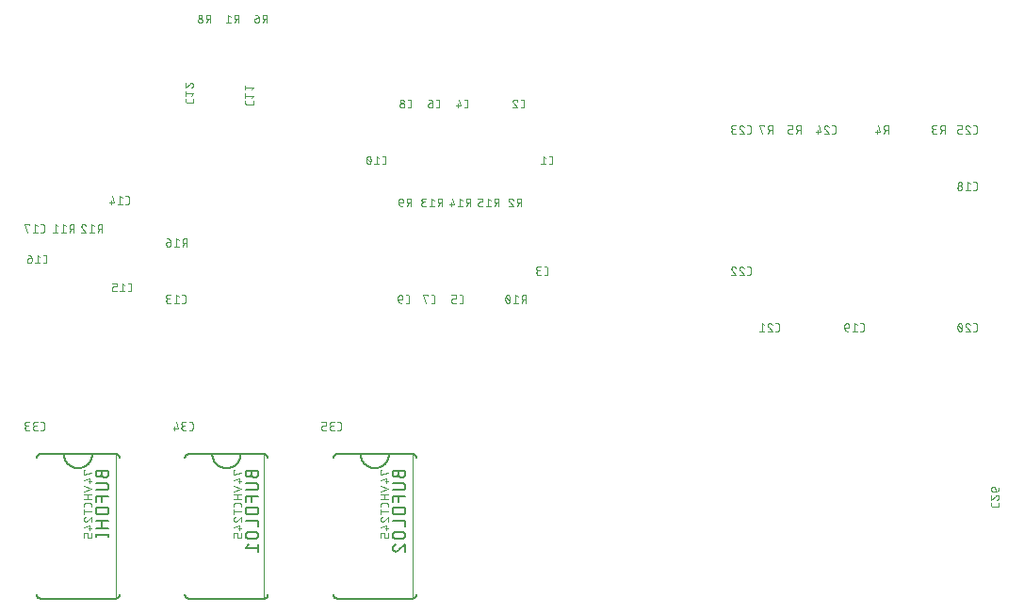
<source format=gbr>
G04 EAGLE Gerber RS-274X export*
G75*
%MOMM*%
%FSLAX34Y34*%
%LPD*%
%INSilkscreen Bottom*%
%IPPOS*%
%AMOC8*
5,1,8,0,0,1.08239X$1,22.5*%
G01*
%ADD10C,0.152400*%
%ADD11C,0.050800*%
%ADD12C,0.127000*%
%ADD13C,0.076200*%


D10*
X147828Y163576D02*
X147950Y163578D01*
X148072Y163584D01*
X148194Y163594D01*
X148315Y163607D01*
X148436Y163625D01*
X148556Y163646D01*
X148676Y163672D01*
X148794Y163701D01*
X148912Y163733D01*
X149029Y163770D01*
X149144Y163810D01*
X149258Y163854D01*
X149370Y163902D01*
X149481Y163953D01*
X149590Y164008D01*
X149698Y164066D01*
X149803Y164128D01*
X149906Y164193D01*
X150008Y164261D01*
X150107Y164333D01*
X150203Y164407D01*
X150298Y164485D01*
X150389Y164566D01*
X150479Y164649D01*
X150565Y164735D01*
X150648Y164825D01*
X150729Y164916D01*
X150807Y165011D01*
X150881Y165107D01*
X150953Y165206D01*
X151021Y165308D01*
X151086Y165411D01*
X151148Y165516D01*
X151206Y165624D01*
X151261Y165733D01*
X151312Y165844D01*
X151360Y165956D01*
X151404Y166070D01*
X151444Y166185D01*
X151481Y166302D01*
X151513Y166420D01*
X151542Y166538D01*
X151568Y166658D01*
X151589Y166778D01*
X151607Y166899D01*
X151620Y167020D01*
X151630Y167142D01*
X151636Y167264D01*
X151638Y167386D01*
X76962Y289814D02*
X76964Y289936D01*
X76970Y290058D01*
X76980Y290180D01*
X76993Y290301D01*
X77011Y290422D01*
X77032Y290542D01*
X77058Y290662D01*
X77087Y290780D01*
X77119Y290898D01*
X77156Y291015D01*
X77196Y291130D01*
X77240Y291244D01*
X77288Y291356D01*
X77339Y291467D01*
X77394Y291576D01*
X77452Y291684D01*
X77514Y291789D01*
X77579Y291892D01*
X77647Y291994D01*
X77719Y292093D01*
X77793Y292189D01*
X77871Y292284D01*
X77952Y292375D01*
X78035Y292465D01*
X78121Y292551D01*
X78211Y292634D01*
X78302Y292715D01*
X78397Y292793D01*
X78493Y292867D01*
X78592Y292939D01*
X78694Y293007D01*
X78797Y293072D01*
X78902Y293134D01*
X79010Y293192D01*
X79119Y293247D01*
X79230Y293298D01*
X79342Y293346D01*
X79456Y293390D01*
X79571Y293430D01*
X79688Y293467D01*
X79806Y293499D01*
X79924Y293528D01*
X80044Y293554D01*
X80164Y293575D01*
X80285Y293593D01*
X80406Y293606D01*
X80528Y293616D01*
X80650Y293622D01*
X80772Y293624D01*
X76962Y167386D02*
X76964Y167264D01*
X76970Y167142D01*
X76980Y167020D01*
X76993Y166899D01*
X77011Y166778D01*
X77032Y166658D01*
X77058Y166538D01*
X77087Y166420D01*
X77119Y166302D01*
X77156Y166185D01*
X77196Y166070D01*
X77240Y165956D01*
X77288Y165844D01*
X77339Y165733D01*
X77394Y165624D01*
X77452Y165516D01*
X77514Y165411D01*
X77579Y165308D01*
X77647Y165206D01*
X77719Y165107D01*
X77793Y165011D01*
X77871Y164916D01*
X77952Y164825D01*
X78035Y164735D01*
X78121Y164649D01*
X78211Y164566D01*
X78302Y164485D01*
X78397Y164407D01*
X78493Y164333D01*
X78592Y164261D01*
X78694Y164193D01*
X78797Y164128D01*
X78902Y164066D01*
X79010Y164008D01*
X79119Y163953D01*
X79230Y163902D01*
X79342Y163854D01*
X79456Y163810D01*
X79571Y163770D01*
X79688Y163733D01*
X79806Y163701D01*
X79924Y163672D01*
X80044Y163646D01*
X80164Y163625D01*
X80285Y163607D01*
X80406Y163594D01*
X80528Y163584D01*
X80650Y163578D01*
X80772Y163576D01*
X151638Y289814D02*
X151636Y289936D01*
X151630Y290058D01*
X151620Y290180D01*
X151607Y290301D01*
X151589Y290422D01*
X151568Y290542D01*
X151542Y290662D01*
X151513Y290780D01*
X151481Y290898D01*
X151444Y291015D01*
X151404Y291130D01*
X151360Y291244D01*
X151312Y291356D01*
X151261Y291467D01*
X151206Y291576D01*
X151148Y291684D01*
X151086Y291789D01*
X151021Y291892D01*
X150953Y291994D01*
X150881Y292093D01*
X150807Y292189D01*
X150729Y292284D01*
X150648Y292375D01*
X150565Y292465D01*
X150479Y292551D01*
X150389Y292634D01*
X150298Y292715D01*
X150203Y292793D01*
X150107Y292867D01*
X150008Y292939D01*
X149906Y293007D01*
X149803Y293072D01*
X149698Y293134D01*
X149590Y293192D01*
X149481Y293247D01*
X149370Y293298D01*
X149258Y293346D01*
X149144Y293390D01*
X149029Y293430D01*
X148912Y293467D01*
X148794Y293499D01*
X148676Y293528D01*
X148556Y293554D01*
X148436Y293575D01*
X148315Y293593D01*
X148194Y293606D01*
X148072Y293616D01*
X147950Y293622D01*
X147828Y293624D01*
X147828Y163576D02*
X80772Y163576D01*
X80772Y293624D02*
X101600Y293624D01*
X127000Y293624D01*
X147828Y293624D01*
D11*
X148082Y293370D02*
X148082Y163830D01*
D10*
X127000Y293624D02*
X126996Y293315D01*
X126985Y293006D01*
X126966Y292697D01*
X126940Y292389D01*
X126906Y292081D01*
X126865Y291775D01*
X126816Y291469D01*
X126760Y291165D01*
X126696Y290863D01*
X126625Y290562D01*
X126547Y290262D01*
X126462Y289965D01*
X126369Y289670D01*
X126269Y289377D01*
X126162Y289087D01*
X126048Y288800D01*
X125927Y288515D01*
X125799Y288233D01*
X125665Y287955D01*
X125523Y287680D01*
X125375Y287408D01*
X125220Y287141D01*
X125059Y286877D01*
X124892Y286617D01*
X124718Y286361D01*
X124538Y286109D01*
X124352Y285862D01*
X124160Y285620D01*
X123962Y285382D01*
X123759Y285149D01*
X123549Y284921D01*
X123335Y284699D01*
X123115Y284481D01*
X122889Y284269D01*
X122659Y284063D01*
X122424Y283862D01*
X122184Y283667D01*
X121939Y283478D01*
X121690Y283295D01*
X121436Y283118D01*
X121178Y282948D01*
X120916Y282783D01*
X120650Y282625D01*
X120380Y282474D01*
X120107Y282329D01*
X119830Y282191D01*
X119550Y282060D01*
X119267Y281936D01*
X118981Y281818D01*
X118692Y281708D01*
X118401Y281604D01*
X118107Y281508D01*
X117811Y281419D01*
X117512Y281337D01*
X117212Y281262D01*
X116910Y281195D01*
X116607Y281135D01*
X116302Y281083D01*
X115996Y281038D01*
X115689Y281000D01*
X115381Y280970D01*
X115073Y280948D01*
X114764Y280932D01*
X114455Y280925D01*
X114145Y280925D01*
X113836Y280932D01*
X113527Y280948D01*
X113219Y280970D01*
X112911Y281000D01*
X112604Y281038D01*
X112298Y281083D01*
X111993Y281135D01*
X111690Y281195D01*
X111388Y281262D01*
X111088Y281337D01*
X110789Y281419D01*
X110493Y281508D01*
X110199Y281604D01*
X109908Y281708D01*
X109619Y281818D01*
X109333Y281936D01*
X109050Y282060D01*
X108770Y282191D01*
X108493Y282329D01*
X108220Y282474D01*
X107950Y282625D01*
X107684Y282783D01*
X107422Y282948D01*
X107164Y283118D01*
X106910Y283295D01*
X106661Y283478D01*
X106416Y283667D01*
X106176Y283862D01*
X105941Y284063D01*
X105711Y284269D01*
X105485Y284481D01*
X105265Y284699D01*
X105051Y284921D01*
X104841Y285149D01*
X104638Y285382D01*
X104440Y285620D01*
X104248Y285862D01*
X104062Y286109D01*
X103882Y286361D01*
X103708Y286617D01*
X103541Y286877D01*
X103380Y287141D01*
X103225Y287408D01*
X103077Y287680D01*
X102935Y287955D01*
X102801Y288233D01*
X102673Y288515D01*
X102552Y288800D01*
X102438Y289087D01*
X102331Y289377D01*
X102231Y289670D01*
X102138Y289965D01*
X102053Y290262D01*
X101975Y290562D01*
X101904Y290863D01*
X101840Y291165D01*
X101784Y291469D01*
X101735Y291775D01*
X101694Y292081D01*
X101660Y292389D01*
X101634Y292697D01*
X101615Y293006D01*
X101604Y293315D01*
X101600Y293624D01*
D12*
X135255Y278765D02*
X135255Y275590D01*
X135257Y275479D01*
X135263Y275369D01*
X135272Y275258D01*
X135286Y275148D01*
X135303Y275039D01*
X135324Y274930D01*
X135349Y274822D01*
X135378Y274715D01*
X135410Y274609D01*
X135446Y274504D01*
X135486Y274401D01*
X135529Y274299D01*
X135576Y274198D01*
X135627Y274099D01*
X135680Y274003D01*
X135737Y273908D01*
X135798Y273815D01*
X135861Y273724D01*
X135928Y273635D01*
X135998Y273549D01*
X136071Y273466D01*
X136146Y273384D01*
X136224Y273306D01*
X136306Y273231D01*
X136389Y273158D01*
X136475Y273088D01*
X136564Y273021D01*
X136655Y272958D01*
X136748Y272897D01*
X136843Y272840D01*
X136939Y272787D01*
X137038Y272736D01*
X137139Y272689D01*
X137241Y272646D01*
X137344Y272606D01*
X137449Y272570D01*
X137555Y272538D01*
X137662Y272509D01*
X137770Y272484D01*
X137879Y272463D01*
X137988Y272446D01*
X138098Y272432D01*
X138209Y272423D01*
X138319Y272417D01*
X138430Y272415D01*
X138541Y272417D01*
X138651Y272423D01*
X138762Y272432D01*
X138872Y272446D01*
X138981Y272463D01*
X139090Y272484D01*
X139198Y272509D01*
X139305Y272538D01*
X139411Y272570D01*
X139516Y272606D01*
X139619Y272646D01*
X139721Y272689D01*
X139822Y272736D01*
X139921Y272787D01*
X140017Y272840D01*
X140112Y272897D01*
X140205Y272958D01*
X140296Y273021D01*
X140385Y273088D01*
X140471Y273158D01*
X140554Y273231D01*
X140636Y273306D01*
X140714Y273384D01*
X140789Y273466D01*
X140862Y273549D01*
X140932Y273635D01*
X140999Y273724D01*
X141062Y273815D01*
X141123Y273908D01*
X141180Y274002D01*
X141233Y274099D01*
X141284Y274198D01*
X141331Y274299D01*
X141374Y274401D01*
X141414Y274504D01*
X141450Y274609D01*
X141482Y274715D01*
X141511Y274822D01*
X141536Y274930D01*
X141557Y275039D01*
X141574Y275148D01*
X141588Y275258D01*
X141597Y275369D01*
X141603Y275479D01*
X141605Y275590D01*
X141605Y278765D01*
X130175Y278765D01*
X130175Y275590D01*
X130177Y275490D01*
X130183Y275391D01*
X130193Y275291D01*
X130206Y275193D01*
X130224Y275094D01*
X130245Y274997D01*
X130270Y274901D01*
X130299Y274805D01*
X130332Y274711D01*
X130368Y274618D01*
X130408Y274527D01*
X130452Y274437D01*
X130499Y274349D01*
X130549Y274263D01*
X130603Y274179D01*
X130660Y274097D01*
X130720Y274018D01*
X130784Y273940D01*
X130850Y273866D01*
X130919Y273794D01*
X130991Y273725D01*
X131065Y273659D01*
X131143Y273595D01*
X131222Y273535D01*
X131304Y273478D01*
X131388Y273424D01*
X131474Y273374D01*
X131562Y273327D01*
X131652Y273283D01*
X131743Y273243D01*
X131836Y273207D01*
X131930Y273174D01*
X132026Y273145D01*
X132122Y273120D01*
X132219Y273099D01*
X132318Y273081D01*
X132416Y273068D01*
X132516Y273058D01*
X132615Y273052D01*
X132715Y273050D01*
X132815Y273052D01*
X132914Y273058D01*
X133014Y273068D01*
X133112Y273081D01*
X133211Y273099D01*
X133308Y273120D01*
X133404Y273145D01*
X133500Y273174D01*
X133594Y273207D01*
X133687Y273243D01*
X133778Y273283D01*
X133868Y273327D01*
X133956Y273374D01*
X134042Y273424D01*
X134126Y273478D01*
X134208Y273535D01*
X134287Y273595D01*
X134365Y273659D01*
X134439Y273725D01*
X134511Y273794D01*
X134580Y273866D01*
X134646Y273940D01*
X134710Y274018D01*
X134770Y274097D01*
X134827Y274179D01*
X134881Y274263D01*
X134931Y274349D01*
X134978Y274437D01*
X135022Y274527D01*
X135062Y274618D01*
X135098Y274711D01*
X135131Y274805D01*
X135160Y274901D01*
X135185Y274997D01*
X135206Y275094D01*
X135224Y275193D01*
X135237Y275291D01*
X135247Y275391D01*
X135253Y275490D01*
X135255Y275590D01*
X138430Y267526D02*
X130175Y267526D01*
X138430Y267526D02*
X138541Y267524D01*
X138651Y267518D01*
X138762Y267509D01*
X138872Y267495D01*
X138981Y267478D01*
X139090Y267457D01*
X139198Y267432D01*
X139305Y267403D01*
X139411Y267371D01*
X139516Y267335D01*
X139619Y267295D01*
X139721Y267252D01*
X139822Y267205D01*
X139921Y267154D01*
X140018Y267101D01*
X140112Y267044D01*
X140205Y266983D01*
X140296Y266920D01*
X140385Y266853D01*
X140471Y266783D01*
X140554Y266710D01*
X140636Y266635D01*
X140714Y266557D01*
X140789Y266475D01*
X140862Y266392D01*
X140932Y266306D01*
X140999Y266217D01*
X141062Y266126D01*
X141123Y266033D01*
X141180Y265938D01*
X141233Y265842D01*
X141284Y265743D01*
X141331Y265642D01*
X141374Y265540D01*
X141414Y265437D01*
X141450Y265332D01*
X141482Y265226D01*
X141511Y265119D01*
X141536Y265011D01*
X141557Y264902D01*
X141574Y264793D01*
X141588Y264683D01*
X141597Y264572D01*
X141603Y264462D01*
X141605Y264351D01*
X141603Y264240D01*
X141597Y264130D01*
X141588Y264019D01*
X141574Y263909D01*
X141557Y263800D01*
X141536Y263691D01*
X141511Y263583D01*
X141482Y263476D01*
X141450Y263370D01*
X141414Y263265D01*
X141374Y263162D01*
X141331Y263060D01*
X141284Y262959D01*
X141233Y262860D01*
X141180Y262763D01*
X141123Y262669D01*
X141062Y262576D01*
X140999Y262485D01*
X140932Y262396D01*
X140862Y262310D01*
X140789Y262227D01*
X140714Y262145D01*
X140636Y262067D01*
X140554Y261992D01*
X140471Y261919D01*
X140385Y261849D01*
X140296Y261782D01*
X140205Y261719D01*
X140112Y261658D01*
X140017Y261601D01*
X139921Y261548D01*
X139822Y261497D01*
X139721Y261450D01*
X139619Y261407D01*
X139516Y261367D01*
X139411Y261331D01*
X139305Y261299D01*
X139198Y261270D01*
X139090Y261245D01*
X138981Y261224D01*
X138872Y261207D01*
X138762Y261193D01*
X138651Y261184D01*
X138541Y261178D01*
X138430Y261176D01*
X130175Y261176D01*
X130175Y255308D02*
X141605Y255308D01*
X130175Y255308D02*
X130175Y250228D01*
X135255Y250228D02*
X135255Y255308D01*
X130175Y245428D02*
X141605Y245428D01*
X130175Y245428D02*
X130175Y242253D01*
X130177Y242142D01*
X130183Y242032D01*
X130192Y241921D01*
X130206Y241811D01*
X130223Y241702D01*
X130244Y241593D01*
X130269Y241485D01*
X130298Y241378D01*
X130330Y241272D01*
X130366Y241167D01*
X130406Y241064D01*
X130449Y240962D01*
X130496Y240861D01*
X130547Y240762D01*
X130600Y240666D01*
X130657Y240571D01*
X130718Y240478D01*
X130781Y240387D01*
X130848Y240298D01*
X130918Y240212D01*
X130991Y240129D01*
X131066Y240047D01*
X131144Y239969D01*
X131226Y239894D01*
X131309Y239821D01*
X131395Y239751D01*
X131484Y239684D01*
X131575Y239621D01*
X131668Y239560D01*
X131763Y239503D01*
X131859Y239450D01*
X131958Y239399D01*
X132059Y239352D01*
X132161Y239309D01*
X132264Y239269D01*
X132369Y239233D01*
X132475Y239201D01*
X132582Y239172D01*
X132690Y239147D01*
X132799Y239126D01*
X132908Y239109D01*
X133018Y239095D01*
X133129Y239086D01*
X133239Y239080D01*
X133350Y239078D01*
X138430Y239078D01*
X138541Y239080D01*
X138651Y239086D01*
X138762Y239095D01*
X138872Y239109D01*
X138981Y239126D01*
X139090Y239147D01*
X139198Y239172D01*
X139305Y239201D01*
X139411Y239233D01*
X139516Y239269D01*
X139619Y239309D01*
X139721Y239352D01*
X139822Y239399D01*
X139921Y239450D01*
X140017Y239503D01*
X140112Y239560D01*
X140205Y239621D01*
X140296Y239684D01*
X140385Y239751D01*
X140471Y239821D01*
X140554Y239894D01*
X140636Y239969D01*
X140714Y240047D01*
X140789Y240129D01*
X140862Y240212D01*
X140932Y240298D01*
X140999Y240387D01*
X141062Y240478D01*
X141123Y240571D01*
X141180Y240665D01*
X141233Y240762D01*
X141284Y240861D01*
X141331Y240962D01*
X141374Y241064D01*
X141414Y241167D01*
X141450Y241272D01*
X141482Y241378D01*
X141511Y241485D01*
X141536Y241593D01*
X141557Y241702D01*
X141574Y241811D01*
X141588Y241921D01*
X141597Y242032D01*
X141603Y242142D01*
X141605Y242253D01*
X141605Y245428D01*
X141605Y233236D02*
X130175Y233236D01*
X135255Y233236D02*
X135255Y226886D01*
X130175Y226886D02*
X141605Y226886D01*
X141605Y220536D02*
X130175Y220536D01*
X141605Y221806D02*
X141605Y219266D01*
X130175Y219266D02*
X130175Y221806D01*
D13*
X120071Y279019D02*
X119253Y279019D01*
X119253Y274927D01*
X126619Y276973D01*
X124982Y271704D02*
X119253Y270067D01*
X124982Y271704D02*
X124982Y267612D01*
X123345Y268839D02*
X126619Y268839D01*
X126619Y262343D02*
X119253Y264798D01*
X119253Y259887D02*
X126619Y262343D01*
X126619Y256830D02*
X119253Y256830D01*
X122527Y256830D02*
X122527Y252737D01*
X119253Y252737D02*
X126619Y252737D01*
X126619Y247657D02*
X126619Y246020D01*
X126619Y247657D02*
X126617Y247735D01*
X126612Y247813D01*
X126602Y247890D01*
X126589Y247967D01*
X126573Y248043D01*
X126553Y248118D01*
X126529Y248192D01*
X126502Y248265D01*
X126471Y248337D01*
X126437Y248407D01*
X126400Y248476D01*
X126359Y248542D01*
X126315Y248607D01*
X126269Y248669D01*
X126219Y248729D01*
X126167Y248787D01*
X126112Y248842D01*
X126054Y248894D01*
X125994Y248944D01*
X125932Y248990D01*
X125867Y249034D01*
X125801Y249075D01*
X125732Y249112D01*
X125662Y249146D01*
X125590Y249177D01*
X125517Y249204D01*
X125443Y249228D01*
X125368Y249248D01*
X125292Y249264D01*
X125215Y249277D01*
X125138Y249287D01*
X125060Y249292D01*
X124982Y249294D01*
X120890Y249294D01*
X120810Y249292D01*
X120730Y249286D01*
X120650Y249276D01*
X120571Y249263D01*
X120492Y249245D01*
X120415Y249224D01*
X120339Y249198D01*
X120264Y249169D01*
X120190Y249137D01*
X120118Y249101D01*
X120048Y249061D01*
X119981Y249018D01*
X119915Y248972D01*
X119852Y248922D01*
X119791Y248870D01*
X119732Y248815D01*
X119677Y248756D01*
X119625Y248696D01*
X119575Y248632D01*
X119529Y248567D01*
X119486Y248499D01*
X119446Y248429D01*
X119410Y248357D01*
X119378Y248283D01*
X119349Y248209D01*
X119324Y248132D01*
X119302Y248055D01*
X119284Y247976D01*
X119271Y247897D01*
X119261Y247818D01*
X119255Y247737D01*
X119253Y247657D01*
X119253Y246020D01*
X119253Y241616D02*
X126619Y241616D01*
X119253Y243662D02*
X119253Y239570D01*
X119253Y234584D02*
X119255Y234499D01*
X119261Y234414D01*
X119271Y234330D01*
X119284Y234246D01*
X119302Y234162D01*
X119323Y234080D01*
X119348Y233999D01*
X119377Y233919D01*
X119410Y233840D01*
X119446Y233763D01*
X119486Y233688D01*
X119529Y233614D01*
X119575Y233543D01*
X119625Y233474D01*
X119678Y233407D01*
X119734Y233343D01*
X119793Y233282D01*
X119854Y233223D01*
X119918Y233167D01*
X119985Y233114D01*
X120054Y233064D01*
X120125Y233018D01*
X120199Y232975D01*
X120274Y232935D01*
X120351Y232899D01*
X120430Y232866D01*
X120510Y232837D01*
X120591Y232812D01*
X120673Y232791D01*
X120757Y232773D01*
X120841Y232760D01*
X120925Y232750D01*
X121010Y232744D01*
X121095Y232742D01*
X119253Y234584D02*
X119255Y234680D01*
X119261Y234776D01*
X119271Y234871D01*
X119284Y234966D01*
X119302Y235061D01*
X119323Y235154D01*
X119348Y235247D01*
X119377Y235338D01*
X119409Y235429D01*
X119445Y235518D01*
X119485Y235605D01*
X119528Y235691D01*
X119574Y235775D01*
X119624Y235857D01*
X119678Y235937D01*
X119734Y236014D01*
X119794Y236089D01*
X119856Y236162D01*
X119922Y236232D01*
X119990Y236300D01*
X120061Y236365D01*
X120134Y236426D01*
X120210Y236485D01*
X120289Y236541D01*
X120369Y236593D01*
X120452Y236642D01*
X120536Y236688D01*
X120622Y236730D01*
X120710Y236768D01*
X120799Y236803D01*
X120890Y236835D01*
X122527Y233356D02*
X122468Y233296D01*
X122406Y233239D01*
X122342Y233184D01*
X122275Y233133D01*
X122206Y233084D01*
X122136Y233038D01*
X122063Y232995D01*
X121989Y232955D01*
X121913Y232919D01*
X121835Y232886D01*
X121756Y232856D01*
X121676Y232829D01*
X121595Y232806D01*
X121513Y232787D01*
X121431Y232771D01*
X121347Y232758D01*
X121263Y232749D01*
X121179Y232744D01*
X121095Y232742D01*
X122527Y233356D02*
X126619Y236835D01*
X126619Y232743D01*
X124982Y229520D02*
X119253Y227883D01*
X124982Y229520D02*
X124982Y225427D01*
X123345Y226655D02*
X126619Y226655D01*
X126619Y222204D02*
X126619Y219749D01*
X126617Y219669D01*
X126611Y219589D01*
X126601Y219509D01*
X126588Y219430D01*
X126570Y219351D01*
X126549Y219274D01*
X126523Y219198D01*
X126494Y219123D01*
X126462Y219049D01*
X126426Y218977D01*
X126386Y218907D01*
X126343Y218840D01*
X126297Y218774D01*
X126247Y218711D01*
X126195Y218650D01*
X126140Y218591D01*
X126081Y218536D01*
X126021Y218484D01*
X125957Y218434D01*
X125892Y218388D01*
X125824Y218345D01*
X125754Y218305D01*
X125682Y218269D01*
X125608Y218237D01*
X125534Y218208D01*
X125457Y218183D01*
X125380Y218161D01*
X125301Y218143D01*
X125222Y218130D01*
X125143Y218120D01*
X125062Y218114D01*
X124982Y218112D01*
X124164Y218112D01*
X124086Y218114D01*
X124008Y218119D01*
X123931Y218129D01*
X123854Y218142D01*
X123778Y218158D01*
X123703Y218178D01*
X123629Y218202D01*
X123556Y218229D01*
X123484Y218260D01*
X123414Y218294D01*
X123346Y218331D01*
X123279Y218372D01*
X123214Y218416D01*
X123152Y218462D01*
X123092Y218512D01*
X123034Y218564D01*
X122979Y218619D01*
X122927Y218677D01*
X122877Y218737D01*
X122831Y218799D01*
X122787Y218864D01*
X122746Y218931D01*
X122709Y218999D01*
X122675Y219069D01*
X122644Y219141D01*
X122617Y219214D01*
X122593Y219288D01*
X122573Y219363D01*
X122557Y219439D01*
X122544Y219516D01*
X122534Y219593D01*
X122529Y219671D01*
X122527Y219749D01*
X122527Y222204D01*
X119253Y222204D01*
X119253Y218112D01*
D10*
X281178Y163576D02*
X281300Y163578D01*
X281422Y163584D01*
X281544Y163594D01*
X281665Y163607D01*
X281786Y163625D01*
X281906Y163646D01*
X282026Y163672D01*
X282144Y163701D01*
X282262Y163733D01*
X282379Y163770D01*
X282494Y163810D01*
X282608Y163854D01*
X282720Y163902D01*
X282831Y163953D01*
X282940Y164008D01*
X283048Y164066D01*
X283153Y164128D01*
X283256Y164193D01*
X283358Y164261D01*
X283457Y164333D01*
X283553Y164407D01*
X283648Y164485D01*
X283739Y164566D01*
X283829Y164649D01*
X283915Y164735D01*
X283998Y164825D01*
X284079Y164916D01*
X284157Y165011D01*
X284231Y165107D01*
X284303Y165206D01*
X284371Y165308D01*
X284436Y165411D01*
X284498Y165516D01*
X284556Y165624D01*
X284611Y165733D01*
X284662Y165844D01*
X284710Y165956D01*
X284754Y166070D01*
X284794Y166185D01*
X284831Y166302D01*
X284863Y166420D01*
X284892Y166538D01*
X284918Y166658D01*
X284939Y166778D01*
X284957Y166899D01*
X284970Y167020D01*
X284980Y167142D01*
X284986Y167264D01*
X284988Y167386D01*
X210312Y289814D02*
X210314Y289936D01*
X210320Y290058D01*
X210330Y290180D01*
X210343Y290301D01*
X210361Y290422D01*
X210382Y290542D01*
X210408Y290662D01*
X210437Y290780D01*
X210469Y290898D01*
X210506Y291015D01*
X210546Y291130D01*
X210590Y291244D01*
X210638Y291356D01*
X210689Y291467D01*
X210744Y291576D01*
X210802Y291684D01*
X210864Y291789D01*
X210929Y291892D01*
X210997Y291994D01*
X211069Y292093D01*
X211143Y292189D01*
X211221Y292284D01*
X211302Y292375D01*
X211385Y292465D01*
X211471Y292551D01*
X211561Y292634D01*
X211652Y292715D01*
X211747Y292793D01*
X211843Y292867D01*
X211942Y292939D01*
X212044Y293007D01*
X212147Y293072D01*
X212252Y293134D01*
X212360Y293192D01*
X212469Y293247D01*
X212580Y293298D01*
X212692Y293346D01*
X212806Y293390D01*
X212921Y293430D01*
X213038Y293467D01*
X213156Y293499D01*
X213274Y293528D01*
X213394Y293554D01*
X213514Y293575D01*
X213635Y293593D01*
X213756Y293606D01*
X213878Y293616D01*
X214000Y293622D01*
X214122Y293624D01*
X210312Y167386D02*
X210314Y167264D01*
X210320Y167142D01*
X210330Y167020D01*
X210343Y166899D01*
X210361Y166778D01*
X210382Y166658D01*
X210408Y166538D01*
X210437Y166420D01*
X210469Y166302D01*
X210506Y166185D01*
X210546Y166070D01*
X210590Y165956D01*
X210638Y165844D01*
X210689Y165733D01*
X210744Y165624D01*
X210802Y165516D01*
X210864Y165411D01*
X210929Y165308D01*
X210997Y165206D01*
X211069Y165107D01*
X211143Y165011D01*
X211221Y164916D01*
X211302Y164825D01*
X211385Y164735D01*
X211471Y164649D01*
X211561Y164566D01*
X211652Y164485D01*
X211747Y164407D01*
X211843Y164333D01*
X211942Y164261D01*
X212044Y164193D01*
X212147Y164128D01*
X212252Y164066D01*
X212360Y164008D01*
X212469Y163953D01*
X212580Y163902D01*
X212692Y163854D01*
X212806Y163810D01*
X212921Y163770D01*
X213038Y163733D01*
X213156Y163701D01*
X213274Y163672D01*
X213394Y163646D01*
X213514Y163625D01*
X213635Y163607D01*
X213756Y163594D01*
X213878Y163584D01*
X214000Y163578D01*
X214122Y163576D01*
X284988Y289814D02*
X284986Y289936D01*
X284980Y290058D01*
X284970Y290180D01*
X284957Y290301D01*
X284939Y290422D01*
X284918Y290542D01*
X284892Y290662D01*
X284863Y290780D01*
X284831Y290898D01*
X284794Y291015D01*
X284754Y291130D01*
X284710Y291244D01*
X284662Y291356D01*
X284611Y291467D01*
X284556Y291576D01*
X284498Y291684D01*
X284436Y291789D01*
X284371Y291892D01*
X284303Y291994D01*
X284231Y292093D01*
X284157Y292189D01*
X284079Y292284D01*
X283998Y292375D01*
X283915Y292465D01*
X283829Y292551D01*
X283739Y292634D01*
X283648Y292715D01*
X283553Y292793D01*
X283457Y292867D01*
X283358Y292939D01*
X283256Y293007D01*
X283153Y293072D01*
X283048Y293134D01*
X282940Y293192D01*
X282831Y293247D01*
X282720Y293298D01*
X282608Y293346D01*
X282494Y293390D01*
X282379Y293430D01*
X282262Y293467D01*
X282144Y293499D01*
X282026Y293528D01*
X281906Y293554D01*
X281786Y293575D01*
X281665Y293593D01*
X281544Y293606D01*
X281422Y293616D01*
X281300Y293622D01*
X281178Y293624D01*
X281178Y163576D02*
X214122Y163576D01*
X214122Y293624D02*
X234950Y293624D01*
X260350Y293624D01*
X281178Y293624D01*
D11*
X281432Y293370D02*
X281432Y163830D01*
D10*
X260350Y293624D02*
X260346Y293315D01*
X260335Y293006D01*
X260316Y292697D01*
X260290Y292389D01*
X260256Y292081D01*
X260215Y291775D01*
X260166Y291469D01*
X260110Y291165D01*
X260046Y290863D01*
X259975Y290562D01*
X259897Y290262D01*
X259812Y289965D01*
X259719Y289670D01*
X259619Y289377D01*
X259512Y289087D01*
X259398Y288800D01*
X259277Y288515D01*
X259149Y288233D01*
X259015Y287955D01*
X258873Y287680D01*
X258725Y287408D01*
X258570Y287141D01*
X258409Y286877D01*
X258242Y286617D01*
X258068Y286361D01*
X257888Y286109D01*
X257702Y285862D01*
X257510Y285620D01*
X257312Y285382D01*
X257109Y285149D01*
X256899Y284921D01*
X256685Y284699D01*
X256465Y284481D01*
X256239Y284269D01*
X256009Y284063D01*
X255774Y283862D01*
X255534Y283667D01*
X255289Y283478D01*
X255040Y283295D01*
X254786Y283118D01*
X254528Y282948D01*
X254266Y282783D01*
X254000Y282625D01*
X253730Y282474D01*
X253457Y282329D01*
X253180Y282191D01*
X252900Y282060D01*
X252617Y281936D01*
X252331Y281818D01*
X252042Y281708D01*
X251751Y281604D01*
X251457Y281508D01*
X251161Y281419D01*
X250862Y281337D01*
X250562Y281262D01*
X250260Y281195D01*
X249957Y281135D01*
X249652Y281083D01*
X249346Y281038D01*
X249039Y281000D01*
X248731Y280970D01*
X248423Y280948D01*
X248114Y280932D01*
X247805Y280925D01*
X247495Y280925D01*
X247186Y280932D01*
X246877Y280948D01*
X246569Y280970D01*
X246261Y281000D01*
X245954Y281038D01*
X245648Y281083D01*
X245343Y281135D01*
X245040Y281195D01*
X244738Y281262D01*
X244438Y281337D01*
X244139Y281419D01*
X243843Y281508D01*
X243549Y281604D01*
X243258Y281708D01*
X242969Y281818D01*
X242683Y281936D01*
X242400Y282060D01*
X242120Y282191D01*
X241843Y282329D01*
X241570Y282474D01*
X241300Y282625D01*
X241034Y282783D01*
X240772Y282948D01*
X240514Y283118D01*
X240260Y283295D01*
X240011Y283478D01*
X239766Y283667D01*
X239526Y283862D01*
X239291Y284063D01*
X239061Y284269D01*
X238835Y284481D01*
X238615Y284699D01*
X238401Y284921D01*
X238191Y285149D01*
X237988Y285382D01*
X237790Y285620D01*
X237598Y285862D01*
X237412Y286109D01*
X237232Y286361D01*
X237058Y286617D01*
X236891Y286877D01*
X236730Y287141D01*
X236575Y287408D01*
X236427Y287680D01*
X236285Y287955D01*
X236151Y288233D01*
X236023Y288515D01*
X235902Y288800D01*
X235788Y289087D01*
X235681Y289377D01*
X235581Y289670D01*
X235488Y289965D01*
X235403Y290262D01*
X235325Y290562D01*
X235254Y290863D01*
X235190Y291165D01*
X235134Y291469D01*
X235085Y291775D01*
X235044Y292081D01*
X235010Y292389D01*
X234984Y292697D01*
X234965Y293006D01*
X234954Y293315D01*
X234950Y293624D01*
D12*
X269875Y278765D02*
X269875Y275590D01*
X269877Y275479D01*
X269883Y275369D01*
X269892Y275258D01*
X269906Y275148D01*
X269923Y275039D01*
X269944Y274930D01*
X269969Y274822D01*
X269998Y274715D01*
X270030Y274609D01*
X270066Y274504D01*
X270106Y274401D01*
X270149Y274299D01*
X270196Y274198D01*
X270247Y274099D01*
X270300Y274003D01*
X270357Y273908D01*
X270418Y273815D01*
X270481Y273724D01*
X270548Y273635D01*
X270618Y273549D01*
X270691Y273466D01*
X270766Y273384D01*
X270844Y273306D01*
X270926Y273231D01*
X271009Y273158D01*
X271095Y273088D01*
X271184Y273021D01*
X271275Y272958D01*
X271368Y272897D01*
X271463Y272840D01*
X271559Y272787D01*
X271658Y272736D01*
X271759Y272689D01*
X271861Y272646D01*
X271964Y272606D01*
X272069Y272570D01*
X272175Y272538D01*
X272282Y272509D01*
X272390Y272484D01*
X272499Y272463D01*
X272608Y272446D01*
X272718Y272432D01*
X272829Y272423D01*
X272939Y272417D01*
X273050Y272415D01*
X273161Y272417D01*
X273271Y272423D01*
X273382Y272432D01*
X273492Y272446D01*
X273601Y272463D01*
X273710Y272484D01*
X273818Y272509D01*
X273925Y272538D01*
X274031Y272570D01*
X274136Y272606D01*
X274239Y272646D01*
X274341Y272689D01*
X274442Y272736D01*
X274541Y272787D01*
X274637Y272840D01*
X274732Y272897D01*
X274825Y272958D01*
X274916Y273021D01*
X275005Y273088D01*
X275091Y273158D01*
X275174Y273231D01*
X275256Y273306D01*
X275334Y273384D01*
X275409Y273466D01*
X275482Y273549D01*
X275552Y273635D01*
X275619Y273724D01*
X275682Y273815D01*
X275743Y273908D01*
X275800Y274002D01*
X275853Y274099D01*
X275904Y274198D01*
X275951Y274299D01*
X275994Y274401D01*
X276034Y274504D01*
X276070Y274609D01*
X276102Y274715D01*
X276131Y274822D01*
X276156Y274930D01*
X276177Y275039D01*
X276194Y275148D01*
X276208Y275258D01*
X276217Y275369D01*
X276223Y275479D01*
X276225Y275590D01*
X276225Y278765D01*
X264795Y278765D01*
X264795Y275590D01*
X264797Y275490D01*
X264803Y275391D01*
X264813Y275291D01*
X264826Y275193D01*
X264844Y275094D01*
X264865Y274997D01*
X264890Y274901D01*
X264919Y274805D01*
X264952Y274711D01*
X264988Y274618D01*
X265028Y274527D01*
X265072Y274437D01*
X265119Y274349D01*
X265169Y274263D01*
X265223Y274179D01*
X265280Y274097D01*
X265340Y274018D01*
X265404Y273940D01*
X265470Y273866D01*
X265539Y273794D01*
X265611Y273725D01*
X265685Y273659D01*
X265763Y273595D01*
X265842Y273535D01*
X265924Y273478D01*
X266008Y273424D01*
X266094Y273374D01*
X266182Y273327D01*
X266272Y273283D01*
X266363Y273243D01*
X266456Y273207D01*
X266550Y273174D01*
X266646Y273145D01*
X266742Y273120D01*
X266839Y273099D01*
X266938Y273081D01*
X267036Y273068D01*
X267136Y273058D01*
X267235Y273052D01*
X267335Y273050D01*
X267435Y273052D01*
X267534Y273058D01*
X267634Y273068D01*
X267732Y273081D01*
X267831Y273099D01*
X267928Y273120D01*
X268024Y273145D01*
X268120Y273174D01*
X268214Y273207D01*
X268307Y273243D01*
X268398Y273283D01*
X268488Y273327D01*
X268576Y273374D01*
X268662Y273424D01*
X268746Y273478D01*
X268828Y273535D01*
X268907Y273595D01*
X268985Y273659D01*
X269059Y273725D01*
X269131Y273794D01*
X269200Y273866D01*
X269266Y273940D01*
X269330Y274018D01*
X269390Y274097D01*
X269447Y274179D01*
X269501Y274263D01*
X269551Y274349D01*
X269598Y274437D01*
X269642Y274527D01*
X269682Y274618D01*
X269718Y274711D01*
X269751Y274805D01*
X269780Y274901D01*
X269805Y274997D01*
X269826Y275094D01*
X269844Y275193D01*
X269857Y275291D01*
X269867Y275391D01*
X269873Y275490D01*
X269875Y275590D01*
X273050Y267526D02*
X264795Y267526D01*
X273050Y267526D02*
X273161Y267524D01*
X273271Y267518D01*
X273382Y267509D01*
X273492Y267495D01*
X273601Y267478D01*
X273710Y267457D01*
X273818Y267432D01*
X273925Y267403D01*
X274031Y267371D01*
X274136Y267335D01*
X274239Y267295D01*
X274341Y267252D01*
X274442Y267205D01*
X274541Y267154D01*
X274638Y267101D01*
X274732Y267044D01*
X274825Y266983D01*
X274916Y266920D01*
X275005Y266853D01*
X275091Y266783D01*
X275174Y266710D01*
X275256Y266635D01*
X275334Y266557D01*
X275409Y266475D01*
X275482Y266392D01*
X275552Y266306D01*
X275619Y266217D01*
X275682Y266126D01*
X275743Y266033D01*
X275800Y265938D01*
X275853Y265842D01*
X275904Y265743D01*
X275951Y265642D01*
X275994Y265540D01*
X276034Y265437D01*
X276070Y265332D01*
X276102Y265226D01*
X276131Y265119D01*
X276156Y265011D01*
X276177Y264902D01*
X276194Y264793D01*
X276208Y264683D01*
X276217Y264572D01*
X276223Y264462D01*
X276225Y264351D01*
X276223Y264240D01*
X276217Y264130D01*
X276208Y264019D01*
X276194Y263909D01*
X276177Y263800D01*
X276156Y263691D01*
X276131Y263583D01*
X276102Y263476D01*
X276070Y263370D01*
X276034Y263265D01*
X275994Y263162D01*
X275951Y263060D01*
X275904Y262959D01*
X275853Y262860D01*
X275800Y262763D01*
X275743Y262669D01*
X275682Y262576D01*
X275619Y262485D01*
X275552Y262396D01*
X275482Y262310D01*
X275409Y262227D01*
X275334Y262145D01*
X275256Y262067D01*
X275174Y261992D01*
X275091Y261919D01*
X275005Y261849D01*
X274916Y261782D01*
X274825Y261719D01*
X274732Y261658D01*
X274638Y261601D01*
X274541Y261548D01*
X274442Y261497D01*
X274341Y261450D01*
X274239Y261407D01*
X274136Y261367D01*
X274031Y261331D01*
X273925Y261299D01*
X273818Y261270D01*
X273710Y261245D01*
X273601Y261224D01*
X273492Y261207D01*
X273382Y261193D01*
X273271Y261184D01*
X273161Y261178D01*
X273050Y261176D01*
X264795Y261176D01*
X264795Y255308D02*
X276225Y255308D01*
X264795Y255308D02*
X264795Y250228D01*
X269875Y250228D02*
X269875Y255308D01*
X264795Y245428D02*
X276225Y245428D01*
X264795Y245428D02*
X264795Y242253D01*
X264797Y242142D01*
X264803Y242032D01*
X264812Y241921D01*
X264826Y241811D01*
X264843Y241702D01*
X264864Y241593D01*
X264889Y241485D01*
X264918Y241378D01*
X264950Y241272D01*
X264986Y241167D01*
X265026Y241064D01*
X265069Y240962D01*
X265116Y240861D01*
X265167Y240762D01*
X265220Y240666D01*
X265277Y240571D01*
X265338Y240478D01*
X265401Y240387D01*
X265468Y240298D01*
X265538Y240212D01*
X265611Y240129D01*
X265686Y240047D01*
X265764Y239969D01*
X265846Y239894D01*
X265929Y239821D01*
X266015Y239751D01*
X266104Y239684D01*
X266195Y239621D01*
X266288Y239560D01*
X266383Y239503D01*
X266479Y239450D01*
X266578Y239399D01*
X266679Y239352D01*
X266781Y239309D01*
X266884Y239269D01*
X266989Y239233D01*
X267095Y239201D01*
X267202Y239172D01*
X267310Y239147D01*
X267419Y239126D01*
X267528Y239109D01*
X267638Y239095D01*
X267749Y239086D01*
X267859Y239080D01*
X267970Y239078D01*
X273050Y239078D01*
X273161Y239080D01*
X273271Y239086D01*
X273382Y239095D01*
X273492Y239109D01*
X273601Y239126D01*
X273710Y239147D01*
X273818Y239172D01*
X273925Y239201D01*
X274031Y239233D01*
X274136Y239269D01*
X274239Y239309D01*
X274341Y239352D01*
X274442Y239399D01*
X274541Y239450D01*
X274638Y239503D01*
X274732Y239560D01*
X274825Y239621D01*
X274916Y239684D01*
X275005Y239751D01*
X275091Y239821D01*
X275174Y239894D01*
X275256Y239969D01*
X275334Y240047D01*
X275409Y240129D01*
X275482Y240212D01*
X275552Y240298D01*
X275619Y240387D01*
X275682Y240478D01*
X275743Y240571D01*
X275800Y240665D01*
X275853Y240762D01*
X275904Y240861D01*
X275951Y240962D01*
X275994Y241064D01*
X276034Y241167D01*
X276070Y241272D01*
X276102Y241378D01*
X276131Y241485D01*
X276156Y241593D01*
X276177Y241702D01*
X276194Y241811D01*
X276208Y241921D01*
X276217Y242032D01*
X276223Y242142D01*
X276225Y242253D01*
X276225Y245428D01*
X276225Y233210D02*
X264795Y233210D01*
X276225Y233210D02*
X276225Y228130D01*
X273050Y223711D02*
X267970Y223711D01*
X267859Y223709D01*
X267749Y223703D01*
X267638Y223694D01*
X267528Y223680D01*
X267419Y223663D01*
X267310Y223642D01*
X267202Y223617D01*
X267095Y223588D01*
X266989Y223556D01*
X266884Y223520D01*
X266781Y223480D01*
X266679Y223437D01*
X266578Y223390D01*
X266479Y223339D01*
X266383Y223286D01*
X266288Y223229D01*
X266195Y223168D01*
X266104Y223105D01*
X266015Y223038D01*
X265929Y222968D01*
X265846Y222895D01*
X265764Y222820D01*
X265686Y222742D01*
X265611Y222660D01*
X265538Y222577D01*
X265468Y222491D01*
X265401Y222402D01*
X265338Y222311D01*
X265277Y222218D01*
X265220Y222124D01*
X265167Y222027D01*
X265116Y221928D01*
X265069Y221827D01*
X265026Y221725D01*
X264986Y221622D01*
X264950Y221517D01*
X264918Y221411D01*
X264889Y221304D01*
X264864Y221196D01*
X264843Y221087D01*
X264826Y220978D01*
X264812Y220868D01*
X264803Y220757D01*
X264797Y220647D01*
X264795Y220536D01*
X264797Y220425D01*
X264803Y220315D01*
X264812Y220204D01*
X264826Y220094D01*
X264843Y219985D01*
X264864Y219876D01*
X264889Y219768D01*
X264918Y219661D01*
X264950Y219555D01*
X264986Y219450D01*
X265026Y219347D01*
X265069Y219245D01*
X265116Y219144D01*
X265167Y219045D01*
X265220Y218949D01*
X265277Y218854D01*
X265338Y218761D01*
X265401Y218670D01*
X265468Y218581D01*
X265538Y218495D01*
X265611Y218412D01*
X265686Y218330D01*
X265764Y218252D01*
X265846Y218177D01*
X265929Y218104D01*
X266015Y218034D01*
X266104Y217967D01*
X266195Y217904D01*
X266288Y217843D01*
X266383Y217786D01*
X266479Y217733D01*
X266578Y217682D01*
X266679Y217635D01*
X266781Y217592D01*
X266884Y217552D01*
X266989Y217516D01*
X267095Y217484D01*
X267202Y217455D01*
X267310Y217430D01*
X267419Y217409D01*
X267528Y217392D01*
X267638Y217378D01*
X267749Y217369D01*
X267859Y217363D01*
X267970Y217361D01*
X273050Y217361D01*
X273161Y217363D01*
X273271Y217369D01*
X273382Y217378D01*
X273492Y217392D01*
X273601Y217409D01*
X273710Y217430D01*
X273818Y217455D01*
X273925Y217484D01*
X274031Y217516D01*
X274136Y217552D01*
X274239Y217592D01*
X274341Y217635D01*
X274442Y217682D01*
X274541Y217733D01*
X274638Y217786D01*
X274732Y217843D01*
X274825Y217904D01*
X274916Y217967D01*
X275005Y218034D01*
X275091Y218104D01*
X275174Y218177D01*
X275256Y218252D01*
X275334Y218330D01*
X275409Y218412D01*
X275482Y218495D01*
X275552Y218581D01*
X275619Y218670D01*
X275682Y218761D01*
X275743Y218854D01*
X275800Y218948D01*
X275853Y219045D01*
X275904Y219144D01*
X275951Y219245D01*
X275994Y219347D01*
X276034Y219450D01*
X276070Y219555D01*
X276102Y219661D01*
X276131Y219768D01*
X276156Y219876D01*
X276177Y219985D01*
X276194Y220094D01*
X276208Y220204D01*
X276217Y220315D01*
X276223Y220425D01*
X276225Y220536D01*
X276223Y220647D01*
X276217Y220757D01*
X276208Y220868D01*
X276194Y220978D01*
X276177Y221087D01*
X276156Y221196D01*
X276131Y221304D01*
X276102Y221411D01*
X276070Y221517D01*
X276034Y221622D01*
X275994Y221725D01*
X275951Y221827D01*
X275904Y221928D01*
X275853Y222027D01*
X275800Y222123D01*
X275743Y222218D01*
X275682Y222311D01*
X275619Y222402D01*
X275552Y222491D01*
X275482Y222577D01*
X275409Y222660D01*
X275334Y222742D01*
X275256Y222820D01*
X275174Y222895D01*
X275091Y222968D01*
X275005Y223038D01*
X274916Y223105D01*
X274825Y223168D01*
X274732Y223229D01*
X274638Y223286D01*
X274541Y223339D01*
X274442Y223390D01*
X274341Y223437D01*
X274239Y223480D01*
X274136Y223520D01*
X274031Y223556D01*
X273925Y223588D01*
X273818Y223617D01*
X273710Y223642D01*
X273601Y223663D01*
X273492Y223680D01*
X273382Y223694D01*
X273271Y223703D01*
X273161Y223709D01*
X273050Y223711D01*
X267335Y212281D02*
X264795Y209106D01*
X276225Y209106D01*
X276225Y212281D02*
X276225Y205931D01*
D13*
X254691Y279019D02*
X253873Y279019D01*
X253873Y274927D01*
X261239Y276973D01*
X259602Y271704D02*
X253873Y270067D01*
X259602Y271704D02*
X259602Y267612D01*
X257965Y268839D02*
X261239Y268839D01*
X261239Y262343D02*
X253873Y264798D01*
X253873Y259887D02*
X261239Y262343D01*
X261239Y256830D02*
X253873Y256830D01*
X257147Y256830D02*
X257147Y252737D01*
X253873Y252737D02*
X261239Y252737D01*
X261239Y247657D02*
X261239Y246020D01*
X261239Y247657D02*
X261237Y247735D01*
X261232Y247813D01*
X261222Y247890D01*
X261209Y247967D01*
X261193Y248043D01*
X261173Y248118D01*
X261149Y248192D01*
X261122Y248265D01*
X261091Y248337D01*
X261057Y248407D01*
X261020Y248476D01*
X260979Y248542D01*
X260935Y248607D01*
X260889Y248669D01*
X260839Y248729D01*
X260787Y248787D01*
X260732Y248842D01*
X260674Y248894D01*
X260614Y248944D01*
X260552Y248990D01*
X260487Y249034D01*
X260421Y249075D01*
X260352Y249112D01*
X260282Y249146D01*
X260210Y249177D01*
X260137Y249204D01*
X260063Y249228D01*
X259988Y249248D01*
X259912Y249264D01*
X259835Y249277D01*
X259758Y249287D01*
X259680Y249292D01*
X259602Y249294D01*
X255510Y249294D01*
X255430Y249292D01*
X255350Y249286D01*
X255270Y249276D01*
X255191Y249263D01*
X255112Y249245D01*
X255035Y249224D01*
X254959Y249198D01*
X254884Y249169D01*
X254810Y249137D01*
X254738Y249101D01*
X254668Y249061D01*
X254601Y249018D01*
X254535Y248972D01*
X254472Y248922D01*
X254411Y248870D01*
X254352Y248815D01*
X254297Y248756D01*
X254245Y248696D01*
X254195Y248632D01*
X254149Y248567D01*
X254106Y248499D01*
X254066Y248429D01*
X254030Y248357D01*
X253998Y248283D01*
X253969Y248209D01*
X253944Y248132D01*
X253922Y248055D01*
X253904Y247976D01*
X253891Y247897D01*
X253881Y247818D01*
X253875Y247737D01*
X253873Y247657D01*
X253873Y246020D01*
X253873Y241616D02*
X261239Y241616D01*
X253873Y243662D02*
X253873Y239570D01*
X253873Y234584D02*
X253875Y234499D01*
X253881Y234414D01*
X253891Y234330D01*
X253904Y234246D01*
X253922Y234162D01*
X253943Y234080D01*
X253968Y233999D01*
X253997Y233919D01*
X254030Y233840D01*
X254066Y233763D01*
X254106Y233688D01*
X254149Y233614D01*
X254195Y233543D01*
X254245Y233474D01*
X254298Y233407D01*
X254354Y233343D01*
X254413Y233282D01*
X254474Y233223D01*
X254538Y233167D01*
X254605Y233114D01*
X254674Y233064D01*
X254745Y233018D01*
X254819Y232975D01*
X254894Y232935D01*
X254971Y232899D01*
X255050Y232866D01*
X255130Y232837D01*
X255211Y232812D01*
X255293Y232791D01*
X255377Y232773D01*
X255461Y232760D01*
X255545Y232750D01*
X255630Y232744D01*
X255715Y232742D01*
X253873Y234584D02*
X253875Y234680D01*
X253881Y234776D01*
X253891Y234871D01*
X253904Y234966D01*
X253922Y235061D01*
X253943Y235154D01*
X253968Y235247D01*
X253997Y235338D01*
X254029Y235429D01*
X254065Y235518D01*
X254105Y235605D01*
X254148Y235691D01*
X254194Y235775D01*
X254244Y235857D01*
X254298Y235937D01*
X254354Y236014D01*
X254414Y236089D01*
X254476Y236162D01*
X254542Y236232D01*
X254610Y236300D01*
X254681Y236365D01*
X254754Y236426D01*
X254830Y236485D01*
X254909Y236541D01*
X254989Y236593D01*
X255072Y236642D01*
X255156Y236688D01*
X255242Y236730D01*
X255330Y236768D01*
X255419Y236803D01*
X255510Y236835D01*
X257147Y233356D02*
X257088Y233296D01*
X257026Y233239D01*
X256962Y233184D01*
X256895Y233133D01*
X256826Y233084D01*
X256756Y233038D01*
X256683Y232995D01*
X256609Y232955D01*
X256533Y232919D01*
X256455Y232886D01*
X256376Y232856D01*
X256296Y232829D01*
X256215Y232806D01*
X256133Y232787D01*
X256051Y232771D01*
X255967Y232758D01*
X255883Y232749D01*
X255799Y232744D01*
X255715Y232742D01*
X257147Y233356D02*
X261239Y236835D01*
X261239Y232743D01*
X259602Y229520D02*
X253873Y227883D01*
X259602Y229520D02*
X259602Y225427D01*
X257965Y226655D02*
X261239Y226655D01*
X261239Y222204D02*
X261239Y219749D01*
X261237Y219669D01*
X261231Y219589D01*
X261221Y219509D01*
X261208Y219430D01*
X261190Y219351D01*
X261169Y219274D01*
X261143Y219198D01*
X261114Y219123D01*
X261082Y219049D01*
X261046Y218977D01*
X261006Y218907D01*
X260963Y218840D01*
X260917Y218774D01*
X260867Y218711D01*
X260815Y218650D01*
X260760Y218591D01*
X260701Y218536D01*
X260641Y218484D01*
X260577Y218434D01*
X260512Y218388D01*
X260444Y218345D01*
X260374Y218305D01*
X260302Y218269D01*
X260228Y218237D01*
X260154Y218208D01*
X260077Y218183D01*
X260000Y218161D01*
X259921Y218143D01*
X259842Y218130D01*
X259763Y218120D01*
X259682Y218114D01*
X259602Y218112D01*
X258784Y218112D01*
X258706Y218114D01*
X258628Y218119D01*
X258551Y218129D01*
X258474Y218142D01*
X258398Y218158D01*
X258323Y218178D01*
X258249Y218202D01*
X258176Y218229D01*
X258104Y218260D01*
X258034Y218294D01*
X257966Y218331D01*
X257899Y218372D01*
X257834Y218416D01*
X257772Y218462D01*
X257712Y218512D01*
X257654Y218564D01*
X257599Y218619D01*
X257547Y218677D01*
X257497Y218737D01*
X257451Y218799D01*
X257407Y218864D01*
X257366Y218931D01*
X257329Y218999D01*
X257295Y219069D01*
X257264Y219141D01*
X257237Y219214D01*
X257213Y219288D01*
X257193Y219363D01*
X257177Y219439D01*
X257164Y219516D01*
X257154Y219593D01*
X257149Y219671D01*
X257147Y219749D01*
X257147Y222204D01*
X253873Y222204D01*
X253873Y218112D01*
D10*
X414528Y163576D02*
X414650Y163578D01*
X414772Y163584D01*
X414894Y163594D01*
X415015Y163607D01*
X415136Y163625D01*
X415256Y163646D01*
X415376Y163672D01*
X415494Y163701D01*
X415612Y163733D01*
X415729Y163770D01*
X415844Y163810D01*
X415958Y163854D01*
X416070Y163902D01*
X416181Y163953D01*
X416290Y164008D01*
X416398Y164066D01*
X416503Y164128D01*
X416606Y164193D01*
X416708Y164261D01*
X416807Y164333D01*
X416903Y164407D01*
X416998Y164485D01*
X417089Y164566D01*
X417179Y164649D01*
X417265Y164735D01*
X417348Y164825D01*
X417429Y164916D01*
X417507Y165011D01*
X417581Y165107D01*
X417653Y165206D01*
X417721Y165308D01*
X417786Y165411D01*
X417848Y165516D01*
X417906Y165624D01*
X417961Y165733D01*
X418012Y165844D01*
X418060Y165956D01*
X418104Y166070D01*
X418144Y166185D01*
X418181Y166302D01*
X418213Y166420D01*
X418242Y166538D01*
X418268Y166658D01*
X418289Y166778D01*
X418307Y166899D01*
X418320Y167020D01*
X418330Y167142D01*
X418336Y167264D01*
X418338Y167386D01*
X343662Y289814D02*
X343664Y289936D01*
X343670Y290058D01*
X343680Y290180D01*
X343693Y290301D01*
X343711Y290422D01*
X343732Y290542D01*
X343758Y290662D01*
X343787Y290780D01*
X343819Y290898D01*
X343856Y291015D01*
X343896Y291130D01*
X343940Y291244D01*
X343988Y291356D01*
X344039Y291467D01*
X344094Y291576D01*
X344152Y291684D01*
X344214Y291789D01*
X344279Y291892D01*
X344347Y291994D01*
X344419Y292093D01*
X344493Y292189D01*
X344571Y292284D01*
X344652Y292375D01*
X344735Y292465D01*
X344821Y292551D01*
X344911Y292634D01*
X345002Y292715D01*
X345097Y292793D01*
X345193Y292867D01*
X345292Y292939D01*
X345394Y293007D01*
X345497Y293072D01*
X345602Y293134D01*
X345710Y293192D01*
X345819Y293247D01*
X345930Y293298D01*
X346042Y293346D01*
X346156Y293390D01*
X346271Y293430D01*
X346388Y293467D01*
X346506Y293499D01*
X346624Y293528D01*
X346744Y293554D01*
X346864Y293575D01*
X346985Y293593D01*
X347106Y293606D01*
X347228Y293616D01*
X347350Y293622D01*
X347472Y293624D01*
X343662Y167386D02*
X343664Y167264D01*
X343670Y167142D01*
X343680Y167020D01*
X343693Y166899D01*
X343711Y166778D01*
X343732Y166658D01*
X343758Y166538D01*
X343787Y166420D01*
X343819Y166302D01*
X343856Y166185D01*
X343896Y166070D01*
X343940Y165956D01*
X343988Y165844D01*
X344039Y165733D01*
X344094Y165624D01*
X344152Y165516D01*
X344214Y165411D01*
X344279Y165308D01*
X344347Y165206D01*
X344419Y165107D01*
X344493Y165011D01*
X344571Y164916D01*
X344652Y164825D01*
X344735Y164735D01*
X344821Y164649D01*
X344911Y164566D01*
X345002Y164485D01*
X345097Y164407D01*
X345193Y164333D01*
X345292Y164261D01*
X345394Y164193D01*
X345497Y164128D01*
X345602Y164066D01*
X345710Y164008D01*
X345819Y163953D01*
X345930Y163902D01*
X346042Y163854D01*
X346156Y163810D01*
X346271Y163770D01*
X346388Y163733D01*
X346506Y163701D01*
X346624Y163672D01*
X346744Y163646D01*
X346864Y163625D01*
X346985Y163607D01*
X347106Y163594D01*
X347228Y163584D01*
X347350Y163578D01*
X347472Y163576D01*
X418338Y289814D02*
X418336Y289936D01*
X418330Y290058D01*
X418320Y290180D01*
X418307Y290301D01*
X418289Y290422D01*
X418268Y290542D01*
X418242Y290662D01*
X418213Y290780D01*
X418181Y290898D01*
X418144Y291015D01*
X418104Y291130D01*
X418060Y291244D01*
X418012Y291356D01*
X417961Y291467D01*
X417906Y291576D01*
X417848Y291684D01*
X417786Y291789D01*
X417721Y291892D01*
X417653Y291994D01*
X417581Y292093D01*
X417507Y292189D01*
X417429Y292284D01*
X417348Y292375D01*
X417265Y292465D01*
X417179Y292551D01*
X417089Y292634D01*
X416998Y292715D01*
X416903Y292793D01*
X416807Y292867D01*
X416708Y292939D01*
X416606Y293007D01*
X416503Y293072D01*
X416398Y293134D01*
X416290Y293192D01*
X416181Y293247D01*
X416070Y293298D01*
X415958Y293346D01*
X415844Y293390D01*
X415729Y293430D01*
X415612Y293467D01*
X415494Y293499D01*
X415376Y293528D01*
X415256Y293554D01*
X415136Y293575D01*
X415015Y293593D01*
X414894Y293606D01*
X414772Y293616D01*
X414650Y293622D01*
X414528Y293624D01*
X414528Y163576D02*
X347472Y163576D01*
X347472Y293624D02*
X368300Y293624D01*
X393700Y293624D01*
X414528Y293624D01*
D11*
X414782Y293370D02*
X414782Y163830D01*
D10*
X393700Y293624D02*
X393696Y293315D01*
X393685Y293006D01*
X393666Y292697D01*
X393640Y292389D01*
X393606Y292081D01*
X393565Y291775D01*
X393516Y291469D01*
X393460Y291165D01*
X393396Y290863D01*
X393325Y290562D01*
X393247Y290262D01*
X393162Y289965D01*
X393069Y289670D01*
X392969Y289377D01*
X392862Y289087D01*
X392748Y288800D01*
X392627Y288515D01*
X392499Y288233D01*
X392365Y287955D01*
X392223Y287680D01*
X392075Y287408D01*
X391920Y287141D01*
X391759Y286877D01*
X391592Y286617D01*
X391418Y286361D01*
X391238Y286109D01*
X391052Y285862D01*
X390860Y285620D01*
X390662Y285382D01*
X390459Y285149D01*
X390249Y284921D01*
X390035Y284699D01*
X389815Y284481D01*
X389589Y284269D01*
X389359Y284063D01*
X389124Y283862D01*
X388884Y283667D01*
X388639Y283478D01*
X388390Y283295D01*
X388136Y283118D01*
X387878Y282948D01*
X387616Y282783D01*
X387350Y282625D01*
X387080Y282474D01*
X386807Y282329D01*
X386530Y282191D01*
X386250Y282060D01*
X385967Y281936D01*
X385681Y281818D01*
X385392Y281708D01*
X385101Y281604D01*
X384807Y281508D01*
X384511Y281419D01*
X384212Y281337D01*
X383912Y281262D01*
X383610Y281195D01*
X383307Y281135D01*
X383002Y281083D01*
X382696Y281038D01*
X382389Y281000D01*
X382081Y280970D01*
X381773Y280948D01*
X381464Y280932D01*
X381155Y280925D01*
X380845Y280925D01*
X380536Y280932D01*
X380227Y280948D01*
X379919Y280970D01*
X379611Y281000D01*
X379304Y281038D01*
X378998Y281083D01*
X378693Y281135D01*
X378390Y281195D01*
X378088Y281262D01*
X377788Y281337D01*
X377489Y281419D01*
X377193Y281508D01*
X376899Y281604D01*
X376608Y281708D01*
X376319Y281818D01*
X376033Y281936D01*
X375750Y282060D01*
X375470Y282191D01*
X375193Y282329D01*
X374920Y282474D01*
X374650Y282625D01*
X374384Y282783D01*
X374122Y282948D01*
X373864Y283118D01*
X373610Y283295D01*
X373361Y283478D01*
X373116Y283667D01*
X372876Y283862D01*
X372641Y284063D01*
X372411Y284269D01*
X372185Y284481D01*
X371965Y284699D01*
X371751Y284921D01*
X371541Y285149D01*
X371338Y285382D01*
X371140Y285620D01*
X370948Y285862D01*
X370762Y286109D01*
X370582Y286361D01*
X370408Y286617D01*
X370241Y286877D01*
X370080Y287141D01*
X369925Y287408D01*
X369777Y287680D01*
X369635Y287955D01*
X369501Y288233D01*
X369373Y288515D01*
X369252Y288800D01*
X369138Y289087D01*
X369031Y289377D01*
X368931Y289670D01*
X368838Y289965D01*
X368753Y290262D01*
X368675Y290562D01*
X368604Y290863D01*
X368540Y291165D01*
X368484Y291469D01*
X368435Y291775D01*
X368394Y292081D01*
X368360Y292389D01*
X368334Y292697D01*
X368315Y293006D01*
X368304Y293315D01*
X368300Y293624D01*
D12*
X401955Y278765D02*
X401955Y275590D01*
X401957Y275479D01*
X401963Y275369D01*
X401972Y275258D01*
X401986Y275148D01*
X402003Y275039D01*
X402024Y274930D01*
X402049Y274822D01*
X402078Y274715D01*
X402110Y274609D01*
X402146Y274504D01*
X402186Y274401D01*
X402229Y274299D01*
X402276Y274198D01*
X402327Y274099D01*
X402380Y274003D01*
X402437Y273908D01*
X402498Y273815D01*
X402561Y273724D01*
X402628Y273635D01*
X402698Y273549D01*
X402771Y273466D01*
X402846Y273384D01*
X402924Y273306D01*
X403006Y273231D01*
X403089Y273158D01*
X403175Y273088D01*
X403264Y273021D01*
X403355Y272958D01*
X403448Y272897D01*
X403543Y272840D01*
X403639Y272787D01*
X403738Y272736D01*
X403839Y272689D01*
X403941Y272646D01*
X404044Y272606D01*
X404149Y272570D01*
X404255Y272538D01*
X404362Y272509D01*
X404470Y272484D01*
X404579Y272463D01*
X404688Y272446D01*
X404798Y272432D01*
X404909Y272423D01*
X405019Y272417D01*
X405130Y272415D01*
X405241Y272417D01*
X405351Y272423D01*
X405462Y272432D01*
X405572Y272446D01*
X405681Y272463D01*
X405790Y272484D01*
X405898Y272509D01*
X406005Y272538D01*
X406111Y272570D01*
X406216Y272606D01*
X406319Y272646D01*
X406421Y272689D01*
X406522Y272736D01*
X406621Y272787D01*
X406717Y272840D01*
X406812Y272897D01*
X406905Y272958D01*
X406996Y273021D01*
X407085Y273088D01*
X407171Y273158D01*
X407254Y273231D01*
X407336Y273306D01*
X407414Y273384D01*
X407489Y273466D01*
X407562Y273549D01*
X407632Y273635D01*
X407699Y273724D01*
X407762Y273815D01*
X407823Y273908D01*
X407880Y274002D01*
X407933Y274099D01*
X407984Y274198D01*
X408031Y274299D01*
X408074Y274401D01*
X408114Y274504D01*
X408150Y274609D01*
X408182Y274715D01*
X408211Y274822D01*
X408236Y274930D01*
X408257Y275039D01*
X408274Y275148D01*
X408288Y275258D01*
X408297Y275369D01*
X408303Y275479D01*
X408305Y275590D01*
X408305Y278765D01*
X396875Y278765D01*
X396875Y275590D01*
X396877Y275490D01*
X396883Y275391D01*
X396893Y275291D01*
X396906Y275193D01*
X396924Y275094D01*
X396945Y274997D01*
X396970Y274901D01*
X396999Y274805D01*
X397032Y274711D01*
X397068Y274618D01*
X397108Y274527D01*
X397152Y274437D01*
X397199Y274349D01*
X397249Y274263D01*
X397303Y274179D01*
X397360Y274097D01*
X397420Y274018D01*
X397484Y273940D01*
X397550Y273866D01*
X397619Y273794D01*
X397691Y273725D01*
X397765Y273659D01*
X397843Y273595D01*
X397922Y273535D01*
X398004Y273478D01*
X398088Y273424D01*
X398174Y273374D01*
X398262Y273327D01*
X398352Y273283D01*
X398443Y273243D01*
X398536Y273207D01*
X398630Y273174D01*
X398726Y273145D01*
X398822Y273120D01*
X398919Y273099D01*
X399018Y273081D01*
X399116Y273068D01*
X399216Y273058D01*
X399315Y273052D01*
X399415Y273050D01*
X399515Y273052D01*
X399614Y273058D01*
X399714Y273068D01*
X399812Y273081D01*
X399911Y273099D01*
X400008Y273120D01*
X400104Y273145D01*
X400200Y273174D01*
X400294Y273207D01*
X400387Y273243D01*
X400478Y273283D01*
X400568Y273327D01*
X400656Y273374D01*
X400742Y273424D01*
X400826Y273478D01*
X400908Y273535D01*
X400987Y273595D01*
X401065Y273659D01*
X401139Y273725D01*
X401211Y273794D01*
X401280Y273866D01*
X401346Y273940D01*
X401410Y274018D01*
X401470Y274097D01*
X401527Y274179D01*
X401581Y274263D01*
X401631Y274349D01*
X401678Y274437D01*
X401722Y274527D01*
X401762Y274618D01*
X401798Y274711D01*
X401831Y274805D01*
X401860Y274901D01*
X401885Y274997D01*
X401906Y275094D01*
X401924Y275193D01*
X401937Y275291D01*
X401947Y275391D01*
X401953Y275490D01*
X401955Y275590D01*
X405130Y267526D02*
X396875Y267526D01*
X405130Y267526D02*
X405241Y267524D01*
X405351Y267518D01*
X405462Y267509D01*
X405572Y267495D01*
X405681Y267478D01*
X405790Y267457D01*
X405898Y267432D01*
X406005Y267403D01*
X406111Y267371D01*
X406216Y267335D01*
X406319Y267295D01*
X406421Y267252D01*
X406522Y267205D01*
X406621Y267154D01*
X406718Y267101D01*
X406812Y267044D01*
X406905Y266983D01*
X406996Y266920D01*
X407085Y266853D01*
X407171Y266783D01*
X407254Y266710D01*
X407336Y266635D01*
X407414Y266557D01*
X407489Y266475D01*
X407562Y266392D01*
X407632Y266306D01*
X407699Y266217D01*
X407762Y266126D01*
X407823Y266033D01*
X407880Y265938D01*
X407933Y265842D01*
X407984Y265743D01*
X408031Y265642D01*
X408074Y265540D01*
X408114Y265437D01*
X408150Y265332D01*
X408182Y265226D01*
X408211Y265119D01*
X408236Y265011D01*
X408257Y264902D01*
X408274Y264793D01*
X408288Y264683D01*
X408297Y264572D01*
X408303Y264462D01*
X408305Y264351D01*
X408303Y264240D01*
X408297Y264130D01*
X408288Y264019D01*
X408274Y263909D01*
X408257Y263800D01*
X408236Y263691D01*
X408211Y263583D01*
X408182Y263476D01*
X408150Y263370D01*
X408114Y263265D01*
X408074Y263162D01*
X408031Y263060D01*
X407984Y262959D01*
X407933Y262860D01*
X407880Y262763D01*
X407823Y262669D01*
X407762Y262576D01*
X407699Y262485D01*
X407632Y262396D01*
X407562Y262310D01*
X407489Y262227D01*
X407414Y262145D01*
X407336Y262067D01*
X407254Y261992D01*
X407171Y261919D01*
X407085Y261849D01*
X406996Y261782D01*
X406905Y261719D01*
X406812Y261658D01*
X406718Y261601D01*
X406621Y261548D01*
X406522Y261497D01*
X406421Y261450D01*
X406319Y261407D01*
X406216Y261367D01*
X406111Y261331D01*
X406005Y261299D01*
X405898Y261270D01*
X405790Y261245D01*
X405681Y261224D01*
X405572Y261207D01*
X405462Y261193D01*
X405351Y261184D01*
X405241Y261178D01*
X405130Y261176D01*
X396875Y261176D01*
X396875Y255308D02*
X408305Y255308D01*
X396875Y255308D02*
X396875Y250228D01*
X401955Y250228D02*
X401955Y255308D01*
X396875Y245428D02*
X408305Y245428D01*
X396875Y245428D02*
X396875Y242253D01*
X396877Y242142D01*
X396883Y242032D01*
X396892Y241921D01*
X396906Y241811D01*
X396923Y241702D01*
X396944Y241593D01*
X396969Y241485D01*
X396998Y241378D01*
X397030Y241272D01*
X397066Y241167D01*
X397106Y241064D01*
X397149Y240962D01*
X397196Y240861D01*
X397247Y240762D01*
X397300Y240666D01*
X397357Y240571D01*
X397418Y240478D01*
X397481Y240387D01*
X397548Y240298D01*
X397618Y240212D01*
X397691Y240129D01*
X397766Y240047D01*
X397844Y239969D01*
X397926Y239894D01*
X398009Y239821D01*
X398095Y239751D01*
X398184Y239684D01*
X398275Y239621D01*
X398368Y239560D01*
X398463Y239503D01*
X398559Y239450D01*
X398658Y239399D01*
X398759Y239352D01*
X398861Y239309D01*
X398964Y239269D01*
X399069Y239233D01*
X399175Y239201D01*
X399282Y239172D01*
X399390Y239147D01*
X399499Y239126D01*
X399608Y239109D01*
X399718Y239095D01*
X399829Y239086D01*
X399939Y239080D01*
X400050Y239078D01*
X405130Y239078D01*
X405241Y239080D01*
X405351Y239086D01*
X405462Y239095D01*
X405572Y239109D01*
X405681Y239126D01*
X405790Y239147D01*
X405898Y239172D01*
X406005Y239201D01*
X406111Y239233D01*
X406216Y239269D01*
X406319Y239309D01*
X406421Y239352D01*
X406522Y239399D01*
X406621Y239450D01*
X406718Y239503D01*
X406812Y239560D01*
X406905Y239621D01*
X406996Y239684D01*
X407085Y239751D01*
X407171Y239821D01*
X407254Y239894D01*
X407336Y239969D01*
X407414Y240047D01*
X407489Y240129D01*
X407562Y240212D01*
X407632Y240298D01*
X407699Y240387D01*
X407762Y240478D01*
X407823Y240571D01*
X407880Y240665D01*
X407933Y240762D01*
X407984Y240861D01*
X408031Y240962D01*
X408074Y241064D01*
X408114Y241167D01*
X408150Y241272D01*
X408182Y241378D01*
X408211Y241485D01*
X408236Y241593D01*
X408257Y241702D01*
X408274Y241811D01*
X408288Y241921D01*
X408297Y242032D01*
X408303Y242142D01*
X408305Y242253D01*
X408305Y245428D01*
X408305Y233210D02*
X396875Y233210D01*
X408305Y233210D02*
X408305Y228130D01*
X405130Y223711D02*
X400050Y223711D01*
X399939Y223709D01*
X399829Y223703D01*
X399718Y223694D01*
X399608Y223680D01*
X399499Y223663D01*
X399390Y223642D01*
X399282Y223617D01*
X399175Y223588D01*
X399069Y223556D01*
X398964Y223520D01*
X398861Y223480D01*
X398759Y223437D01*
X398658Y223390D01*
X398559Y223339D01*
X398463Y223286D01*
X398368Y223229D01*
X398275Y223168D01*
X398184Y223105D01*
X398095Y223038D01*
X398009Y222968D01*
X397926Y222895D01*
X397844Y222820D01*
X397766Y222742D01*
X397691Y222660D01*
X397618Y222577D01*
X397548Y222491D01*
X397481Y222402D01*
X397418Y222311D01*
X397357Y222218D01*
X397300Y222124D01*
X397247Y222027D01*
X397196Y221928D01*
X397149Y221827D01*
X397106Y221725D01*
X397066Y221622D01*
X397030Y221517D01*
X396998Y221411D01*
X396969Y221304D01*
X396944Y221196D01*
X396923Y221087D01*
X396906Y220978D01*
X396892Y220868D01*
X396883Y220757D01*
X396877Y220647D01*
X396875Y220536D01*
X396877Y220425D01*
X396883Y220315D01*
X396892Y220204D01*
X396906Y220094D01*
X396923Y219985D01*
X396944Y219876D01*
X396969Y219768D01*
X396998Y219661D01*
X397030Y219555D01*
X397066Y219450D01*
X397106Y219347D01*
X397149Y219245D01*
X397196Y219144D01*
X397247Y219045D01*
X397300Y218949D01*
X397357Y218854D01*
X397418Y218761D01*
X397481Y218670D01*
X397548Y218581D01*
X397618Y218495D01*
X397691Y218412D01*
X397766Y218330D01*
X397844Y218252D01*
X397926Y218177D01*
X398009Y218104D01*
X398095Y218034D01*
X398184Y217967D01*
X398275Y217904D01*
X398368Y217843D01*
X398463Y217786D01*
X398559Y217733D01*
X398658Y217682D01*
X398759Y217635D01*
X398861Y217592D01*
X398964Y217552D01*
X399069Y217516D01*
X399175Y217484D01*
X399282Y217455D01*
X399390Y217430D01*
X399499Y217409D01*
X399608Y217392D01*
X399718Y217378D01*
X399829Y217369D01*
X399939Y217363D01*
X400050Y217361D01*
X405130Y217361D01*
X405241Y217363D01*
X405351Y217369D01*
X405462Y217378D01*
X405572Y217392D01*
X405681Y217409D01*
X405790Y217430D01*
X405898Y217455D01*
X406005Y217484D01*
X406111Y217516D01*
X406216Y217552D01*
X406319Y217592D01*
X406421Y217635D01*
X406522Y217682D01*
X406621Y217733D01*
X406718Y217786D01*
X406812Y217843D01*
X406905Y217904D01*
X406996Y217967D01*
X407085Y218034D01*
X407171Y218104D01*
X407254Y218177D01*
X407336Y218252D01*
X407414Y218330D01*
X407489Y218412D01*
X407562Y218495D01*
X407632Y218581D01*
X407699Y218670D01*
X407762Y218761D01*
X407823Y218854D01*
X407880Y218948D01*
X407933Y219045D01*
X407984Y219144D01*
X408031Y219245D01*
X408074Y219347D01*
X408114Y219450D01*
X408150Y219555D01*
X408182Y219661D01*
X408211Y219768D01*
X408236Y219876D01*
X408257Y219985D01*
X408274Y220094D01*
X408288Y220204D01*
X408297Y220315D01*
X408303Y220425D01*
X408305Y220536D01*
X408303Y220647D01*
X408297Y220757D01*
X408288Y220868D01*
X408274Y220978D01*
X408257Y221087D01*
X408236Y221196D01*
X408211Y221304D01*
X408182Y221411D01*
X408150Y221517D01*
X408114Y221622D01*
X408074Y221725D01*
X408031Y221827D01*
X407984Y221928D01*
X407933Y222027D01*
X407880Y222123D01*
X407823Y222218D01*
X407762Y222311D01*
X407699Y222402D01*
X407632Y222491D01*
X407562Y222577D01*
X407489Y222660D01*
X407414Y222742D01*
X407336Y222820D01*
X407254Y222895D01*
X407171Y222968D01*
X407085Y223038D01*
X406996Y223105D01*
X406905Y223168D01*
X406812Y223229D01*
X406718Y223286D01*
X406621Y223339D01*
X406522Y223390D01*
X406421Y223437D01*
X406319Y223480D01*
X406216Y223520D01*
X406111Y223556D01*
X406005Y223588D01*
X405898Y223617D01*
X405790Y223642D01*
X405681Y223663D01*
X405572Y223680D01*
X405462Y223694D01*
X405351Y223703D01*
X405241Y223709D01*
X405130Y223711D01*
X396875Y208788D02*
X396877Y208684D01*
X396883Y208579D01*
X396892Y208475D01*
X396905Y208372D01*
X396923Y208269D01*
X396943Y208167D01*
X396968Y208065D01*
X396996Y207965D01*
X397028Y207865D01*
X397064Y207767D01*
X397103Y207670D01*
X397145Y207575D01*
X397191Y207481D01*
X397241Y207389D01*
X397293Y207299D01*
X397349Y207211D01*
X397409Y207125D01*
X397471Y207041D01*
X397536Y206960D01*
X397604Y206881D01*
X397676Y206804D01*
X397749Y206731D01*
X397826Y206659D01*
X397905Y206591D01*
X397986Y206526D01*
X398070Y206464D01*
X398156Y206404D01*
X398244Y206348D01*
X398334Y206296D01*
X398426Y206246D01*
X398520Y206200D01*
X398615Y206158D01*
X398712Y206119D01*
X398810Y206083D01*
X398910Y206051D01*
X399010Y206023D01*
X399112Y205998D01*
X399214Y205978D01*
X399317Y205960D01*
X399420Y205947D01*
X399524Y205938D01*
X399629Y205932D01*
X399733Y205930D01*
X396875Y208788D02*
X396877Y208906D01*
X396883Y209025D01*
X396892Y209143D01*
X396905Y209260D01*
X396923Y209377D01*
X396943Y209494D01*
X396968Y209610D01*
X396996Y209725D01*
X397029Y209838D01*
X397064Y209951D01*
X397104Y210063D01*
X397146Y210173D01*
X397193Y210282D01*
X397243Y210390D01*
X397296Y210495D01*
X397353Y210599D01*
X397413Y210701D01*
X397476Y210801D01*
X397543Y210899D01*
X397612Y210995D01*
X397685Y211088D01*
X397761Y211179D01*
X397839Y211268D01*
X397921Y211354D01*
X398005Y211437D01*
X398091Y211518D01*
X398181Y211595D01*
X398272Y211670D01*
X398366Y211742D01*
X398463Y211811D01*
X398561Y211876D01*
X398662Y211939D01*
X398765Y211998D01*
X398869Y212054D01*
X398975Y212106D01*
X399083Y212155D01*
X399192Y212200D01*
X399303Y212242D01*
X399415Y212280D01*
X401955Y206883D02*
X401880Y206807D01*
X401801Y206732D01*
X401720Y206661D01*
X401636Y206592D01*
X401550Y206527D01*
X401462Y206465D01*
X401372Y206405D01*
X401280Y206349D01*
X401185Y206296D01*
X401089Y206247D01*
X400991Y206201D01*
X400892Y206158D01*
X400791Y206119D01*
X400689Y206084D01*
X400586Y206052D01*
X400482Y206024D01*
X400377Y205999D01*
X400270Y205978D01*
X400164Y205961D01*
X400057Y205948D01*
X399949Y205939D01*
X399841Y205933D01*
X399733Y205931D01*
X401955Y206883D02*
X408305Y212281D01*
X408305Y205931D01*
D13*
X386771Y279019D02*
X385953Y279019D01*
X385953Y274927D01*
X393319Y276973D01*
X391682Y271704D02*
X385953Y270067D01*
X391682Y271704D02*
X391682Y267612D01*
X390045Y268839D02*
X393319Y268839D01*
X393319Y262343D02*
X385953Y264798D01*
X385953Y259887D02*
X393319Y262343D01*
X393319Y256830D02*
X385953Y256830D01*
X389227Y256830D02*
X389227Y252737D01*
X385953Y252737D02*
X393319Y252737D01*
X393319Y247657D02*
X393319Y246020D01*
X393319Y247657D02*
X393317Y247735D01*
X393312Y247813D01*
X393302Y247890D01*
X393289Y247967D01*
X393273Y248043D01*
X393253Y248118D01*
X393229Y248192D01*
X393202Y248265D01*
X393171Y248337D01*
X393137Y248407D01*
X393100Y248476D01*
X393059Y248542D01*
X393015Y248607D01*
X392969Y248669D01*
X392919Y248729D01*
X392867Y248787D01*
X392812Y248842D01*
X392754Y248894D01*
X392694Y248944D01*
X392632Y248990D01*
X392567Y249034D01*
X392501Y249075D01*
X392432Y249112D01*
X392362Y249146D01*
X392290Y249177D01*
X392217Y249204D01*
X392143Y249228D01*
X392068Y249248D01*
X391992Y249264D01*
X391915Y249277D01*
X391838Y249287D01*
X391760Y249292D01*
X391682Y249294D01*
X387590Y249294D01*
X387510Y249292D01*
X387430Y249286D01*
X387350Y249276D01*
X387271Y249263D01*
X387192Y249245D01*
X387115Y249224D01*
X387039Y249198D01*
X386964Y249169D01*
X386890Y249137D01*
X386818Y249101D01*
X386748Y249061D01*
X386681Y249018D01*
X386615Y248972D01*
X386552Y248922D01*
X386491Y248870D01*
X386432Y248815D01*
X386377Y248756D01*
X386325Y248696D01*
X386275Y248632D01*
X386229Y248567D01*
X386186Y248499D01*
X386146Y248429D01*
X386110Y248357D01*
X386078Y248283D01*
X386049Y248209D01*
X386024Y248132D01*
X386002Y248055D01*
X385984Y247976D01*
X385971Y247897D01*
X385961Y247818D01*
X385955Y247737D01*
X385953Y247657D01*
X385953Y246020D01*
X385953Y241616D02*
X393319Y241616D01*
X385953Y243662D02*
X385953Y239570D01*
X385953Y234584D02*
X385955Y234499D01*
X385961Y234414D01*
X385971Y234330D01*
X385984Y234246D01*
X386002Y234162D01*
X386023Y234080D01*
X386048Y233999D01*
X386077Y233919D01*
X386110Y233840D01*
X386146Y233763D01*
X386186Y233688D01*
X386229Y233614D01*
X386275Y233543D01*
X386325Y233474D01*
X386378Y233407D01*
X386434Y233343D01*
X386493Y233282D01*
X386554Y233223D01*
X386618Y233167D01*
X386685Y233114D01*
X386754Y233064D01*
X386825Y233018D01*
X386899Y232975D01*
X386974Y232935D01*
X387051Y232899D01*
X387130Y232866D01*
X387210Y232837D01*
X387291Y232812D01*
X387373Y232791D01*
X387457Y232773D01*
X387541Y232760D01*
X387625Y232750D01*
X387710Y232744D01*
X387795Y232742D01*
X385953Y234584D02*
X385955Y234680D01*
X385961Y234776D01*
X385971Y234871D01*
X385984Y234966D01*
X386002Y235061D01*
X386023Y235154D01*
X386048Y235247D01*
X386077Y235338D01*
X386109Y235429D01*
X386145Y235518D01*
X386185Y235605D01*
X386228Y235691D01*
X386274Y235775D01*
X386324Y235857D01*
X386378Y235937D01*
X386434Y236014D01*
X386494Y236089D01*
X386556Y236162D01*
X386622Y236232D01*
X386690Y236300D01*
X386761Y236365D01*
X386834Y236426D01*
X386910Y236485D01*
X386989Y236541D01*
X387069Y236593D01*
X387152Y236642D01*
X387236Y236688D01*
X387322Y236730D01*
X387410Y236768D01*
X387499Y236803D01*
X387590Y236835D01*
X389227Y233356D02*
X389168Y233296D01*
X389106Y233239D01*
X389042Y233184D01*
X388975Y233133D01*
X388906Y233084D01*
X388836Y233038D01*
X388763Y232995D01*
X388689Y232955D01*
X388613Y232919D01*
X388535Y232886D01*
X388456Y232856D01*
X388376Y232829D01*
X388295Y232806D01*
X388213Y232787D01*
X388131Y232771D01*
X388047Y232758D01*
X387963Y232749D01*
X387879Y232744D01*
X387795Y232742D01*
X389227Y233356D02*
X393319Y236835D01*
X393319Y232743D01*
X391682Y229520D02*
X385953Y227883D01*
X391682Y229520D02*
X391682Y225427D01*
X390045Y226655D02*
X393319Y226655D01*
X393319Y222204D02*
X393319Y219749D01*
X393317Y219669D01*
X393311Y219589D01*
X393301Y219509D01*
X393288Y219430D01*
X393270Y219351D01*
X393249Y219274D01*
X393223Y219198D01*
X393194Y219123D01*
X393162Y219049D01*
X393126Y218977D01*
X393086Y218907D01*
X393043Y218840D01*
X392997Y218774D01*
X392947Y218711D01*
X392895Y218650D01*
X392840Y218591D01*
X392781Y218536D01*
X392721Y218484D01*
X392657Y218434D01*
X392592Y218388D01*
X392524Y218345D01*
X392454Y218305D01*
X392382Y218269D01*
X392308Y218237D01*
X392234Y218208D01*
X392157Y218183D01*
X392080Y218161D01*
X392001Y218143D01*
X391922Y218130D01*
X391843Y218120D01*
X391762Y218114D01*
X391682Y218112D01*
X390864Y218112D01*
X390786Y218114D01*
X390708Y218119D01*
X390631Y218129D01*
X390554Y218142D01*
X390478Y218158D01*
X390403Y218178D01*
X390329Y218202D01*
X390256Y218229D01*
X390184Y218260D01*
X390114Y218294D01*
X390046Y218331D01*
X389979Y218372D01*
X389914Y218416D01*
X389852Y218462D01*
X389792Y218512D01*
X389734Y218564D01*
X389679Y218619D01*
X389627Y218677D01*
X389577Y218737D01*
X389531Y218799D01*
X389487Y218864D01*
X389446Y218931D01*
X389409Y218999D01*
X389375Y219069D01*
X389344Y219141D01*
X389317Y219214D01*
X389293Y219288D01*
X389273Y219363D01*
X389257Y219439D01*
X389244Y219516D01*
X389234Y219593D01*
X389229Y219671D01*
X389227Y219749D01*
X389227Y222204D01*
X385953Y222204D01*
X385953Y218112D01*
X537365Y554101D02*
X539002Y554101D01*
X539080Y554103D01*
X539158Y554108D01*
X539235Y554118D01*
X539312Y554131D01*
X539388Y554147D01*
X539463Y554167D01*
X539537Y554191D01*
X539610Y554218D01*
X539682Y554249D01*
X539752Y554283D01*
X539821Y554320D01*
X539887Y554361D01*
X539952Y554405D01*
X540014Y554451D01*
X540074Y554501D01*
X540132Y554553D01*
X540187Y554608D01*
X540239Y554666D01*
X540289Y554726D01*
X540335Y554788D01*
X540379Y554853D01*
X540420Y554920D01*
X540457Y554988D01*
X540491Y555058D01*
X540522Y555130D01*
X540549Y555203D01*
X540573Y555277D01*
X540593Y555352D01*
X540609Y555428D01*
X540622Y555505D01*
X540632Y555582D01*
X540637Y555660D01*
X540639Y555738D01*
X540639Y559830D01*
X540637Y559908D01*
X540632Y559986D01*
X540622Y560063D01*
X540609Y560140D01*
X540593Y560216D01*
X540573Y560291D01*
X540549Y560365D01*
X540522Y560438D01*
X540491Y560510D01*
X540457Y560580D01*
X540420Y560649D01*
X540379Y560715D01*
X540335Y560780D01*
X540289Y560842D01*
X540239Y560902D01*
X540187Y560960D01*
X540132Y561015D01*
X540074Y561067D01*
X540014Y561117D01*
X539952Y561163D01*
X539887Y561207D01*
X539821Y561248D01*
X539752Y561285D01*
X539682Y561319D01*
X539610Y561350D01*
X539537Y561377D01*
X539463Y561401D01*
X539388Y561421D01*
X539312Y561437D01*
X539235Y561450D01*
X539158Y561460D01*
X539080Y561465D01*
X539002Y561467D01*
X537365Y561467D01*
X534520Y559830D02*
X532474Y561467D01*
X532474Y554101D01*
X534520Y554101D02*
X530428Y554101D01*
X513602Y604901D02*
X511965Y604901D01*
X513602Y604901D02*
X513680Y604903D01*
X513758Y604908D01*
X513835Y604918D01*
X513912Y604931D01*
X513988Y604947D01*
X514063Y604967D01*
X514137Y604991D01*
X514210Y605018D01*
X514282Y605049D01*
X514352Y605083D01*
X514421Y605120D01*
X514487Y605161D01*
X514552Y605205D01*
X514614Y605251D01*
X514674Y605301D01*
X514732Y605353D01*
X514787Y605408D01*
X514839Y605466D01*
X514889Y605526D01*
X514935Y605588D01*
X514979Y605653D01*
X515020Y605720D01*
X515057Y605788D01*
X515091Y605858D01*
X515122Y605930D01*
X515149Y606003D01*
X515173Y606077D01*
X515193Y606152D01*
X515209Y606228D01*
X515222Y606305D01*
X515232Y606382D01*
X515237Y606460D01*
X515239Y606538D01*
X515239Y610630D01*
X515237Y610708D01*
X515232Y610786D01*
X515222Y610863D01*
X515209Y610940D01*
X515193Y611016D01*
X515173Y611091D01*
X515149Y611165D01*
X515122Y611238D01*
X515091Y611310D01*
X515057Y611380D01*
X515020Y611449D01*
X514979Y611515D01*
X514935Y611580D01*
X514889Y611642D01*
X514839Y611702D01*
X514787Y611760D01*
X514732Y611815D01*
X514674Y611867D01*
X514614Y611917D01*
X514552Y611963D01*
X514487Y612007D01*
X514421Y612048D01*
X514352Y612085D01*
X514282Y612119D01*
X514210Y612150D01*
X514137Y612177D01*
X514063Y612201D01*
X513988Y612221D01*
X513912Y612237D01*
X513835Y612250D01*
X513758Y612260D01*
X513680Y612265D01*
X513602Y612267D01*
X511965Y612267D01*
X506869Y612268D02*
X506784Y612266D01*
X506699Y612260D01*
X506615Y612250D01*
X506531Y612237D01*
X506447Y612219D01*
X506365Y612198D01*
X506284Y612173D01*
X506204Y612144D01*
X506125Y612111D01*
X506048Y612075D01*
X505973Y612035D01*
X505899Y611992D01*
X505828Y611946D01*
X505759Y611896D01*
X505692Y611843D01*
X505628Y611787D01*
X505567Y611728D01*
X505508Y611667D01*
X505452Y611603D01*
X505399Y611536D01*
X505349Y611467D01*
X505303Y611396D01*
X505260Y611322D01*
X505220Y611247D01*
X505184Y611170D01*
X505151Y611091D01*
X505122Y611011D01*
X505097Y610930D01*
X505076Y610848D01*
X505058Y610764D01*
X505045Y610680D01*
X505035Y610596D01*
X505029Y610511D01*
X505027Y610426D01*
X506869Y612267D02*
X506965Y612265D01*
X507061Y612259D01*
X507156Y612249D01*
X507251Y612236D01*
X507346Y612218D01*
X507439Y612197D01*
X507532Y612172D01*
X507623Y612143D01*
X507714Y612111D01*
X507803Y612075D01*
X507890Y612035D01*
X507976Y611992D01*
X508060Y611946D01*
X508142Y611896D01*
X508222Y611842D01*
X508299Y611786D01*
X508374Y611726D01*
X508447Y611664D01*
X508517Y611598D01*
X508585Y611530D01*
X508650Y611459D01*
X508711Y611386D01*
X508770Y611310D01*
X508826Y611231D01*
X508878Y611151D01*
X508927Y611068D01*
X508973Y610984D01*
X509015Y610898D01*
X509053Y610810D01*
X509088Y610721D01*
X509120Y610630D01*
X505642Y608994D02*
X505582Y609053D01*
X505525Y609115D01*
X505470Y609179D01*
X505419Y609246D01*
X505370Y609315D01*
X505324Y609385D01*
X505281Y609458D01*
X505241Y609532D01*
X505205Y609608D01*
X505172Y609686D01*
X505142Y609765D01*
X505115Y609845D01*
X505092Y609926D01*
X505073Y610008D01*
X505057Y610090D01*
X505044Y610174D01*
X505035Y610258D01*
X505030Y610342D01*
X505028Y610426D01*
X505642Y608993D02*
X509120Y604901D01*
X505028Y604901D01*
X533099Y454533D02*
X534735Y454533D01*
X534813Y454535D01*
X534891Y454540D01*
X534968Y454550D01*
X535045Y454563D01*
X535121Y454579D01*
X535196Y454599D01*
X535270Y454623D01*
X535343Y454650D01*
X535415Y454681D01*
X535485Y454715D01*
X535554Y454752D01*
X535620Y454793D01*
X535685Y454837D01*
X535747Y454883D01*
X535807Y454933D01*
X535865Y454985D01*
X535920Y455040D01*
X535972Y455098D01*
X536022Y455158D01*
X536068Y455220D01*
X536112Y455285D01*
X536153Y455352D01*
X536190Y455420D01*
X536224Y455490D01*
X536255Y455562D01*
X536282Y455635D01*
X536306Y455709D01*
X536326Y455784D01*
X536342Y455860D01*
X536355Y455937D01*
X536365Y456014D01*
X536370Y456092D01*
X536372Y456170D01*
X536372Y460262D01*
X536370Y460340D01*
X536365Y460418D01*
X536355Y460495D01*
X536342Y460572D01*
X536326Y460648D01*
X536306Y460723D01*
X536282Y460797D01*
X536255Y460870D01*
X536224Y460942D01*
X536190Y461012D01*
X536153Y461081D01*
X536112Y461147D01*
X536068Y461212D01*
X536022Y461274D01*
X535972Y461334D01*
X535920Y461392D01*
X535865Y461447D01*
X535807Y461499D01*
X535747Y461549D01*
X535685Y461595D01*
X535620Y461639D01*
X535554Y461680D01*
X535485Y461717D01*
X535415Y461751D01*
X535343Y461782D01*
X535270Y461809D01*
X535196Y461833D01*
X535121Y461853D01*
X535045Y461869D01*
X534968Y461882D01*
X534891Y461892D01*
X534813Y461897D01*
X534735Y461899D01*
X533099Y461899D01*
X530253Y454533D02*
X528207Y454533D01*
X528118Y454535D01*
X528029Y454541D01*
X527940Y454551D01*
X527852Y454564D01*
X527764Y454581D01*
X527677Y454603D01*
X527592Y454628D01*
X527507Y454656D01*
X527424Y454689D01*
X527342Y454725D01*
X527262Y454764D01*
X527184Y454807D01*
X527108Y454853D01*
X527033Y454903D01*
X526961Y454956D01*
X526892Y455012D01*
X526825Y455071D01*
X526760Y455132D01*
X526699Y455197D01*
X526640Y455264D01*
X526584Y455333D01*
X526531Y455405D01*
X526481Y455480D01*
X526435Y455556D01*
X526392Y455634D01*
X526353Y455714D01*
X526317Y455796D01*
X526284Y455879D01*
X526256Y455964D01*
X526231Y456049D01*
X526209Y456136D01*
X526192Y456224D01*
X526179Y456312D01*
X526169Y456401D01*
X526163Y456490D01*
X526161Y456579D01*
X526163Y456668D01*
X526169Y456757D01*
X526179Y456846D01*
X526192Y456934D01*
X526209Y457022D01*
X526231Y457109D01*
X526256Y457194D01*
X526284Y457279D01*
X526317Y457362D01*
X526353Y457444D01*
X526392Y457524D01*
X526435Y457602D01*
X526481Y457678D01*
X526531Y457753D01*
X526584Y457825D01*
X526640Y457894D01*
X526699Y457961D01*
X526760Y458026D01*
X526825Y458087D01*
X526892Y458146D01*
X526961Y458202D01*
X527033Y458255D01*
X527108Y458305D01*
X527184Y458351D01*
X527262Y458394D01*
X527342Y458433D01*
X527424Y458469D01*
X527507Y458502D01*
X527592Y458530D01*
X527677Y458555D01*
X527764Y458577D01*
X527852Y458594D01*
X527940Y458607D01*
X528029Y458617D01*
X528118Y458623D01*
X528207Y458625D01*
X527798Y461899D02*
X530253Y461899D01*
X527798Y461899D02*
X527719Y461897D01*
X527640Y461891D01*
X527561Y461882D01*
X527483Y461869D01*
X527406Y461851D01*
X527330Y461831D01*
X527255Y461806D01*
X527181Y461778D01*
X527108Y461747D01*
X527037Y461711D01*
X526968Y461673D01*
X526901Y461631D01*
X526836Y461586D01*
X526773Y461538D01*
X526712Y461487D01*
X526655Y461433D01*
X526599Y461377D01*
X526547Y461318D01*
X526497Y461256D01*
X526451Y461192D01*
X526407Y461126D01*
X526367Y461058D01*
X526331Y460988D01*
X526297Y460916D01*
X526267Y460842D01*
X526241Y460768D01*
X526218Y460692D01*
X526200Y460615D01*
X526184Y460538D01*
X526173Y460459D01*
X526165Y460381D01*
X526161Y460302D01*
X526161Y460222D01*
X526165Y460143D01*
X526173Y460065D01*
X526184Y459986D01*
X526200Y459909D01*
X526218Y459832D01*
X526241Y459756D01*
X526267Y459682D01*
X526297Y459608D01*
X526331Y459536D01*
X526367Y459466D01*
X526407Y459398D01*
X526451Y459332D01*
X526497Y459268D01*
X526547Y459206D01*
X526599Y459147D01*
X526655Y459091D01*
X526712Y459037D01*
X526773Y458986D01*
X526836Y458938D01*
X526901Y458893D01*
X526968Y458851D01*
X527037Y458813D01*
X527108Y458777D01*
X527181Y458746D01*
X527255Y458718D01*
X527330Y458693D01*
X527406Y458673D01*
X527483Y458655D01*
X527561Y458642D01*
X527640Y458633D01*
X527719Y458627D01*
X527798Y458625D01*
X529435Y458625D01*
X462802Y604901D02*
X461165Y604901D01*
X462802Y604901D02*
X462880Y604903D01*
X462958Y604908D01*
X463035Y604918D01*
X463112Y604931D01*
X463188Y604947D01*
X463263Y604967D01*
X463337Y604991D01*
X463410Y605018D01*
X463482Y605049D01*
X463552Y605083D01*
X463621Y605120D01*
X463687Y605161D01*
X463752Y605205D01*
X463814Y605251D01*
X463874Y605301D01*
X463932Y605353D01*
X463987Y605408D01*
X464039Y605466D01*
X464089Y605526D01*
X464135Y605588D01*
X464179Y605653D01*
X464220Y605720D01*
X464257Y605788D01*
X464291Y605858D01*
X464322Y605930D01*
X464349Y606003D01*
X464373Y606077D01*
X464393Y606152D01*
X464409Y606228D01*
X464422Y606305D01*
X464432Y606382D01*
X464437Y606460D01*
X464439Y606538D01*
X464439Y610630D01*
X464437Y610708D01*
X464432Y610786D01*
X464422Y610863D01*
X464409Y610940D01*
X464393Y611016D01*
X464373Y611091D01*
X464349Y611165D01*
X464322Y611238D01*
X464291Y611310D01*
X464257Y611380D01*
X464220Y611449D01*
X464179Y611515D01*
X464135Y611580D01*
X464089Y611642D01*
X464039Y611702D01*
X463987Y611760D01*
X463932Y611815D01*
X463874Y611867D01*
X463814Y611917D01*
X463752Y611963D01*
X463687Y612007D01*
X463621Y612048D01*
X463552Y612085D01*
X463482Y612119D01*
X463410Y612150D01*
X463337Y612177D01*
X463263Y612201D01*
X463188Y612221D01*
X463112Y612237D01*
X463035Y612250D01*
X462958Y612260D01*
X462880Y612265D01*
X462802Y612267D01*
X461165Y612267D01*
X456683Y612267D02*
X458320Y606538D01*
X454228Y606538D01*
X455455Y608175D02*
X455455Y604901D01*
X456899Y429133D02*
X458535Y429133D01*
X458613Y429135D01*
X458691Y429140D01*
X458768Y429150D01*
X458845Y429163D01*
X458921Y429179D01*
X458996Y429199D01*
X459070Y429223D01*
X459143Y429250D01*
X459215Y429281D01*
X459285Y429315D01*
X459354Y429352D01*
X459420Y429393D01*
X459485Y429437D01*
X459547Y429483D01*
X459607Y429533D01*
X459665Y429585D01*
X459720Y429640D01*
X459772Y429698D01*
X459822Y429758D01*
X459868Y429820D01*
X459912Y429885D01*
X459953Y429952D01*
X459990Y430020D01*
X460024Y430090D01*
X460055Y430162D01*
X460082Y430235D01*
X460106Y430309D01*
X460126Y430384D01*
X460142Y430460D01*
X460155Y430537D01*
X460165Y430614D01*
X460170Y430692D01*
X460172Y430770D01*
X460172Y434862D01*
X460170Y434940D01*
X460165Y435018D01*
X460155Y435095D01*
X460142Y435172D01*
X460126Y435248D01*
X460106Y435323D01*
X460082Y435397D01*
X460055Y435470D01*
X460024Y435542D01*
X459990Y435612D01*
X459953Y435681D01*
X459912Y435747D01*
X459868Y435812D01*
X459822Y435874D01*
X459772Y435934D01*
X459720Y435992D01*
X459665Y436047D01*
X459607Y436099D01*
X459547Y436149D01*
X459485Y436195D01*
X459420Y436239D01*
X459354Y436280D01*
X459285Y436317D01*
X459215Y436351D01*
X459143Y436382D01*
X459070Y436409D01*
X458996Y436433D01*
X458921Y436453D01*
X458845Y436469D01*
X458768Y436482D01*
X458691Y436492D01*
X458613Y436497D01*
X458535Y436499D01*
X456899Y436499D01*
X454053Y429133D02*
X451598Y429133D01*
X451518Y429135D01*
X451438Y429141D01*
X451358Y429151D01*
X451279Y429164D01*
X451200Y429182D01*
X451123Y429203D01*
X451047Y429229D01*
X450972Y429258D01*
X450898Y429290D01*
X450826Y429326D01*
X450756Y429366D01*
X450689Y429409D01*
X450623Y429455D01*
X450560Y429505D01*
X450499Y429557D01*
X450440Y429612D01*
X450385Y429671D01*
X450333Y429731D01*
X450283Y429795D01*
X450237Y429860D01*
X450194Y429928D01*
X450154Y429998D01*
X450118Y430070D01*
X450086Y430144D01*
X450057Y430218D01*
X450032Y430295D01*
X450010Y430372D01*
X449992Y430451D01*
X449979Y430530D01*
X449969Y430609D01*
X449963Y430690D01*
X449961Y430770D01*
X449961Y431588D01*
X449963Y431666D01*
X449968Y431744D01*
X449978Y431821D01*
X449991Y431898D01*
X450007Y431974D01*
X450027Y432049D01*
X450051Y432123D01*
X450078Y432196D01*
X450109Y432268D01*
X450143Y432338D01*
X450180Y432407D01*
X450221Y432473D01*
X450265Y432538D01*
X450311Y432600D01*
X450361Y432660D01*
X450413Y432718D01*
X450468Y432773D01*
X450526Y432825D01*
X450586Y432875D01*
X450648Y432921D01*
X450713Y432965D01*
X450780Y433006D01*
X450848Y433043D01*
X450918Y433077D01*
X450990Y433108D01*
X451063Y433135D01*
X451137Y433159D01*
X451212Y433179D01*
X451288Y433195D01*
X451365Y433208D01*
X451442Y433218D01*
X451520Y433223D01*
X451598Y433225D01*
X454053Y433225D01*
X454053Y436499D01*
X449961Y436499D01*
X437402Y604901D02*
X435765Y604901D01*
X437402Y604901D02*
X437480Y604903D01*
X437558Y604908D01*
X437635Y604918D01*
X437712Y604931D01*
X437788Y604947D01*
X437863Y604967D01*
X437937Y604991D01*
X438010Y605018D01*
X438082Y605049D01*
X438152Y605083D01*
X438221Y605120D01*
X438287Y605161D01*
X438352Y605205D01*
X438414Y605251D01*
X438474Y605301D01*
X438532Y605353D01*
X438587Y605408D01*
X438639Y605466D01*
X438689Y605526D01*
X438735Y605588D01*
X438779Y605653D01*
X438820Y605720D01*
X438857Y605788D01*
X438891Y605858D01*
X438922Y605930D01*
X438949Y606003D01*
X438973Y606077D01*
X438993Y606152D01*
X439009Y606228D01*
X439022Y606305D01*
X439032Y606382D01*
X439037Y606460D01*
X439039Y606538D01*
X439039Y610630D01*
X439037Y610708D01*
X439032Y610786D01*
X439022Y610863D01*
X439009Y610940D01*
X438993Y611016D01*
X438973Y611091D01*
X438949Y611165D01*
X438922Y611238D01*
X438891Y611310D01*
X438857Y611380D01*
X438820Y611449D01*
X438779Y611515D01*
X438735Y611580D01*
X438689Y611642D01*
X438639Y611702D01*
X438587Y611760D01*
X438532Y611815D01*
X438474Y611867D01*
X438414Y611917D01*
X438352Y611963D01*
X438287Y612007D01*
X438221Y612048D01*
X438152Y612085D01*
X438082Y612119D01*
X438010Y612150D01*
X437937Y612177D01*
X437863Y612201D01*
X437788Y612221D01*
X437712Y612237D01*
X437635Y612250D01*
X437558Y612260D01*
X437480Y612265D01*
X437402Y612267D01*
X435765Y612267D01*
X432920Y608993D02*
X430465Y608993D01*
X430385Y608991D01*
X430305Y608985D01*
X430225Y608975D01*
X430146Y608962D01*
X430067Y608944D01*
X429990Y608923D01*
X429914Y608897D01*
X429839Y608868D01*
X429765Y608836D01*
X429693Y608800D01*
X429623Y608760D01*
X429556Y608717D01*
X429490Y608671D01*
X429427Y608621D01*
X429366Y608569D01*
X429307Y608514D01*
X429252Y608455D01*
X429200Y608395D01*
X429150Y608331D01*
X429104Y608265D01*
X429061Y608198D01*
X429021Y608128D01*
X428985Y608056D01*
X428953Y607982D01*
X428924Y607908D01*
X428898Y607831D01*
X428877Y607754D01*
X428859Y607675D01*
X428846Y607596D01*
X428836Y607516D01*
X428830Y607436D01*
X428828Y607356D01*
X428828Y606947D01*
X428830Y606858D01*
X428836Y606769D01*
X428846Y606680D01*
X428859Y606592D01*
X428876Y606504D01*
X428898Y606417D01*
X428923Y606332D01*
X428951Y606247D01*
X428984Y606164D01*
X429020Y606082D01*
X429059Y606002D01*
X429102Y605924D01*
X429148Y605848D01*
X429198Y605773D01*
X429251Y605701D01*
X429307Y605632D01*
X429366Y605565D01*
X429427Y605500D01*
X429492Y605439D01*
X429559Y605380D01*
X429628Y605324D01*
X429700Y605271D01*
X429775Y605221D01*
X429851Y605175D01*
X429929Y605132D01*
X430009Y605093D01*
X430091Y605057D01*
X430174Y605024D01*
X430259Y604996D01*
X430344Y604971D01*
X430431Y604949D01*
X430519Y604932D01*
X430607Y604919D01*
X430696Y604909D01*
X430785Y604903D01*
X430874Y604901D01*
X430963Y604903D01*
X431052Y604909D01*
X431141Y604919D01*
X431229Y604932D01*
X431317Y604949D01*
X431404Y604971D01*
X431489Y604996D01*
X431574Y605024D01*
X431657Y605057D01*
X431739Y605093D01*
X431819Y605132D01*
X431897Y605175D01*
X431973Y605221D01*
X432048Y605271D01*
X432120Y605324D01*
X432189Y605380D01*
X432256Y605439D01*
X432321Y605500D01*
X432382Y605565D01*
X432441Y605632D01*
X432497Y605701D01*
X432550Y605773D01*
X432600Y605848D01*
X432646Y605924D01*
X432689Y606002D01*
X432728Y606082D01*
X432764Y606164D01*
X432797Y606247D01*
X432825Y606332D01*
X432850Y606417D01*
X432872Y606504D01*
X432889Y606592D01*
X432902Y606680D01*
X432912Y606769D01*
X432918Y606858D01*
X432920Y606947D01*
X432920Y608993D01*
X432918Y609105D01*
X432912Y609216D01*
X432903Y609328D01*
X432890Y609439D01*
X432872Y609549D01*
X432852Y609659D01*
X432827Y609768D01*
X432799Y609876D01*
X432767Y609983D01*
X432731Y610089D01*
X432692Y610194D01*
X432649Y610297D01*
X432603Y610399D01*
X432553Y610499D01*
X432500Y610598D01*
X432443Y610694D01*
X432384Y610789D01*
X432321Y610881D01*
X432255Y610971D01*
X432186Y611059D01*
X432114Y611145D01*
X432039Y611228D01*
X431961Y611308D01*
X431881Y611386D01*
X431798Y611461D01*
X431712Y611533D01*
X431624Y611602D01*
X431534Y611668D01*
X431442Y611731D01*
X431347Y611790D01*
X431251Y611847D01*
X431152Y611900D01*
X431052Y611950D01*
X430950Y611996D01*
X430847Y612039D01*
X430742Y612078D01*
X430636Y612114D01*
X430529Y612146D01*
X430421Y612174D01*
X430312Y612199D01*
X430202Y612219D01*
X430092Y612237D01*
X429981Y612250D01*
X429869Y612259D01*
X429758Y612265D01*
X429646Y612267D01*
X431499Y429133D02*
X433135Y429133D01*
X433213Y429135D01*
X433291Y429140D01*
X433368Y429150D01*
X433445Y429163D01*
X433521Y429179D01*
X433596Y429199D01*
X433670Y429223D01*
X433743Y429250D01*
X433815Y429281D01*
X433885Y429315D01*
X433954Y429352D01*
X434020Y429393D01*
X434085Y429437D01*
X434147Y429483D01*
X434207Y429533D01*
X434265Y429585D01*
X434320Y429640D01*
X434372Y429698D01*
X434422Y429758D01*
X434468Y429820D01*
X434512Y429885D01*
X434553Y429952D01*
X434590Y430020D01*
X434624Y430090D01*
X434655Y430162D01*
X434682Y430235D01*
X434706Y430309D01*
X434726Y430384D01*
X434742Y430460D01*
X434755Y430537D01*
X434765Y430614D01*
X434770Y430692D01*
X434772Y430770D01*
X434772Y434862D01*
X434770Y434940D01*
X434765Y435018D01*
X434755Y435095D01*
X434742Y435172D01*
X434726Y435248D01*
X434706Y435323D01*
X434682Y435397D01*
X434655Y435470D01*
X434624Y435542D01*
X434590Y435612D01*
X434553Y435681D01*
X434512Y435747D01*
X434468Y435812D01*
X434422Y435874D01*
X434372Y435934D01*
X434320Y435992D01*
X434265Y436047D01*
X434207Y436099D01*
X434147Y436149D01*
X434085Y436195D01*
X434020Y436239D01*
X433954Y436280D01*
X433885Y436317D01*
X433815Y436351D01*
X433743Y436382D01*
X433670Y436409D01*
X433596Y436433D01*
X433521Y436453D01*
X433445Y436469D01*
X433368Y436482D01*
X433291Y436492D01*
X433213Y436497D01*
X433135Y436499D01*
X431499Y436499D01*
X428653Y436499D02*
X428653Y435681D01*
X428653Y436499D02*
X424561Y436499D01*
X426607Y429133D01*
X412002Y604901D02*
X410365Y604901D01*
X412002Y604901D02*
X412080Y604903D01*
X412158Y604908D01*
X412235Y604918D01*
X412312Y604931D01*
X412388Y604947D01*
X412463Y604967D01*
X412537Y604991D01*
X412610Y605018D01*
X412682Y605049D01*
X412752Y605083D01*
X412821Y605120D01*
X412887Y605161D01*
X412952Y605205D01*
X413014Y605251D01*
X413074Y605301D01*
X413132Y605353D01*
X413187Y605408D01*
X413239Y605466D01*
X413289Y605526D01*
X413335Y605588D01*
X413379Y605653D01*
X413420Y605720D01*
X413457Y605788D01*
X413491Y605858D01*
X413522Y605930D01*
X413549Y606003D01*
X413573Y606077D01*
X413593Y606152D01*
X413609Y606228D01*
X413622Y606305D01*
X413632Y606382D01*
X413637Y606460D01*
X413639Y606538D01*
X413639Y610630D01*
X413637Y610708D01*
X413632Y610786D01*
X413622Y610863D01*
X413609Y610940D01*
X413593Y611016D01*
X413573Y611091D01*
X413549Y611165D01*
X413522Y611238D01*
X413491Y611310D01*
X413457Y611380D01*
X413420Y611449D01*
X413379Y611515D01*
X413335Y611580D01*
X413289Y611642D01*
X413239Y611702D01*
X413187Y611760D01*
X413132Y611815D01*
X413074Y611867D01*
X413014Y611917D01*
X412952Y611963D01*
X412887Y612007D01*
X412821Y612048D01*
X412752Y612085D01*
X412682Y612119D01*
X412610Y612150D01*
X412537Y612177D01*
X412463Y612201D01*
X412388Y612221D01*
X412312Y612237D01*
X412235Y612250D01*
X412158Y612260D01*
X412080Y612265D01*
X412002Y612267D01*
X410365Y612267D01*
X407520Y606947D02*
X407518Y607036D01*
X407512Y607125D01*
X407502Y607214D01*
X407489Y607302D01*
X407472Y607390D01*
X407450Y607477D01*
X407425Y607562D01*
X407397Y607647D01*
X407364Y607730D01*
X407328Y607812D01*
X407289Y607892D01*
X407246Y607970D01*
X407200Y608046D01*
X407150Y608121D01*
X407097Y608193D01*
X407041Y608262D01*
X406982Y608329D01*
X406921Y608394D01*
X406856Y608455D01*
X406789Y608514D01*
X406720Y608570D01*
X406648Y608623D01*
X406573Y608673D01*
X406497Y608719D01*
X406419Y608762D01*
X406339Y608801D01*
X406257Y608837D01*
X406174Y608870D01*
X406089Y608898D01*
X406004Y608923D01*
X405917Y608945D01*
X405829Y608962D01*
X405741Y608975D01*
X405652Y608985D01*
X405563Y608991D01*
X405474Y608993D01*
X405385Y608991D01*
X405296Y608985D01*
X405207Y608975D01*
X405119Y608962D01*
X405031Y608945D01*
X404944Y608923D01*
X404859Y608898D01*
X404774Y608870D01*
X404691Y608837D01*
X404609Y608801D01*
X404529Y608762D01*
X404451Y608719D01*
X404375Y608673D01*
X404300Y608623D01*
X404228Y608570D01*
X404159Y608514D01*
X404092Y608455D01*
X404027Y608394D01*
X403966Y608329D01*
X403907Y608262D01*
X403851Y608193D01*
X403798Y608121D01*
X403748Y608046D01*
X403702Y607970D01*
X403659Y607892D01*
X403620Y607812D01*
X403584Y607730D01*
X403551Y607647D01*
X403523Y607562D01*
X403498Y607477D01*
X403476Y607390D01*
X403459Y607302D01*
X403446Y607214D01*
X403436Y607125D01*
X403430Y607036D01*
X403428Y606947D01*
X403430Y606858D01*
X403436Y606769D01*
X403446Y606680D01*
X403459Y606592D01*
X403476Y606504D01*
X403498Y606417D01*
X403523Y606332D01*
X403551Y606247D01*
X403584Y606164D01*
X403620Y606082D01*
X403659Y606002D01*
X403702Y605924D01*
X403748Y605848D01*
X403798Y605773D01*
X403851Y605701D01*
X403907Y605632D01*
X403966Y605565D01*
X404027Y605500D01*
X404092Y605439D01*
X404159Y605380D01*
X404228Y605324D01*
X404300Y605271D01*
X404375Y605221D01*
X404451Y605175D01*
X404529Y605132D01*
X404609Y605093D01*
X404691Y605057D01*
X404774Y605024D01*
X404859Y604996D01*
X404944Y604971D01*
X405031Y604949D01*
X405119Y604932D01*
X405207Y604919D01*
X405296Y604909D01*
X405385Y604903D01*
X405474Y604901D01*
X405563Y604903D01*
X405652Y604909D01*
X405741Y604919D01*
X405829Y604932D01*
X405917Y604949D01*
X406004Y604971D01*
X406089Y604996D01*
X406174Y605024D01*
X406257Y605057D01*
X406339Y605093D01*
X406419Y605132D01*
X406497Y605175D01*
X406573Y605221D01*
X406648Y605271D01*
X406720Y605324D01*
X406789Y605380D01*
X406856Y605439D01*
X406921Y605500D01*
X406982Y605565D01*
X407041Y605632D01*
X407097Y605701D01*
X407150Y605773D01*
X407200Y605848D01*
X407246Y605924D01*
X407289Y606002D01*
X407328Y606082D01*
X407364Y606164D01*
X407397Y606247D01*
X407425Y606332D01*
X407450Y606417D01*
X407472Y606504D01*
X407489Y606592D01*
X407502Y606680D01*
X407512Y606769D01*
X407518Y606858D01*
X407520Y606947D01*
X407111Y610630D02*
X407109Y610709D01*
X407103Y610788D01*
X407094Y610867D01*
X407081Y610945D01*
X407063Y611022D01*
X407043Y611098D01*
X407018Y611173D01*
X406990Y611247D01*
X406959Y611320D01*
X406923Y611391D01*
X406885Y611460D01*
X406843Y611527D01*
X406798Y611592D01*
X406750Y611655D01*
X406699Y611716D01*
X406645Y611773D01*
X406589Y611829D01*
X406530Y611881D01*
X406468Y611931D01*
X406404Y611977D01*
X406338Y612021D01*
X406270Y612061D01*
X406200Y612097D01*
X406128Y612131D01*
X406054Y612161D01*
X405980Y612187D01*
X405904Y612210D01*
X405827Y612228D01*
X405750Y612244D01*
X405671Y612255D01*
X405593Y612263D01*
X405514Y612267D01*
X405434Y612267D01*
X405355Y612263D01*
X405277Y612255D01*
X405198Y612244D01*
X405121Y612228D01*
X405044Y612210D01*
X404968Y612187D01*
X404894Y612161D01*
X404820Y612131D01*
X404748Y612097D01*
X404678Y612061D01*
X404610Y612021D01*
X404544Y611977D01*
X404480Y611931D01*
X404418Y611881D01*
X404359Y611829D01*
X404303Y611773D01*
X404249Y611716D01*
X404198Y611655D01*
X404150Y611592D01*
X404105Y611527D01*
X404063Y611460D01*
X404025Y611391D01*
X403989Y611320D01*
X403958Y611247D01*
X403930Y611173D01*
X403905Y611098D01*
X403885Y611022D01*
X403867Y610945D01*
X403854Y610867D01*
X403845Y610788D01*
X403839Y610709D01*
X403837Y610630D01*
X403839Y610551D01*
X403845Y610472D01*
X403854Y610393D01*
X403867Y610315D01*
X403885Y610238D01*
X403905Y610162D01*
X403930Y610087D01*
X403958Y610013D01*
X403989Y609940D01*
X404025Y609869D01*
X404063Y609800D01*
X404105Y609733D01*
X404150Y609668D01*
X404198Y609605D01*
X404249Y609544D01*
X404303Y609487D01*
X404359Y609431D01*
X404418Y609379D01*
X404480Y609329D01*
X404544Y609283D01*
X404610Y609239D01*
X404678Y609199D01*
X404748Y609163D01*
X404820Y609129D01*
X404894Y609099D01*
X404968Y609073D01*
X405044Y609050D01*
X405121Y609032D01*
X405198Y609016D01*
X405277Y609005D01*
X405355Y608997D01*
X405434Y608993D01*
X405514Y608993D01*
X405593Y608997D01*
X405671Y609005D01*
X405750Y609016D01*
X405827Y609032D01*
X405904Y609050D01*
X405980Y609073D01*
X406054Y609099D01*
X406128Y609129D01*
X406200Y609163D01*
X406270Y609199D01*
X406338Y609239D01*
X406404Y609283D01*
X406468Y609329D01*
X406530Y609379D01*
X406589Y609431D01*
X406645Y609487D01*
X406699Y609544D01*
X406750Y609605D01*
X406798Y609668D01*
X406843Y609733D01*
X406885Y609800D01*
X406923Y609869D01*
X406959Y609940D01*
X406990Y610013D01*
X407018Y610087D01*
X407043Y610162D01*
X407063Y610238D01*
X407081Y610315D01*
X407094Y610393D01*
X407103Y610472D01*
X407109Y610551D01*
X407111Y610630D01*
X408639Y429133D02*
X410275Y429133D01*
X410353Y429135D01*
X410431Y429140D01*
X410508Y429150D01*
X410585Y429163D01*
X410661Y429179D01*
X410736Y429199D01*
X410810Y429223D01*
X410883Y429250D01*
X410955Y429281D01*
X411025Y429315D01*
X411094Y429352D01*
X411160Y429393D01*
X411225Y429437D01*
X411287Y429483D01*
X411347Y429533D01*
X411405Y429585D01*
X411460Y429640D01*
X411512Y429698D01*
X411562Y429758D01*
X411608Y429820D01*
X411652Y429885D01*
X411693Y429952D01*
X411730Y430020D01*
X411764Y430090D01*
X411795Y430162D01*
X411822Y430235D01*
X411846Y430309D01*
X411866Y430384D01*
X411882Y430460D01*
X411895Y430537D01*
X411905Y430614D01*
X411910Y430692D01*
X411912Y430770D01*
X411912Y434862D01*
X411910Y434940D01*
X411905Y435018D01*
X411895Y435095D01*
X411882Y435172D01*
X411866Y435248D01*
X411846Y435323D01*
X411822Y435397D01*
X411795Y435470D01*
X411764Y435542D01*
X411730Y435612D01*
X411693Y435681D01*
X411652Y435747D01*
X411608Y435812D01*
X411562Y435874D01*
X411512Y435934D01*
X411460Y435992D01*
X411405Y436047D01*
X411347Y436099D01*
X411287Y436149D01*
X411225Y436195D01*
X411160Y436239D01*
X411094Y436280D01*
X411025Y436317D01*
X410955Y436351D01*
X410883Y436382D01*
X410810Y436409D01*
X410736Y436433D01*
X410661Y436453D01*
X410585Y436469D01*
X410508Y436482D01*
X410431Y436492D01*
X410353Y436497D01*
X410275Y436499D01*
X408639Y436499D01*
X404156Y432407D02*
X401701Y432407D01*
X404156Y432407D02*
X404234Y432409D01*
X404312Y432414D01*
X404389Y432424D01*
X404466Y432437D01*
X404542Y432453D01*
X404617Y432473D01*
X404691Y432497D01*
X404764Y432524D01*
X404836Y432555D01*
X404906Y432589D01*
X404975Y432626D01*
X405041Y432667D01*
X405106Y432711D01*
X405168Y432757D01*
X405228Y432807D01*
X405286Y432859D01*
X405341Y432914D01*
X405393Y432972D01*
X405443Y433032D01*
X405489Y433094D01*
X405533Y433159D01*
X405574Y433226D01*
X405611Y433294D01*
X405645Y433364D01*
X405676Y433436D01*
X405703Y433509D01*
X405727Y433583D01*
X405747Y433658D01*
X405763Y433734D01*
X405776Y433811D01*
X405786Y433888D01*
X405791Y433966D01*
X405793Y434044D01*
X405793Y434453D01*
X405791Y434542D01*
X405785Y434631D01*
X405775Y434720D01*
X405762Y434808D01*
X405745Y434896D01*
X405723Y434983D01*
X405698Y435068D01*
X405670Y435153D01*
X405637Y435236D01*
X405601Y435318D01*
X405562Y435398D01*
X405519Y435476D01*
X405473Y435552D01*
X405423Y435627D01*
X405370Y435699D01*
X405314Y435768D01*
X405255Y435835D01*
X405194Y435900D01*
X405129Y435961D01*
X405062Y436020D01*
X404993Y436076D01*
X404921Y436129D01*
X404846Y436179D01*
X404770Y436225D01*
X404692Y436268D01*
X404612Y436307D01*
X404530Y436343D01*
X404447Y436376D01*
X404362Y436404D01*
X404277Y436429D01*
X404190Y436451D01*
X404102Y436468D01*
X404014Y436481D01*
X403925Y436491D01*
X403836Y436497D01*
X403747Y436499D01*
X403658Y436497D01*
X403569Y436491D01*
X403480Y436481D01*
X403392Y436468D01*
X403304Y436451D01*
X403217Y436429D01*
X403132Y436404D01*
X403047Y436376D01*
X402964Y436343D01*
X402882Y436307D01*
X402802Y436268D01*
X402724Y436225D01*
X402648Y436179D01*
X402573Y436129D01*
X402501Y436076D01*
X402432Y436020D01*
X402365Y435961D01*
X402300Y435900D01*
X402239Y435835D01*
X402180Y435768D01*
X402124Y435699D01*
X402071Y435627D01*
X402021Y435552D01*
X401975Y435476D01*
X401932Y435398D01*
X401893Y435318D01*
X401857Y435236D01*
X401824Y435153D01*
X401796Y435068D01*
X401771Y434983D01*
X401749Y434896D01*
X401732Y434808D01*
X401719Y434720D01*
X401709Y434631D01*
X401703Y434542D01*
X401701Y434453D01*
X401701Y432407D01*
X401703Y432295D01*
X401709Y432184D01*
X401718Y432072D01*
X401731Y431961D01*
X401749Y431851D01*
X401769Y431741D01*
X401794Y431632D01*
X401822Y431524D01*
X401854Y431417D01*
X401890Y431311D01*
X401929Y431206D01*
X401972Y431103D01*
X402018Y431001D01*
X402068Y430901D01*
X402121Y430802D01*
X402178Y430706D01*
X402237Y430611D01*
X402300Y430519D01*
X402366Y430429D01*
X402435Y430341D01*
X402507Y430255D01*
X402582Y430172D01*
X402660Y430092D01*
X402740Y430014D01*
X402823Y429939D01*
X402909Y429867D01*
X402997Y429798D01*
X403087Y429732D01*
X403179Y429669D01*
X403274Y429610D01*
X403370Y429553D01*
X403469Y429500D01*
X403569Y429450D01*
X403671Y429404D01*
X403774Y429361D01*
X403879Y429322D01*
X403985Y429286D01*
X404092Y429254D01*
X404200Y429226D01*
X404309Y429201D01*
X404419Y429181D01*
X404529Y429163D01*
X404640Y429150D01*
X404752Y429141D01*
X404863Y429135D01*
X404975Y429133D01*
X389142Y554101D02*
X387505Y554101D01*
X389142Y554101D02*
X389220Y554103D01*
X389298Y554108D01*
X389375Y554118D01*
X389452Y554131D01*
X389528Y554147D01*
X389603Y554167D01*
X389677Y554191D01*
X389750Y554218D01*
X389822Y554249D01*
X389892Y554283D01*
X389961Y554320D01*
X390027Y554361D01*
X390092Y554405D01*
X390154Y554451D01*
X390214Y554501D01*
X390272Y554553D01*
X390327Y554608D01*
X390379Y554666D01*
X390429Y554726D01*
X390475Y554788D01*
X390519Y554853D01*
X390560Y554920D01*
X390597Y554988D01*
X390631Y555058D01*
X390662Y555130D01*
X390689Y555203D01*
X390713Y555277D01*
X390733Y555352D01*
X390749Y555428D01*
X390762Y555505D01*
X390772Y555582D01*
X390777Y555660D01*
X390779Y555738D01*
X390779Y559830D01*
X390777Y559908D01*
X390772Y559986D01*
X390762Y560063D01*
X390749Y560140D01*
X390733Y560216D01*
X390713Y560291D01*
X390689Y560365D01*
X390662Y560438D01*
X390631Y560510D01*
X390597Y560580D01*
X390560Y560649D01*
X390519Y560715D01*
X390475Y560780D01*
X390429Y560842D01*
X390379Y560902D01*
X390327Y560960D01*
X390272Y561015D01*
X390214Y561067D01*
X390154Y561117D01*
X390092Y561163D01*
X390027Y561207D01*
X389961Y561248D01*
X389892Y561285D01*
X389822Y561319D01*
X389750Y561350D01*
X389677Y561377D01*
X389603Y561401D01*
X389528Y561421D01*
X389452Y561437D01*
X389375Y561450D01*
X389298Y561460D01*
X389220Y561465D01*
X389142Y561467D01*
X387505Y561467D01*
X384660Y559830D02*
X382614Y561467D01*
X382614Y554101D01*
X384660Y554101D02*
X380568Y554101D01*
X377344Y557784D02*
X377342Y557937D01*
X377336Y558090D01*
X377327Y558242D01*
X377313Y558395D01*
X377296Y558547D01*
X377275Y558698D01*
X377250Y558849D01*
X377221Y558999D01*
X377189Y559149D01*
X377152Y559297D01*
X377112Y559445D01*
X377069Y559592D01*
X377021Y559737D01*
X376970Y559881D01*
X376916Y560024D01*
X376857Y560166D01*
X376796Y560305D01*
X376730Y560444D01*
X376731Y560444D02*
X376705Y560514D01*
X376675Y560583D01*
X376643Y560651D01*
X376606Y560717D01*
X376567Y560781D01*
X376524Y560843D01*
X376479Y560902D01*
X376430Y560960D01*
X376379Y561014D01*
X376325Y561067D01*
X376268Y561116D01*
X376209Y561163D01*
X376148Y561206D01*
X376085Y561247D01*
X376020Y561284D01*
X375953Y561319D01*
X375884Y561349D01*
X375814Y561377D01*
X375743Y561400D01*
X375671Y561421D01*
X375598Y561437D01*
X375524Y561450D01*
X375449Y561460D01*
X375374Y561465D01*
X375299Y561467D01*
X375224Y561465D01*
X375149Y561460D01*
X375074Y561450D01*
X375000Y561437D01*
X374927Y561421D01*
X374855Y561400D01*
X374784Y561377D01*
X374714Y561349D01*
X374645Y561319D01*
X374578Y561284D01*
X374513Y561247D01*
X374450Y561206D01*
X374389Y561163D01*
X374330Y561116D01*
X374273Y561067D01*
X374219Y561014D01*
X374168Y560960D01*
X374120Y560902D01*
X374074Y560843D01*
X374031Y560781D01*
X373992Y560717D01*
X373956Y560651D01*
X373923Y560584D01*
X373893Y560514D01*
X373867Y560444D01*
X373802Y560306D01*
X373740Y560166D01*
X373682Y560024D01*
X373627Y559881D01*
X373576Y559737D01*
X373528Y559592D01*
X373485Y559445D01*
X373445Y559298D01*
X373408Y559149D01*
X373376Y558999D01*
X373347Y558849D01*
X373322Y558698D01*
X373301Y558547D01*
X373284Y558395D01*
X373270Y558242D01*
X373261Y558090D01*
X373255Y557937D01*
X373253Y557784D01*
X377345Y557784D02*
X377343Y557631D01*
X377337Y557478D01*
X377328Y557325D01*
X377314Y557173D01*
X377297Y557021D01*
X377276Y556870D01*
X377251Y556719D01*
X377222Y556568D01*
X377190Y556419D01*
X377153Y556270D01*
X377113Y556123D01*
X377070Y555976D01*
X377022Y555831D01*
X376971Y555686D01*
X376916Y555544D01*
X376858Y555402D01*
X376796Y555262D01*
X376731Y555124D01*
X376705Y555054D01*
X376675Y554984D01*
X376643Y554917D01*
X376606Y554851D01*
X376567Y554787D01*
X376524Y554725D01*
X376478Y554666D01*
X376430Y554608D01*
X376379Y554554D01*
X376325Y554501D01*
X376268Y554452D01*
X376209Y554405D01*
X376148Y554362D01*
X376085Y554321D01*
X376020Y554284D01*
X375953Y554249D01*
X375884Y554219D01*
X375814Y554191D01*
X375743Y554168D01*
X375671Y554147D01*
X375598Y554131D01*
X375524Y554118D01*
X375449Y554108D01*
X375374Y554103D01*
X375299Y554101D01*
X373867Y555124D02*
X373802Y555262D01*
X373740Y555402D01*
X373682Y555544D01*
X373627Y555687D01*
X373576Y555831D01*
X373528Y555976D01*
X373485Y556123D01*
X373445Y556271D01*
X373408Y556419D01*
X373376Y556569D01*
X373347Y556719D01*
X373322Y556870D01*
X373301Y557021D01*
X373284Y557173D01*
X373270Y557326D01*
X373261Y557478D01*
X373255Y557631D01*
X373253Y557784D01*
X373867Y555124D02*
X373893Y555053D01*
X373923Y554984D01*
X373956Y554917D01*
X373992Y554851D01*
X374031Y554787D01*
X374074Y554725D01*
X374120Y554666D01*
X374168Y554608D01*
X374219Y554554D01*
X374273Y554501D01*
X374330Y554452D01*
X374389Y554405D01*
X374450Y554362D01*
X374513Y554321D01*
X374578Y554284D01*
X374645Y554249D01*
X374714Y554219D01*
X374784Y554191D01*
X374855Y554168D01*
X374927Y554147D01*
X375000Y554131D01*
X375074Y554118D01*
X375149Y554108D01*
X375224Y554103D01*
X375299Y554101D01*
X376936Y555738D02*
X373662Y559830D01*
X264541Y609078D02*
X264541Y610715D01*
X264541Y609078D02*
X264543Y609000D01*
X264548Y608922D01*
X264558Y608845D01*
X264571Y608768D01*
X264587Y608692D01*
X264607Y608617D01*
X264631Y608543D01*
X264658Y608470D01*
X264689Y608398D01*
X264723Y608328D01*
X264760Y608260D01*
X264801Y608193D01*
X264845Y608128D01*
X264891Y608066D01*
X264941Y608006D01*
X264993Y607948D01*
X265048Y607893D01*
X265106Y607841D01*
X265166Y607791D01*
X265228Y607745D01*
X265293Y607701D01*
X265360Y607660D01*
X265428Y607623D01*
X265498Y607589D01*
X265570Y607558D01*
X265643Y607531D01*
X265717Y607507D01*
X265792Y607487D01*
X265868Y607471D01*
X265945Y607458D01*
X266022Y607448D01*
X266100Y607443D01*
X266178Y607441D01*
X270270Y607441D01*
X270348Y607443D01*
X270426Y607448D01*
X270503Y607458D01*
X270580Y607471D01*
X270656Y607487D01*
X270731Y607507D01*
X270805Y607531D01*
X270878Y607558D01*
X270950Y607589D01*
X271020Y607623D01*
X271089Y607660D01*
X271155Y607701D01*
X271220Y607745D01*
X271282Y607791D01*
X271342Y607841D01*
X271400Y607893D01*
X271455Y607948D01*
X271507Y608006D01*
X271557Y608066D01*
X271603Y608128D01*
X271647Y608193D01*
X271688Y608260D01*
X271725Y608328D01*
X271759Y608398D01*
X271790Y608470D01*
X271817Y608543D01*
X271841Y608617D01*
X271861Y608692D01*
X271877Y608768D01*
X271890Y608845D01*
X271900Y608922D01*
X271905Y609000D01*
X271907Y609078D01*
X271907Y610715D01*
X270270Y613560D02*
X271907Y615606D01*
X264541Y615606D01*
X264541Y613560D02*
X264541Y617652D01*
X270270Y620875D02*
X271907Y622921D01*
X264541Y622921D01*
X264541Y620875D02*
X264541Y624968D01*
X210693Y612746D02*
X210693Y611109D01*
X210695Y611031D01*
X210700Y610953D01*
X210710Y610876D01*
X210723Y610799D01*
X210739Y610723D01*
X210759Y610648D01*
X210783Y610574D01*
X210810Y610501D01*
X210841Y610429D01*
X210875Y610359D01*
X210912Y610291D01*
X210953Y610224D01*
X210997Y610159D01*
X211043Y610097D01*
X211093Y610037D01*
X211145Y609979D01*
X211200Y609924D01*
X211258Y609872D01*
X211318Y609822D01*
X211380Y609776D01*
X211445Y609732D01*
X211512Y609691D01*
X211580Y609654D01*
X211650Y609620D01*
X211722Y609589D01*
X211795Y609562D01*
X211869Y609538D01*
X211944Y609518D01*
X212020Y609502D01*
X212097Y609489D01*
X212174Y609479D01*
X212252Y609474D01*
X212330Y609472D01*
X212330Y609473D02*
X216422Y609473D01*
X216422Y609472D02*
X216500Y609474D01*
X216578Y609479D01*
X216655Y609489D01*
X216732Y609502D01*
X216808Y609518D01*
X216883Y609538D01*
X216957Y609562D01*
X217030Y609589D01*
X217102Y609620D01*
X217172Y609654D01*
X217241Y609691D01*
X217307Y609732D01*
X217372Y609776D01*
X217434Y609822D01*
X217494Y609872D01*
X217552Y609924D01*
X217607Y609979D01*
X217659Y610037D01*
X217709Y610097D01*
X217755Y610159D01*
X217799Y610224D01*
X217840Y610291D01*
X217877Y610359D01*
X217911Y610429D01*
X217942Y610501D01*
X217969Y610574D01*
X217993Y610648D01*
X218013Y610723D01*
X218029Y610799D01*
X218042Y610876D01*
X218052Y610953D01*
X218057Y611031D01*
X218059Y611109D01*
X218059Y612746D01*
X216422Y615592D02*
X218059Y617638D01*
X210693Y617638D01*
X210693Y615592D02*
X210693Y619684D01*
X216218Y627000D02*
X216303Y626998D01*
X216388Y626992D01*
X216472Y626982D01*
X216556Y626969D01*
X216640Y626951D01*
X216722Y626930D01*
X216803Y626905D01*
X216883Y626876D01*
X216962Y626843D01*
X217039Y626807D01*
X217114Y626767D01*
X217188Y626724D01*
X217259Y626678D01*
X217328Y626628D01*
X217395Y626575D01*
X217459Y626519D01*
X217520Y626460D01*
X217579Y626399D01*
X217635Y626335D01*
X217688Y626268D01*
X217738Y626199D01*
X217784Y626128D01*
X217827Y626054D01*
X217867Y625979D01*
X217903Y625902D01*
X217936Y625823D01*
X217965Y625743D01*
X217990Y625662D01*
X218011Y625580D01*
X218029Y625496D01*
X218042Y625412D01*
X218052Y625328D01*
X218058Y625243D01*
X218060Y625158D01*
X218059Y625158D02*
X218057Y625062D01*
X218051Y624966D01*
X218041Y624871D01*
X218028Y624776D01*
X218010Y624681D01*
X217989Y624588D01*
X217964Y624495D01*
X217935Y624404D01*
X217903Y624313D01*
X217867Y624224D01*
X217827Y624137D01*
X217784Y624051D01*
X217738Y623967D01*
X217688Y623885D01*
X217634Y623805D01*
X217578Y623728D01*
X217518Y623653D01*
X217456Y623580D01*
X217390Y623510D01*
X217322Y623442D01*
X217251Y623377D01*
X217178Y623316D01*
X217102Y623257D01*
X217023Y623201D01*
X216943Y623149D01*
X216860Y623100D01*
X216776Y623054D01*
X216690Y623012D01*
X216602Y622974D01*
X216513Y622939D01*
X216422Y622907D01*
X214786Y626385D02*
X214845Y626445D01*
X214907Y626502D01*
X214971Y626557D01*
X215038Y626608D01*
X215107Y626657D01*
X215177Y626703D01*
X215250Y626746D01*
X215324Y626786D01*
X215400Y626822D01*
X215478Y626855D01*
X215557Y626885D01*
X215637Y626912D01*
X215718Y626935D01*
X215800Y626954D01*
X215882Y626970D01*
X215966Y626983D01*
X216050Y626992D01*
X216134Y626997D01*
X216218Y626999D01*
X214785Y626385D02*
X210693Y622907D01*
X210693Y626999D01*
X209311Y429133D02*
X207674Y429133D01*
X209311Y429133D02*
X209389Y429135D01*
X209467Y429140D01*
X209544Y429150D01*
X209621Y429163D01*
X209697Y429179D01*
X209772Y429199D01*
X209846Y429223D01*
X209919Y429250D01*
X209991Y429281D01*
X210061Y429315D01*
X210130Y429352D01*
X210196Y429393D01*
X210261Y429437D01*
X210323Y429483D01*
X210383Y429533D01*
X210441Y429585D01*
X210496Y429640D01*
X210548Y429698D01*
X210598Y429758D01*
X210644Y429820D01*
X210688Y429885D01*
X210729Y429952D01*
X210766Y430020D01*
X210800Y430090D01*
X210831Y430162D01*
X210858Y430235D01*
X210882Y430309D01*
X210902Y430384D01*
X210918Y430460D01*
X210931Y430537D01*
X210941Y430614D01*
X210946Y430692D01*
X210948Y430770D01*
X210948Y434862D01*
X210946Y434940D01*
X210941Y435018D01*
X210931Y435095D01*
X210918Y435172D01*
X210902Y435248D01*
X210882Y435323D01*
X210858Y435397D01*
X210831Y435470D01*
X210800Y435542D01*
X210766Y435612D01*
X210729Y435681D01*
X210688Y435747D01*
X210644Y435812D01*
X210598Y435874D01*
X210548Y435934D01*
X210496Y435992D01*
X210441Y436047D01*
X210383Y436099D01*
X210323Y436149D01*
X210261Y436195D01*
X210196Y436239D01*
X210130Y436280D01*
X210061Y436317D01*
X209991Y436351D01*
X209919Y436382D01*
X209846Y436409D01*
X209772Y436433D01*
X209697Y436453D01*
X209621Y436469D01*
X209544Y436482D01*
X209467Y436492D01*
X209389Y436497D01*
X209311Y436499D01*
X207674Y436499D01*
X204828Y434862D02*
X202782Y436499D01*
X202782Y429133D01*
X204828Y429133D02*
X200736Y429133D01*
X197513Y429133D02*
X195467Y429133D01*
X195378Y429135D01*
X195289Y429141D01*
X195200Y429151D01*
X195112Y429164D01*
X195024Y429181D01*
X194937Y429203D01*
X194852Y429228D01*
X194767Y429256D01*
X194684Y429289D01*
X194602Y429325D01*
X194522Y429364D01*
X194444Y429407D01*
X194368Y429453D01*
X194293Y429503D01*
X194221Y429556D01*
X194152Y429612D01*
X194085Y429671D01*
X194020Y429732D01*
X193959Y429797D01*
X193900Y429864D01*
X193844Y429933D01*
X193791Y430005D01*
X193741Y430080D01*
X193695Y430156D01*
X193652Y430234D01*
X193613Y430314D01*
X193577Y430396D01*
X193544Y430479D01*
X193516Y430564D01*
X193491Y430649D01*
X193469Y430736D01*
X193452Y430824D01*
X193439Y430912D01*
X193429Y431001D01*
X193423Y431090D01*
X193421Y431179D01*
X193423Y431268D01*
X193429Y431357D01*
X193439Y431446D01*
X193452Y431534D01*
X193469Y431622D01*
X193491Y431709D01*
X193516Y431794D01*
X193544Y431879D01*
X193577Y431962D01*
X193613Y432044D01*
X193652Y432124D01*
X193695Y432202D01*
X193741Y432278D01*
X193791Y432353D01*
X193844Y432425D01*
X193900Y432494D01*
X193959Y432561D01*
X194020Y432626D01*
X194085Y432687D01*
X194152Y432746D01*
X194221Y432802D01*
X194293Y432855D01*
X194368Y432905D01*
X194444Y432951D01*
X194522Y432994D01*
X194602Y433033D01*
X194684Y433069D01*
X194767Y433102D01*
X194852Y433130D01*
X194937Y433155D01*
X195024Y433177D01*
X195112Y433194D01*
X195200Y433207D01*
X195289Y433217D01*
X195378Y433223D01*
X195467Y433225D01*
X195058Y436499D02*
X197513Y436499D01*
X195058Y436499D02*
X194979Y436497D01*
X194900Y436491D01*
X194821Y436482D01*
X194743Y436469D01*
X194666Y436451D01*
X194590Y436431D01*
X194515Y436406D01*
X194441Y436378D01*
X194368Y436347D01*
X194297Y436311D01*
X194228Y436273D01*
X194161Y436231D01*
X194096Y436186D01*
X194033Y436138D01*
X193972Y436087D01*
X193915Y436033D01*
X193859Y435977D01*
X193807Y435918D01*
X193757Y435856D01*
X193711Y435792D01*
X193667Y435726D01*
X193627Y435658D01*
X193591Y435588D01*
X193557Y435516D01*
X193527Y435442D01*
X193501Y435368D01*
X193478Y435292D01*
X193460Y435215D01*
X193444Y435138D01*
X193433Y435059D01*
X193425Y434981D01*
X193421Y434902D01*
X193421Y434822D01*
X193425Y434743D01*
X193433Y434665D01*
X193444Y434586D01*
X193460Y434509D01*
X193478Y434432D01*
X193501Y434356D01*
X193527Y434282D01*
X193557Y434208D01*
X193591Y434136D01*
X193627Y434066D01*
X193667Y433998D01*
X193711Y433932D01*
X193757Y433868D01*
X193807Y433806D01*
X193859Y433747D01*
X193915Y433691D01*
X193972Y433637D01*
X194033Y433586D01*
X194096Y433538D01*
X194161Y433493D01*
X194228Y433451D01*
X194297Y433413D01*
X194368Y433377D01*
X194441Y433346D01*
X194515Y433318D01*
X194590Y433293D01*
X194666Y433273D01*
X194743Y433255D01*
X194821Y433242D01*
X194900Y433233D01*
X194979Y433227D01*
X195058Y433225D01*
X196695Y433225D01*
X158511Y518033D02*
X156874Y518033D01*
X158511Y518033D02*
X158589Y518035D01*
X158667Y518040D01*
X158744Y518050D01*
X158821Y518063D01*
X158897Y518079D01*
X158972Y518099D01*
X159046Y518123D01*
X159119Y518150D01*
X159191Y518181D01*
X159261Y518215D01*
X159330Y518252D01*
X159396Y518293D01*
X159461Y518337D01*
X159523Y518383D01*
X159583Y518433D01*
X159641Y518485D01*
X159696Y518540D01*
X159748Y518598D01*
X159798Y518658D01*
X159844Y518720D01*
X159888Y518785D01*
X159929Y518852D01*
X159966Y518920D01*
X160000Y518990D01*
X160031Y519062D01*
X160058Y519135D01*
X160082Y519209D01*
X160102Y519284D01*
X160118Y519360D01*
X160131Y519437D01*
X160141Y519514D01*
X160146Y519592D01*
X160148Y519670D01*
X160148Y523762D01*
X160146Y523840D01*
X160141Y523918D01*
X160131Y523995D01*
X160118Y524072D01*
X160102Y524148D01*
X160082Y524223D01*
X160058Y524297D01*
X160031Y524370D01*
X160000Y524442D01*
X159966Y524512D01*
X159929Y524581D01*
X159888Y524647D01*
X159844Y524712D01*
X159798Y524774D01*
X159748Y524834D01*
X159696Y524892D01*
X159641Y524947D01*
X159583Y524999D01*
X159523Y525049D01*
X159461Y525095D01*
X159396Y525139D01*
X159330Y525180D01*
X159261Y525217D01*
X159191Y525251D01*
X159119Y525282D01*
X159046Y525309D01*
X158972Y525333D01*
X158897Y525353D01*
X158821Y525369D01*
X158744Y525382D01*
X158667Y525392D01*
X158589Y525397D01*
X158511Y525399D01*
X156874Y525399D01*
X154028Y523762D02*
X151982Y525399D01*
X151982Y518033D01*
X154028Y518033D02*
X149936Y518033D01*
X146713Y519670D02*
X145076Y525399D01*
X146713Y519670D02*
X142621Y519670D01*
X143849Y521307D02*
X143849Y518033D01*
X158905Y439801D02*
X160542Y439801D01*
X160620Y439803D01*
X160698Y439808D01*
X160775Y439818D01*
X160852Y439831D01*
X160928Y439847D01*
X161003Y439867D01*
X161077Y439891D01*
X161150Y439918D01*
X161222Y439949D01*
X161292Y439983D01*
X161361Y440020D01*
X161427Y440061D01*
X161492Y440105D01*
X161554Y440151D01*
X161614Y440201D01*
X161672Y440253D01*
X161727Y440308D01*
X161779Y440366D01*
X161829Y440426D01*
X161875Y440488D01*
X161919Y440553D01*
X161960Y440620D01*
X161997Y440688D01*
X162031Y440758D01*
X162062Y440830D01*
X162089Y440903D01*
X162113Y440977D01*
X162133Y441052D01*
X162149Y441128D01*
X162162Y441205D01*
X162172Y441282D01*
X162177Y441360D01*
X162179Y441438D01*
X162179Y445530D01*
X162177Y445608D01*
X162172Y445686D01*
X162162Y445763D01*
X162149Y445840D01*
X162133Y445916D01*
X162113Y445991D01*
X162089Y446065D01*
X162062Y446138D01*
X162031Y446210D01*
X161997Y446280D01*
X161960Y446349D01*
X161919Y446415D01*
X161875Y446480D01*
X161829Y446542D01*
X161779Y446602D01*
X161727Y446660D01*
X161672Y446715D01*
X161614Y446767D01*
X161554Y446817D01*
X161492Y446863D01*
X161427Y446907D01*
X161361Y446948D01*
X161292Y446985D01*
X161222Y447019D01*
X161150Y447050D01*
X161077Y447077D01*
X161003Y447101D01*
X160928Y447121D01*
X160852Y447137D01*
X160775Y447150D01*
X160698Y447160D01*
X160620Y447165D01*
X160542Y447167D01*
X158905Y447167D01*
X156060Y445530D02*
X154014Y447167D01*
X154014Y439801D01*
X156060Y439801D02*
X151968Y439801D01*
X148745Y439801D02*
X146289Y439801D01*
X146209Y439803D01*
X146129Y439809D01*
X146049Y439819D01*
X145970Y439832D01*
X145891Y439850D01*
X145814Y439871D01*
X145738Y439897D01*
X145663Y439926D01*
X145589Y439958D01*
X145517Y439994D01*
X145447Y440034D01*
X145380Y440077D01*
X145314Y440123D01*
X145251Y440173D01*
X145190Y440225D01*
X145131Y440280D01*
X145076Y440339D01*
X145024Y440399D01*
X144974Y440463D01*
X144928Y440528D01*
X144885Y440596D01*
X144845Y440666D01*
X144809Y440738D01*
X144777Y440812D01*
X144748Y440886D01*
X144723Y440963D01*
X144701Y441040D01*
X144683Y441119D01*
X144670Y441198D01*
X144660Y441277D01*
X144654Y441358D01*
X144652Y441438D01*
X144653Y441438D02*
X144653Y442256D01*
X144652Y442256D02*
X144654Y442334D01*
X144659Y442412D01*
X144669Y442489D01*
X144682Y442566D01*
X144698Y442642D01*
X144718Y442717D01*
X144742Y442791D01*
X144769Y442864D01*
X144800Y442936D01*
X144834Y443006D01*
X144871Y443075D01*
X144912Y443141D01*
X144956Y443206D01*
X145002Y443268D01*
X145052Y443328D01*
X145104Y443386D01*
X145159Y443441D01*
X145217Y443493D01*
X145277Y443543D01*
X145339Y443589D01*
X145404Y443633D01*
X145471Y443674D01*
X145539Y443711D01*
X145609Y443745D01*
X145681Y443776D01*
X145754Y443803D01*
X145828Y443827D01*
X145903Y443847D01*
X145979Y443863D01*
X146056Y443876D01*
X146133Y443886D01*
X146211Y443891D01*
X146289Y443893D01*
X148745Y443893D01*
X148745Y447167D01*
X144653Y447167D01*
X84342Y465201D02*
X82705Y465201D01*
X84342Y465201D02*
X84420Y465203D01*
X84498Y465208D01*
X84575Y465218D01*
X84652Y465231D01*
X84728Y465247D01*
X84803Y465267D01*
X84877Y465291D01*
X84950Y465318D01*
X85022Y465349D01*
X85092Y465383D01*
X85161Y465420D01*
X85227Y465461D01*
X85292Y465505D01*
X85354Y465551D01*
X85414Y465601D01*
X85472Y465653D01*
X85527Y465708D01*
X85579Y465766D01*
X85629Y465826D01*
X85675Y465888D01*
X85719Y465953D01*
X85760Y466020D01*
X85797Y466088D01*
X85831Y466158D01*
X85862Y466230D01*
X85889Y466303D01*
X85913Y466377D01*
X85933Y466452D01*
X85949Y466528D01*
X85962Y466605D01*
X85972Y466682D01*
X85977Y466760D01*
X85979Y466838D01*
X85979Y470930D01*
X85977Y471008D01*
X85972Y471086D01*
X85962Y471163D01*
X85949Y471240D01*
X85933Y471316D01*
X85913Y471391D01*
X85889Y471465D01*
X85862Y471538D01*
X85831Y471610D01*
X85797Y471680D01*
X85760Y471749D01*
X85719Y471815D01*
X85675Y471880D01*
X85629Y471942D01*
X85579Y472002D01*
X85527Y472060D01*
X85472Y472115D01*
X85414Y472167D01*
X85354Y472217D01*
X85292Y472263D01*
X85227Y472307D01*
X85161Y472348D01*
X85092Y472385D01*
X85022Y472419D01*
X84950Y472450D01*
X84877Y472477D01*
X84803Y472501D01*
X84728Y472521D01*
X84652Y472537D01*
X84575Y472550D01*
X84498Y472560D01*
X84420Y472565D01*
X84342Y472567D01*
X82705Y472567D01*
X79860Y470930D02*
X77814Y472567D01*
X77814Y465201D01*
X79860Y465201D02*
X75768Y465201D01*
X72545Y469293D02*
X70089Y469293D01*
X70009Y469291D01*
X69929Y469285D01*
X69849Y469275D01*
X69770Y469262D01*
X69691Y469244D01*
X69614Y469223D01*
X69538Y469197D01*
X69463Y469168D01*
X69389Y469136D01*
X69317Y469100D01*
X69247Y469060D01*
X69180Y469017D01*
X69114Y468971D01*
X69051Y468921D01*
X68990Y468869D01*
X68931Y468814D01*
X68876Y468755D01*
X68824Y468695D01*
X68774Y468631D01*
X68728Y468565D01*
X68685Y468498D01*
X68645Y468428D01*
X68609Y468356D01*
X68577Y468282D01*
X68548Y468208D01*
X68522Y468131D01*
X68501Y468054D01*
X68483Y467975D01*
X68470Y467896D01*
X68460Y467816D01*
X68454Y467736D01*
X68452Y467656D01*
X68453Y467656D02*
X68453Y467247D01*
X68455Y467158D01*
X68461Y467069D01*
X68471Y466980D01*
X68484Y466892D01*
X68501Y466804D01*
X68523Y466717D01*
X68548Y466632D01*
X68576Y466547D01*
X68609Y466464D01*
X68645Y466382D01*
X68684Y466302D01*
X68727Y466224D01*
X68773Y466148D01*
X68823Y466073D01*
X68876Y466001D01*
X68932Y465932D01*
X68991Y465865D01*
X69052Y465800D01*
X69117Y465739D01*
X69184Y465680D01*
X69253Y465624D01*
X69325Y465571D01*
X69400Y465521D01*
X69476Y465475D01*
X69554Y465432D01*
X69634Y465393D01*
X69716Y465357D01*
X69799Y465324D01*
X69884Y465296D01*
X69969Y465271D01*
X70056Y465249D01*
X70144Y465232D01*
X70232Y465219D01*
X70321Y465209D01*
X70410Y465203D01*
X70499Y465201D01*
X70588Y465203D01*
X70677Y465209D01*
X70766Y465219D01*
X70854Y465232D01*
X70942Y465249D01*
X71029Y465271D01*
X71114Y465296D01*
X71199Y465324D01*
X71282Y465357D01*
X71364Y465393D01*
X71444Y465432D01*
X71522Y465475D01*
X71598Y465521D01*
X71673Y465571D01*
X71745Y465624D01*
X71814Y465680D01*
X71881Y465739D01*
X71946Y465800D01*
X72007Y465865D01*
X72066Y465932D01*
X72122Y466001D01*
X72175Y466073D01*
X72225Y466148D01*
X72271Y466224D01*
X72314Y466302D01*
X72353Y466382D01*
X72389Y466464D01*
X72422Y466547D01*
X72450Y466632D01*
X72475Y466717D01*
X72497Y466804D01*
X72514Y466892D01*
X72527Y466980D01*
X72537Y467069D01*
X72543Y467158D01*
X72545Y467247D01*
X72545Y469293D01*
X72543Y469405D01*
X72537Y469516D01*
X72528Y469628D01*
X72515Y469739D01*
X72497Y469849D01*
X72477Y469959D01*
X72452Y470068D01*
X72424Y470176D01*
X72392Y470283D01*
X72356Y470389D01*
X72317Y470494D01*
X72274Y470597D01*
X72228Y470699D01*
X72178Y470799D01*
X72125Y470898D01*
X72068Y470994D01*
X72009Y471089D01*
X71946Y471181D01*
X71880Y471271D01*
X71811Y471359D01*
X71739Y471445D01*
X71664Y471528D01*
X71586Y471608D01*
X71506Y471686D01*
X71423Y471761D01*
X71337Y471833D01*
X71249Y471902D01*
X71159Y471968D01*
X71067Y472031D01*
X70972Y472090D01*
X70876Y472147D01*
X70777Y472200D01*
X70677Y472250D01*
X70575Y472296D01*
X70472Y472339D01*
X70367Y472378D01*
X70261Y472414D01*
X70154Y472446D01*
X70046Y472474D01*
X69937Y472499D01*
X69827Y472519D01*
X69717Y472537D01*
X69606Y472550D01*
X69494Y472559D01*
X69383Y472565D01*
X69271Y472567D01*
X80674Y492633D02*
X82311Y492633D01*
X82389Y492635D01*
X82467Y492640D01*
X82544Y492650D01*
X82621Y492663D01*
X82697Y492679D01*
X82772Y492699D01*
X82846Y492723D01*
X82919Y492750D01*
X82991Y492781D01*
X83061Y492815D01*
X83130Y492852D01*
X83196Y492893D01*
X83261Y492937D01*
X83323Y492983D01*
X83383Y493033D01*
X83441Y493085D01*
X83496Y493140D01*
X83548Y493198D01*
X83598Y493258D01*
X83644Y493320D01*
X83688Y493385D01*
X83729Y493452D01*
X83766Y493520D01*
X83800Y493590D01*
X83831Y493662D01*
X83858Y493735D01*
X83882Y493809D01*
X83902Y493884D01*
X83918Y493960D01*
X83931Y494037D01*
X83941Y494114D01*
X83946Y494192D01*
X83948Y494270D01*
X83948Y498362D01*
X83946Y498440D01*
X83941Y498518D01*
X83931Y498595D01*
X83918Y498672D01*
X83902Y498748D01*
X83882Y498823D01*
X83858Y498897D01*
X83831Y498970D01*
X83800Y499042D01*
X83766Y499112D01*
X83729Y499181D01*
X83688Y499247D01*
X83644Y499312D01*
X83598Y499374D01*
X83548Y499434D01*
X83496Y499492D01*
X83441Y499547D01*
X83383Y499599D01*
X83323Y499649D01*
X83261Y499695D01*
X83196Y499739D01*
X83130Y499780D01*
X83061Y499817D01*
X82991Y499851D01*
X82919Y499882D01*
X82846Y499909D01*
X82772Y499933D01*
X82697Y499953D01*
X82621Y499969D01*
X82544Y499982D01*
X82467Y499992D01*
X82389Y499997D01*
X82311Y499999D01*
X80674Y499999D01*
X77828Y498362D02*
X75782Y499999D01*
X75782Y492633D01*
X77828Y492633D02*
X73736Y492633D01*
X70513Y499181D02*
X70513Y499999D01*
X66421Y499999D01*
X68467Y492633D01*
X258699Y681101D02*
X258699Y688467D01*
X256653Y688467D01*
X256564Y688465D01*
X256475Y688459D01*
X256386Y688449D01*
X256298Y688436D01*
X256210Y688419D01*
X256123Y688397D01*
X256038Y688372D01*
X255953Y688344D01*
X255870Y688311D01*
X255788Y688275D01*
X255708Y688236D01*
X255630Y688193D01*
X255554Y688147D01*
X255479Y688097D01*
X255407Y688044D01*
X255338Y687988D01*
X255271Y687929D01*
X255206Y687868D01*
X255145Y687803D01*
X255086Y687736D01*
X255030Y687667D01*
X254977Y687595D01*
X254927Y687520D01*
X254881Y687444D01*
X254838Y687366D01*
X254799Y687286D01*
X254763Y687204D01*
X254730Y687121D01*
X254702Y687036D01*
X254677Y686951D01*
X254655Y686864D01*
X254638Y686776D01*
X254625Y686688D01*
X254615Y686599D01*
X254609Y686510D01*
X254607Y686421D01*
X254609Y686332D01*
X254615Y686243D01*
X254625Y686154D01*
X254638Y686066D01*
X254655Y685978D01*
X254677Y685891D01*
X254702Y685806D01*
X254730Y685721D01*
X254763Y685638D01*
X254799Y685556D01*
X254838Y685476D01*
X254881Y685398D01*
X254927Y685322D01*
X254977Y685247D01*
X255030Y685175D01*
X255086Y685106D01*
X255145Y685039D01*
X255206Y684974D01*
X255271Y684913D01*
X255338Y684854D01*
X255407Y684798D01*
X255479Y684745D01*
X255554Y684695D01*
X255630Y684649D01*
X255708Y684606D01*
X255788Y684567D01*
X255870Y684531D01*
X255953Y684498D01*
X256038Y684470D01*
X256123Y684445D01*
X256210Y684423D01*
X256298Y684406D01*
X256386Y684393D01*
X256475Y684383D01*
X256564Y684377D01*
X256653Y684375D01*
X258699Y684375D01*
X256244Y684375D02*
X254607Y681101D01*
X251435Y686830D02*
X249389Y688467D01*
X249389Y681101D01*
X251435Y681101D02*
X247343Y681101D01*
X512699Y523367D02*
X512699Y516001D01*
X512699Y523367D02*
X510653Y523367D01*
X510564Y523365D01*
X510475Y523359D01*
X510386Y523349D01*
X510298Y523336D01*
X510210Y523319D01*
X510123Y523297D01*
X510038Y523272D01*
X509953Y523244D01*
X509870Y523211D01*
X509788Y523175D01*
X509708Y523136D01*
X509630Y523093D01*
X509554Y523047D01*
X509479Y522997D01*
X509407Y522944D01*
X509338Y522888D01*
X509271Y522829D01*
X509206Y522768D01*
X509145Y522703D01*
X509086Y522636D01*
X509030Y522567D01*
X508977Y522495D01*
X508927Y522420D01*
X508881Y522344D01*
X508838Y522266D01*
X508799Y522186D01*
X508763Y522104D01*
X508730Y522021D01*
X508702Y521936D01*
X508677Y521851D01*
X508655Y521764D01*
X508638Y521676D01*
X508625Y521588D01*
X508615Y521499D01*
X508609Y521410D01*
X508607Y521321D01*
X508609Y521232D01*
X508615Y521143D01*
X508625Y521054D01*
X508638Y520966D01*
X508655Y520878D01*
X508677Y520791D01*
X508702Y520706D01*
X508730Y520621D01*
X508763Y520538D01*
X508799Y520456D01*
X508838Y520376D01*
X508881Y520298D01*
X508927Y520222D01*
X508977Y520147D01*
X509030Y520075D01*
X509086Y520006D01*
X509145Y519939D01*
X509206Y519874D01*
X509271Y519813D01*
X509338Y519754D01*
X509407Y519698D01*
X509479Y519645D01*
X509554Y519595D01*
X509630Y519549D01*
X509708Y519506D01*
X509788Y519467D01*
X509870Y519431D01*
X509953Y519398D01*
X510038Y519370D01*
X510123Y519345D01*
X510210Y519323D01*
X510298Y519306D01*
X510386Y519293D01*
X510475Y519283D01*
X510564Y519277D01*
X510653Y519275D01*
X512699Y519275D01*
X510244Y519275D02*
X508607Y516001D01*
X501342Y521526D02*
X501344Y521611D01*
X501350Y521696D01*
X501360Y521780D01*
X501373Y521864D01*
X501391Y521948D01*
X501412Y522030D01*
X501437Y522111D01*
X501466Y522191D01*
X501499Y522270D01*
X501535Y522347D01*
X501575Y522422D01*
X501618Y522496D01*
X501664Y522567D01*
X501714Y522636D01*
X501767Y522703D01*
X501823Y522767D01*
X501882Y522828D01*
X501943Y522887D01*
X502007Y522943D01*
X502074Y522996D01*
X502143Y523046D01*
X502214Y523092D01*
X502288Y523135D01*
X502363Y523175D01*
X502440Y523211D01*
X502519Y523244D01*
X502599Y523273D01*
X502680Y523298D01*
X502762Y523319D01*
X502846Y523337D01*
X502930Y523350D01*
X503014Y523360D01*
X503099Y523366D01*
X503184Y523368D01*
X503184Y523367D02*
X503280Y523365D01*
X503376Y523359D01*
X503471Y523349D01*
X503566Y523336D01*
X503661Y523318D01*
X503754Y523297D01*
X503847Y523272D01*
X503938Y523243D01*
X504029Y523211D01*
X504118Y523175D01*
X504205Y523135D01*
X504291Y523092D01*
X504375Y523046D01*
X504457Y522996D01*
X504537Y522942D01*
X504614Y522886D01*
X504689Y522826D01*
X504762Y522764D01*
X504832Y522698D01*
X504900Y522630D01*
X504965Y522559D01*
X505026Y522486D01*
X505085Y522410D01*
X505141Y522331D01*
X505193Y522251D01*
X505242Y522168D01*
X505288Y522084D01*
X505330Y521998D01*
X505368Y521910D01*
X505403Y521821D01*
X505435Y521730D01*
X501957Y520094D02*
X501897Y520153D01*
X501840Y520215D01*
X501785Y520279D01*
X501734Y520346D01*
X501685Y520415D01*
X501639Y520485D01*
X501596Y520558D01*
X501556Y520632D01*
X501520Y520708D01*
X501487Y520786D01*
X501457Y520865D01*
X501430Y520945D01*
X501407Y521026D01*
X501388Y521108D01*
X501372Y521190D01*
X501359Y521274D01*
X501350Y521358D01*
X501345Y521442D01*
X501343Y521526D01*
X501957Y520093D02*
X505435Y516001D01*
X501343Y516001D01*
X893117Y581533D02*
X893117Y588899D01*
X891071Y588899D01*
X890982Y588897D01*
X890893Y588891D01*
X890804Y588881D01*
X890716Y588868D01*
X890628Y588851D01*
X890541Y588829D01*
X890456Y588804D01*
X890371Y588776D01*
X890288Y588743D01*
X890206Y588707D01*
X890126Y588668D01*
X890048Y588625D01*
X889972Y588579D01*
X889897Y588529D01*
X889825Y588476D01*
X889756Y588420D01*
X889689Y588361D01*
X889624Y588300D01*
X889563Y588235D01*
X889504Y588168D01*
X889448Y588099D01*
X889395Y588027D01*
X889345Y587952D01*
X889299Y587876D01*
X889256Y587798D01*
X889217Y587718D01*
X889181Y587636D01*
X889148Y587553D01*
X889120Y587468D01*
X889095Y587383D01*
X889073Y587296D01*
X889056Y587208D01*
X889043Y587120D01*
X889033Y587031D01*
X889027Y586942D01*
X889025Y586853D01*
X889027Y586764D01*
X889033Y586675D01*
X889043Y586586D01*
X889056Y586498D01*
X889073Y586410D01*
X889095Y586323D01*
X889120Y586238D01*
X889148Y586153D01*
X889181Y586070D01*
X889217Y585988D01*
X889256Y585908D01*
X889299Y585830D01*
X889345Y585754D01*
X889395Y585679D01*
X889448Y585607D01*
X889504Y585538D01*
X889563Y585471D01*
X889624Y585406D01*
X889689Y585345D01*
X889756Y585286D01*
X889825Y585230D01*
X889897Y585177D01*
X889972Y585127D01*
X890048Y585081D01*
X890126Y585038D01*
X890206Y584999D01*
X890288Y584963D01*
X890371Y584930D01*
X890456Y584902D01*
X890541Y584877D01*
X890628Y584855D01*
X890716Y584838D01*
X890804Y584825D01*
X890893Y584815D01*
X890982Y584809D01*
X891071Y584807D01*
X893117Y584807D01*
X890662Y584807D02*
X889025Y581533D01*
X885853Y581533D02*
X883807Y581533D01*
X883718Y581535D01*
X883629Y581541D01*
X883540Y581551D01*
X883452Y581564D01*
X883364Y581581D01*
X883277Y581603D01*
X883192Y581628D01*
X883107Y581656D01*
X883024Y581689D01*
X882942Y581725D01*
X882862Y581764D01*
X882784Y581807D01*
X882708Y581853D01*
X882633Y581903D01*
X882561Y581956D01*
X882492Y582012D01*
X882425Y582071D01*
X882360Y582132D01*
X882299Y582197D01*
X882240Y582264D01*
X882184Y582333D01*
X882131Y582405D01*
X882081Y582480D01*
X882035Y582556D01*
X881992Y582634D01*
X881953Y582714D01*
X881917Y582796D01*
X881884Y582879D01*
X881856Y582964D01*
X881831Y583049D01*
X881809Y583136D01*
X881792Y583224D01*
X881779Y583312D01*
X881769Y583401D01*
X881763Y583490D01*
X881761Y583579D01*
X881763Y583668D01*
X881769Y583757D01*
X881779Y583846D01*
X881792Y583934D01*
X881809Y584022D01*
X881831Y584109D01*
X881856Y584194D01*
X881884Y584279D01*
X881917Y584362D01*
X881953Y584444D01*
X881992Y584524D01*
X882035Y584602D01*
X882081Y584678D01*
X882131Y584753D01*
X882184Y584825D01*
X882240Y584894D01*
X882299Y584961D01*
X882360Y585026D01*
X882425Y585087D01*
X882492Y585146D01*
X882561Y585202D01*
X882633Y585255D01*
X882708Y585305D01*
X882784Y585351D01*
X882862Y585394D01*
X882942Y585433D01*
X883024Y585469D01*
X883107Y585502D01*
X883192Y585530D01*
X883277Y585555D01*
X883364Y585577D01*
X883452Y585594D01*
X883540Y585607D01*
X883629Y585617D01*
X883718Y585623D01*
X883807Y585625D01*
X883398Y588899D02*
X885853Y588899D01*
X883398Y588899D02*
X883319Y588897D01*
X883240Y588891D01*
X883161Y588882D01*
X883083Y588869D01*
X883006Y588851D01*
X882930Y588831D01*
X882855Y588806D01*
X882781Y588778D01*
X882708Y588747D01*
X882637Y588711D01*
X882568Y588673D01*
X882501Y588631D01*
X882436Y588586D01*
X882373Y588538D01*
X882312Y588487D01*
X882255Y588433D01*
X882199Y588377D01*
X882147Y588318D01*
X882097Y588256D01*
X882051Y588192D01*
X882007Y588126D01*
X881967Y588058D01*
X881931Y587988D01*
X881897Y587916D01*
X881867Y587842D01*
X881841Y587768D01*
X881818Y587692D01*
X881800Y587615D01*
X881784Y587538D01*
X881773Y587459D01*
X881765Y587381D01*
X881761Y587302D01*
X881761Y587222D01*
X881765Y587143D01*
X881773Y587065D01*
X881784Y586986D01*
X881800Y586909D01*
X881818Y586832D01*
X881841Y586756D01*
X881867Y586682D01*
X881897Y586608D01*
X881931Y586536D01*
X881967Y586466D01*
X882007Y586398D01*
X882051Y586332D01*
X882097Y586268D01*
X882147Y586206D01*
X882199Y586147D01*
X882255Y586091D01*
X882312Y586037D01*
X882373Y585986D01*
X882436Y585938D01*
X882501Y585893D01*
X882568Y585851D01*
X882637Y585813D01*
X882708Y585777D01*
X882781Y585746D01*
X882855Y585718D01*
X882930Y585693D01*
X883006Y585673D01*
X883083Y585655D01*
X883161Y585642D01*
X883240Y585633D01*
X883319Y585627D01*
X883398Y585625D01*
X885035Y585625D01*
X842317Y588899D02*
X842317Y581533D01*
X842317Y588899D02*
X840271Y588899D01*
X840182Y588897D01*
X840093Y588891D01*
X840004Y588881D01*
X839916Y588868D01*
X839828Y588851D01*
X839741Y588829D01*
X839656Y588804D01*
X839571Y588776D01*
X839488Y588743D01*
X839406Y588707D01*
X839326Y588668D01*
X839248Y588625D01*
X839172Y588579D01*
X839097Y588529D01*
X839025Y588476D01*
X838956Y588420D01*
X838889Y588361D01*
X838824Y588300D01*
X838763Y588235D01*
X838704Y588168D01*
X838648Y588099D01*
X838595Y588027D01*
X838545Y587952D01*
X838499Y587876D01*
X838456Y587798D01*
X838417Y587718D01*
X838381Y587636D01*
X838348Y587553D01*
X838320Y587468D01*
X838295Y587383D01*
X838273Y587296D01*
X838256Y587208D01*
X838243Y587120D01*
X838233Y587031D01*
X838227Y586942D01*
X838225Y586853D01*
X838227Y586764D01*
X838233Y586675D01*
X838243Y586586D01*
X838256Y586498D01*
X838273Y586410D01*
X838295Y586323D01*
X838320Y586238D01*
X838348Y586153D01*
X838381Y586070D01*
X838417Y585988D01*
X838456Y585908D01*
X838499Y585830D01*
X838545Y585754D01*
X838595Y585679D01*
X838648Y585607D01*
X838704Y585538D01*
X838763Y585471D01*
X838824Y585406D01*
X838889Y585345D01*
X838956Y585286D01*
X839025Y585230D01*
X839097Y585177D01*
X839172Y585127D01*
X839248Y585081D01*
X839326Y585038D01*
X839406Y584999D01*
X839488Y584963D01*
X839571Y584930D01*
X839656Y584902D01*
X839741Y584877D01*
X839828Y584855D01*
X839916Y584838D01*
X840004Y584825D01*
X840093Y584815D01*
X840182Y584809D01*
X840271Y584807D01*
X842317Y584807D01*
X839862Y584807D02*
X838225Y581533D01*
X835053Y583170D02*
X833416Y588899D01*
X835053Y583170D02*
X830961Y583170D01*
X832189Y584807D02*
X832189Y581533D01*
X763577Y581533D02*
X763577Y588899D01*
X761531Y588899D01*
X761442Y588897D01*
X761353Y588891D01*
X761264Y588881D01*
X761176Y588868D01*
X761088Y588851D01*
X761001Y588829D01*
X760916Y588804D01*
X760831Y588776D01*
X760748Y588743D01*
X760666Y588707D01*
X760586Y588668D01*
X760508Y588625D01*
X760432Y588579D01*
X760357Y588529D01*
X760285Y588476D01*
X760216Y588420D01*
X760149Y588361D01*
X760084Y588300D01*
X760023Y588235D01*
X759964Y588168D01*
X759908Y588099D01*
X759855Y588027D01*
X759805Y587952D01*
X759759Y587876D01*
X759716Y587798D01*
X759677Y587718D01*
X759641Y587636D01*
X759608Y587553D01*
X759580Y587468D01*
X759555Y587383D01*
X759533Y587296D01*
X759516Y587208D01*
X759503Y587120D01*
X759493Y587031D01*
X759487Y586942D01*
X759485Y586853D01*
X759487Y586764D01*
X759493Y586675D01*
X759503Y586586D01*
X759516Y586498D01*
X759533Y586410D01*
X759555Y586323D01*
X759580Y586238D01*
X759608Y586153D01*
X759641Y586070D01*
X759677Y585988D01*
X759716Y585908D01*
X759759Y585830D01*
X759805Y585754D01*
X759855Y585679D01*
X759908Y585607D01*
X759964Y585538D01*
X760023Y585471D01*
X760084Y585406D01*
X760149Y585345D01*
X760216Y585286D01*
X760285Y585230D01*
X760357Y585177D01*
X760432Y585127D01*
X760508Y585081D01*
X760586Y585038D01*
X760666Y584999D01*
X760748Y584963D01*
X760831Y584930D01*
X760916Y584902D01*
X761001Y584877D01*
X761088Y584855D01*
X761176Y584838D01*
X761264Y584825D01*
X761353Y584815D01*
X761442Y584809D01*
X761531Y584807D01*
X763577Y584807D01*
X761122Y584807D02*
X759485Y581533D01*
X756313Y581533D02*
X753858Y581533D01*
X753778Y581535D01*
X753698Y581541D01*
X753618Y581551D01*
X753539Y581564D01*
X753460Y581582D01*
X753383Y581603D01*
X753307Y581629D01*
X753232Y581658D01*
X753158Y581690D01*
X753086Y581726D01*
X753016Y581766D01*
X752949Y581809D01*
X752883Y581855D01*
X752820Y581905D01*
X752759Y581957D01*
X752700Y582012D01*
X752645Y582071D01*
X752593Y582131D01*
X752543Y582195D01*
X752497Y582260D01*
X752454Y582328D01*
X752414Y582398D01*
X752378Y582470D01*
X752346Y582544D01*
X752317Y582618D01*
X752292Y582695D01*
X752270Y582772D01*
X752252Y582851D01*
X752239Y582930D01*
X752229Y583009D01*
X752223Y583090D01*
X752221Y583170D01*
X752221Y583988D01*
X752223Y584066D01*
X752228Y584144D01*
X752238Y584221D01*
X752251Y584298D01*
X752267Y584374D01*
X752287Y584449D01*
X752311Y584523D01*
X752338Y584596D01*
X752369Y584668D01*
X752403Y584738D01*
X752440Y584807D01*
X752481Y584873D01*
X752525Y584938D01*
X752571Y585000D01*
X752621Y585060D01*
X752673Y585118D01*
X752728Y585173D01*
X752786Y585225D01*
X752846Y585275D01*
X752908Y585321D01*
X752973Y585365D01*
X753040Y585406D01*
X753108Y585443D01*
X753178Y585477D01*
X753250Y585508D01*
X753323Y585535D01*
X753397Y585559D01*
X753472Y585579D01*
X753548Y585595D01*
X753625Y585608D01*
X753702Y585618D01*
X753780Y585623D01*
X753858Y585625D01*
X756313Y585625D01*
X756313Y588899D01*
X752221Y588899D01*
X284099Y681101D02*
X284099Y688467D01*
X282053Y688467D01*
X281964Y688465D01*
X281875Y688459D01*
X281786Y688449D01*
X281698Y688436D01*
X281610Y688419D01*
X281523Y688397D01*
X281438Y688372D01*
X281353Y688344D01*
X281270Y688311D01*
X281188Y688275D01*
X281108Y688236D01*
X281030Y688193D01*
X280954Y688147D01*
X280879Y688097D01*
X280807Y688044D01*
X280738Y687988D01*
X280671Y687929D01*
X280606Y687868D01*
X280545Y687803D01*
X280486Y687736D01*
X280430Y687667D01*
X280377Y687595D01*
X280327Y687520D01*
X280281Y687444D01*
X280238Y687366D01*
X280199Y687286D01*
X280163Y687204D01*
X280130Y687121D01*
X280102Y687036D01*
X280077Y686951D01*
X280055Y686864D01*
X280038Y686776D01*
X280025Y686688D01*
X280015Y686599D01*
X280009Y686510D01*
X280007Y686421D01*
X280009Y686332D01*
X280015Y686243D01*
X280025Y686154D01*
X280038Y686066D01*
X280055Y685978D01*
X280077Y685891D01*
X280102Y685806D01*
X280130Y685721D01*
X280163Y685638D01*
X280199Y685556D01*
X280238Y685476D01*
X280281Y685398D01*
X280327Y685322D01*
X280377Y685247D01*
X280430Y685175D01*
X280486Y685106D01*
X280545Y685039D01*
X280606Y684974D01*
X280671Y684913D01*
X280738Y684854D01*
X280807Y684798D01*
X280879Y684745D01*
X280954Y684695D01*
X281030Y684649D01*
X281108Y684606D01*
X281188Y684567D01*
X281270Y684531D01*
X281353Y684498D01*
X281438Y684470D01*
X281523Y684445D01*
X281610Y684423D01*
X281698Y684406D01*
X281786Y684393D01*
X281875Y684383D01*
X281964Y684377D01*
X282053Y684375D01*
X284099Y684375D01*
X281644Y684375D02*
X280007Y681101D01*
X276835Y685193D02*
X274380Y685193D01*
X274300Y685191D01*
X274220Y685185D01*
X274140Y685175D01*
X274061Y685162D01*
X273982Y685144D01*
X273905Y685123D01*
X273829Y685097D01*
X273754Y685068D01*
X273680Y685036D01*
X273608Y685000D01*
X273538Y684960D01*
X273471Y684917D01*
X273405Y684871D01*
X273342Y684821D01*
X273281Y684769D01*
X273222Y684714D01*
X273167Y684655D01*
X273115Y684595D01*
X273065Y684531D01*
X273019Y684465D01*
X272976Y684398D01*
X272936Y684328D01*
X272900Y684256D01*
X272868Y684182D01*
X272839Y684108D01*
X272813Y684031D01*
X272792Y683954D01*
X272774Y683875D01*
X272761Y683796D01*
X272751Y683716D01*
X272745Y683636D01*
X272743Y683556D01*
X272743Y683147D01*
X272745Y683058D01*
X272751Y682969D01*
X272761Y682880D01*
X272774Y682792D01*
X272791Y682704D01*
X272813Y682617D01*
X272838Y682532D01*
X272866Y682447D01*
X272899Y682364D01*
X272935Y682282D01*
X272974Y682202D01*
X273017Y682124D01*
X273063Y682048D01*
X273113Y681973D01*
X273166Y681901D01*
X273222Y681832D01*
X273281Y681765D01*
X273342Y681700D01*
X273407Y681639D01*
X273474Y681580D01*
X273543Y681524D01*
X273615Y681471D01*
X273690Y681421D01*
X273766Y681375D01*
X273844Y681332D01*
X273924Y681293D01*
X274006Y681257D01*
X274089Y681224D01*
X274174Y681196D01*
X274259Y681171D01*
X274346Y681149D01*
X274434Y681132D01*
X274522Y681119D01*
X274611Y681109D01*
X274700Y681103D01*
X274789Y681101D01*
X274878Y681103D01*
X274967Y681109D01*
X275056Y681119D01*
X275144Y681132D01*
X275232Y681149D01*
X275319Y681171D01*
X275404Y681196D01*
X275489Y681224D01*
X275572Y681257D01*
X275654Y681293D01*
X275734Y681332D01*
X275812Y681375D01*
X275888Y681421D01*
X275963Y681471D01*
X276035Y681524D01*
X276104Y681580D01*
X276171Y681639D01*
X276236Y681700D01*
X276297Y681765D01*
X276356Y681832D01*
X276412Y681901D01*
X276465Y681973D01*
X276515Y682048D01*
X276561Y682124D01*
X276604Y682202D01*
X276643Y682282D01*
X276679Y682364D01*
X276712Y682447D01*
X276740Y682532D01*
X276765Y682617D01*
X276787Y682704D01*
X276804Y682792D01*
X276817Y682880D01*
X276827Y682969D01*
X276833Y683058D01*
X276835Y683147D01*
X276835Y685193D01*
X276833Y685305D01*
X276827Y685416D01*
X276818Y685528D01*
X276805Y685639D01*
X276787Y685749D01*
X276767Y685859D01*
X276742Y685968D01*
X276714Y686076D01*
X276682Y686183D01*
X276646Y686289D01*
X276607Y686394D01*
X276564Y686497D01*
X276518Y686599D01*
X276468Y686699D01*
X276415Y686798D01*
X276358Y686894D01*
X276299Y686989D01*
X276236Y687081D01*
X276170Y687171D01*
X276101Y687259D01*
X276029Y687345D01*
X275954Y687428D01*
X275876Y687508D01*
X275796Y687586D01*
X275713Y687661D01*
X275627Y687733D01*
X275539Y687802D01*
X275449Y687868D01*
X275357Y687931D01*
X275262Y687990D01*
X275166Y688047D01*
X275067Y688100D01*
X274967Y688150D01*
X274865Y688196D01*
X274762Y688239D01*
X274657Y688278D01*
X274551Y688314D01*
X274444Y688346D01*
X274336Y688374D01*
X274227Y688399D01*
X274117Y688419D01*
X274007Y688437D01*
X273896Y688450D01*
X273784Y688459D01*
X273673Y688465D01*
X273561Y688467D01*
X738177Y588899D02*
X738177Y581533D01*
X738177Y588899D02*
X736131Y588899D01*
X736042Y588897D01*
X735953Y588891D01*
X735864Y588881D01*
X735776Y588868D01*
X735688Y588851D01*
X735601Y588829D01*
X735516Y588804D01*
X735431Y588776D01*
X735348Y588743D01*
X735266Y588707D01*
X735186Y588668D01*
X735108Y588625D01*
X735032Y588579D01*
X734957Y588529D01*
X734885Y588476D01*
X734816Y588420D01*
X734749Y588361D01*
X734684Y588300D01*
X734623Y588235D01*
X734564Y588168D01*
X734508Y588099D01*
X734455Y588027D01*
X734405Y587952D01*
X734359Y587876D01*
X734316Y587798D01*
X734277Y587718D01*
X734241Y587636D01*
X734208Y587553D01*
X734180Y587468D01*
X734155Y587383D01*
X734133Y587296D01*
X734116Y587208D01*
X734103Y587120D01*
X734093Y587031D01*
X734087Y586942D01*
X734085Y586853D01*
X734087Y586764D01*
X734093Y586675D01*
X734103Y586586D01*
X734116Y586498D01*
X734133Y586410D01*
X734155Y586323D01*
X734180Y586238D01*
X734208Y586153D01*
X734241Y586070D01*
X734277Y585988D01*
X734316Y585908D01*
X734359Y585830D01*
X734405Y585754D01*
X734455Y585679D01*
X734508Y585607D01*
X734564Y585538D01*
X734623Y585471D01*
X734684Y585406D01*
X734749Y585345D01*
X734816Y585286D01*
X734885Y585230D01*
X734957Y585177D01*
X735032Y585127D01*
X735108Y585081D01*
X735186Y585038D01*
X735266Y584999D01*
X735348Y584963D01*
X735431Y584930D01*
X735516Y584902D01*
X735601Y584877D01*
X735688Y584855D01*
X735776Y584838D01*
X735864Y584825D01*
X735953Y584815D01*
X736042Y584809D01*
X736131Y584807D01*
X738177Y584807D01*
X735722Y584807D02*
X734085Y581533D01*
X730913Y588081D02*
X730913Y588899D01*
X726821Y588899D01*
X728867Y581533D01*
X233299Y681101D02*
X233299Y688467D01*
X231253Y688467D01*
X231164Y688465D01*
X231075Y688459D01*
X230986Y688449D01*
X230898Y688436D01*
X230810Y688419D01*
X230723Y688397D01*
X230638Y688372D01*
X230553Y688344D01*
X230470Y688311D01*
X230388Y688275D01*
X230308Y688236D01*
X230230Y688193D01*
X230154Y688147D01*
X230079Y688097D01*
X230007Y688044D01*
X229938Y687988D01*
X229871Y687929D01*
X229806Y687868D01*
X229745Y687803D01*
X229686Y687736D01*
X229630Y687667D01*
X229577Y687595D01*
X229527Y687520D01*
X229481Y687444D01*
X229438Y687366D01*
X229399Y687286D01*
X229363Y687204D01*
X229330Y687121D01*
X229302Y687036D01*
X229277Y686951D01*
X229255Y686864D01*
X229238Y686776D01*
X229225Y686688D01*
X229215Y686599D01*
X229209Y686510D01*
X229207Y686421D01*
X229209Y686332D01*
X229215Y686243D01*
X229225Y686154D01*
X229238Y686066D01*
X229255Y685978D01*
X229277Y685891D01*
X229302Y685806D01*
X229330Y685721D01*
X229363Y685638D01*
X229399Y685556D01*
X229438Y685476D01*
X229481Y685398D01*
X229527Y685322D01*
X229577Y685247D01*
X229630Y685175D01*
X229686Y685106D01*
X229745Y685039D01*
X229806Y684974D01*
X229871Y684913D01*
X229938Y684854D01*
X230007Y684798D01*
X230079Y684745D01*
X230154Y684695D01*
X230230Y684649D01*
X230308Y684606D01*
X230388Y684567D01*
X230470Y684531D01*
X230553Y684498D01*
X230638Y684470D01*
X230723Y684445D01*
X230810Y684423D01*
X230898Y684406D01*
X230986Y684393D01*
X231075Y684383D01*
X231164Y684377D01*
X231253Y684375D01*
X233299Y684375D01*
X230844Y684375D02*
X229207Y681101D01*
X226035Y683147D02*
X226033Y683236D01*
X226027Y683325D01*
X226017Y683414D01*
X226004Y683502D01*
X225987Y683590D01*
X225965Y683677D01*
X225940Y683762D01*
X225912Y683847D01*
X225879Y683930D01*
X225843Y684012D01*
X225804Y684092D01*
X225761Y684170D01*
X225715Y684246D01*
X225665Y684321D01*
X225612Y684393D01*
X225556Y684462D01*
X225497Y684529D01*
X225436Y684594D01*
X225371Y684655D01*
X225304Y684714D01*
X225235Y684770D01*
X225163Y684823D01*
X225088Y684873D01*
X225012Y684919D01*
X224934Y684962D01*
X224854Y685001D01*
X224772Y685037D01*
X224689Y685070D01*
X224604Y685098D01*
X224519Y685123D01*
X224432Y685145D01*
X224344Y685162D01*
X224256Y685175D01*
X224167Y685185D01*
X224078Y685191D01*
X223989Y685193D01*
X223900Y685191D01*
X223811Y685185D01*
X223722Y685175D01*
X223634Y685162D01*
X223546Y685145D01*
X223459Y685123D01*
X223374Y685098D01*
X223289Y685070D01*
X223206Y685037D01*
X223124Y685001D01*
X223044Y684962D01*
X222966Y684919D01*
X222890Y684873D01*
X222815Y684823D01*
X222743Y684770D01*
X222674Y684714D01*
X222607Y684655D01*
X222542Y684594D01*
X222481Y684529D01*
X222422Y684462D01*
X222366Y684393D01*
X222313Y684321D01*
X222263Y684246D01*
X222217Y684170D01*
X222174Y684092D01*
X222135Y684012D01*
X222099Y683930D01*
X222066Y683847D01*
X222038Y683762D01*
X222013Y683677D01*
X221991Y683590D01*
X221974Y683502D01*
X221961Y683414D01*
X221951Y683325D01*
X221945Y683236D01*
X221943Y683147D01*
X221945Y683058D01*
X221951Y682969D01*
X221961Y682880D01*
X221974Y682792D01*
X221991Y682704D01*
X222013Y682617D01*
X222038Y682532D01*
X222066Y682447D01*
X222099Y682364D01*
X222135Y682282D01*
X222174Y682202D01*
X222217Y682124D01*
X222263Y682048D01*
X222313Y681973D01*
X222366Y681901D01*
X222422Y681832D01*
X222481Y681765D01*
X222542Y681700D01*
X222607Y681639D01*
X222674Y681580D01*
X222743Y681524D01*
X222815Y681471D01*
X222890Y681421D01*
X222966Y681375D01*
X223044Y681332D01*
X223124Y681293D01*
X223206Y681257D01*
X223289Y681224D01*
X223374Y681196D01*
X223459Y681171D01*
X223546Y681149D01*
X223634Y681132D01*
X223722Y681119D01*
X223811Y681109D01*
X223900Y681103D01*
X223989Y681101D01*
X224078Y681103D01*
X224167Y681109D01*
X224256Y681119D01*
X224344Y681132D01*
X224432Y681149D01*
X224519Y681171D01*
X224604Y681196D01*
X224689Y681224D01*
X224772Y681257D01*
X224854Y681293D01*
X224934Y681332D01*
X225012Y681375D01*
X225088Y681421D01*
X225163Y681471D01*
X225235Y681524D01*
X225304Y681580D01*
X225371Y681639D01*
X225436Y681700D01*
X225497Y681765D01*
X225556Y681832D01*
X225612Y681901D01*
X225665Y681973D01*
X225715Y682048D01*
X225761Y682124D01*
X225804Y682202D01*
X225843Y682282D01*
X225879Y682364D01*
X225912Y682447D01*
X225940Y682532D01*
X225965Y682617D01*
X225987Y682704D01*
X226004Y682792D01*
X226017Y682880D01*
X226027Y682969D01*
X226033Y683058D01*
X226035Y683147D01*
X225626Y686830D02*
X225624Y686909D01*
X225618Y686988D01*
X225609Y687067D01*
X225596Y687145D01*
X225578Y687222D01*
X225558Y687298D01*
X225533Y687373D01*
X225505Y687447D01*
X225474Y687520D01*
X225438Y687591D01*
X225400Y687660D01*
X225358Y687727D01*
X225313Y687792D01*
X225265Y687855D01*
X225214Y687916D01*
X225160Y687973D01*
X225104Y688029D01*
X225045Y688081D01*
X224983Y688131D01*
X224919Y688177D01*
X224853Y688221D01*
X224785Y688261D01*
X224715Y688297D01*
X224643Y688331D01*
X224569Y688361D01*
X224495Y688387D01*
X224419Y688410D01*
X224342Y688428D01*
X224265Y688444D01*
X224186Y688455D01*
X224108Y688463D01*
X224029Y688467D01*
X223949Y688467D01*
X223870Y688463D01*
X223792Y688455D01*
X223713Y688444D01*
X223636Y688428D01*
X223559Y688410D01*
X223483Y688387D01*
X223409Y688361D01*
X223335Y688331D01*
X223263Y688297D01*
X223193Y688261D01*
X223125Y688221D01*
X223059Y688177D01*
X222995Y688131D01*
X222933Y688081D01*
X222874Y688029D01*
X222818Y687973D01*
X222764Y687916D01*
X222713Y687855D01*
X222665Y687792D01*
X222620Y687727D01*
X222578Y687660D01*
X222540Y687591D01*
X222504Y687520D01*
X222473Y687447D01*
X222445Y687373D01*
X222420Y687298D01*
X222400Y687222D01*
X222382Y687145D01*
X222369Y687067D01*
X222360Y686988D01*
X222354Y686909D01*
X222352Y686830D01*
X222354Y686751D01*
X222360Y686672D01*
X222369Y686593D01*
X222382Y686515D01*
X222400Y686438D01*
X222420Y686362D01*
X222445Y686287D01*
X222473Y686213D01*
X222504Y686140D01*
X222540Y686069D01*
X222578Y686000D01*
X222620Y685933D01*
X222665Y685868D01*
X222713Y685805D01*
X222764Y685744D01*
X222818Y685687D01*
X222874Y685631D01*
X222933Y685579D01*
X222995Y685529D01*
X223059Y685483D01*
X223125Y685439D01*
X223193Y685399D01*
X223263Y685363D01*
X223335Y685329D01*
X223409Y685299D01*
X223483Y685273D01*
X223559Y685250D01*
X223636Y685232D01*
X223713Y685216D01*
X223792Y685205D01*
X223870Y685197D01*
X223949Y685193D01*
X224029Y685193D01*
X224108Y685197D01*
X224186Y685205D01*
X224265Y685216D01*
X224342Y685232D01*
X224419Y685250D01*
X224495Y685273D01*
X224569Y685299D01*
X224643Y685329D01*
X224715Y685363D01*
X224785Y685399D01*
X224853Y685439D01*
X224919Y685483D01*
X224983Y685529D01*
X225045Y685579D01*
X225104Y685631D01*
X225160Y685687D01*
X225214Y685744D01*
X225265Y685805D01*
X225313Y685868D01*
X225358Y685933D01*
X225400Y686000D01*
X225438Y686069D01*
X225474Y686140D01*
X225505Y686213D01*
X225533Y686287D01*
X225558Y686362D01*
X225578Y686438D01*
X225596Y686515D01*
X225609Y686593D01*
X225618Y686672D01*
X225624Y686751D01*
X225626Y686830D01*
X413639Y523367D02*
X413639Y516001D01*
X413639Y523367D02*
X411593Y523367D01*
X411504Y523365D01*
X411415Y523359D01*
X411326Y523349D01*
X411238Y523336D01*
X411150Y523319D01*
X411063Y523297D01*
X410978Y523272D01*
X410893Y523244D01*
X410810Y523211D01*
X410728Y523175D01*
X410648Y523136D01*
X410570Y523093D01*
X410494Y523047D01*
X410419Y522997D01*
X410347Y522944D01*
X410278Y522888D01*
X410211Y522829D01*
X410146Y522768D01*
X410085Y522703D01*
X410026Y522636D01*
X409970Y522567D01*
X409917Y522495D01*
X409867Y522420D01*
X409821Y522344D01*
X409778Y522266D01*
X409739Y522186D01*
X409703Y522104D01*
X409670Y522021D01*
X409642Y521936D01*
X409617Y521851D01*
X409595Y521764D01*
X409578Y521676D01*
X409565Y521588D01*
X409555Y521499D01*
X409549Y521410D01*
X409547Y521321D01*
X409549Y521232D01*
X409555Y521143D01*
X409565Y521054D01*
X409578Y520966D01*
X409595Y520878D01*
X409617Y520791D01*
X409642Y520706D01*
X409670Y520621D01*
X409703Y520538D01*
X409739Y520456D01*
X409778Y520376D01*
X409821Y520298D01*
X409867Y520222D01*
X409917Y520147D01*
X409970Y520075D01*
X410026Y520006D01*
X410085Y519939D01*
X410146Y519874D01*
X410211Y519813D01*
X410278Y519754D01*
X410347Y519698D01*
X410419Y519645D01*
X410494Y519595D01*
X410570Y519549D01*
X410648Y519506D01*
X410728Y519467D01*
X410810Y519431D01*
X410893Y519398D01*
X410978Y519370D01*
X411063Y519345D01*
X411150Y519323D01*
X411238Y519306D01*
X411326Y519293D01*
X411415Y519283D01*
X411504Y519277D01*
X411593Y519275D01*
X413639Y519275D01*
X411184Y519275D02*
X409547Y516001D01*
X404738Y519275D02*
X402283Y519275D01*
X404738Y519275D02*
X404816Y519277D01*
X404894Y519282D01*
X404971Y519292D01*
X405048Y519305D01*
X405124Y519321D01*
X405199Y519341D01*
X405273Y519365D01*
X405346Y519392D01*
X405418Y519423D01*
X405488Y519457D01*
X405557Y519494D01*
X405623Y519535D01*
X405688Y519579D01*
X405750Y519625D01*
X405810Y519675D01*
X405868Y519727D01*
X405923Y519782D01*
X405975Y519840D01*
X406025Y519900D01*
X406071Y519962D01*
X406115Y520027D01*
X406156Y520094D01*
X406193Y520162D01*
X406227Y520232D01*
X406258Y520304D01*
X406285Y520377D01*
X406309Y520451D01*
X406329Y520526D01*
X406345Y520602D01*
X406358Y520679D01*
X406368Y520756D01*
X406373Y520834D01*
X406375Y520912D01*
X406375Y521321D01*
X406373Y521410D01*
X406367Y521499D01*
X406357Y521588D01*
X406344Y521676D01*
X406327Y521764D01*
X406305Y521851D01*
X406280Y521936D01*
X406252Y522021D01*
X406219Y522104D01*
X406183Y522186D01*
X406144Y522266D01*
X406101Y522344D01*
X406055Y522420D01*
X406005Y522495D01*
X405952Y522567D01*
X405896Y522636D01*
X405837Y522703D01*
X405776Y522768D01*
X405711Y522829D01*
X405644Y522888D01*
X405575Y522944D01*
X405503Y522997D01*
X405428Y523047D01*
X405352Y523093D01*
X405274Y523136D01*
X405194Y523175D01*
X405112Y523211D01*
X405029Y523244D01*
X404944Y523272D01*
X404859Y523297D01*
X404772Y523319D01*
X404684Y523336D01*
X404596Y523349D01*
X404507Y523359D01*
X404418Y523365D01*
X404329Y523367D01*
X404240Y523365D01*
X404151Y523359D01*
X404062Y523349D01*
X403974Y523336D01*
X403886Y523319D01*
X403799Y523297D01*
X403714Y523272D01*
X403629Y523244D01*
X403546Y523211D01*
X403464Y523175D01*
X403384Y523136D01*
X403306Y523093D01*
X403230Y523047D01*
X403155Y522997D01*
X403083Y522944D01*
X403014Y522888D01*
X402947Y522829D01*
X402882Y522768D01*
X402821Y522703D01*
X402762Y522636D01*
X402706Y522567D01*
X402653Y522495D01*
X402603Y522420D01*
X402557Y522344D01*
X402514Y522266D01*
X402475Y522186D01*
X402439Y522104D01*
X402406Y522021D01*
X402378Y521936D01*
X402353Y521851D01*
X402331Y521764D01*
X402314Y521676D01*
X402301Y521588D01*
X402291Y521499D01*
X402285Y521410D01*
X402283Y521321D01*
X402283Y519275D01*
X402285Y519163D01*
X402291Y519052D01*
X402300Y518940D01*
X402313Y518829D01*
X402331Y518719D01*
X402351Y518609D01*
X402376Y518500D01*
X402404Y518392D01*
X402436Y518285D01*
X402472Y518179D01*
X402511Y518074D01*
X402554Y517971D01*
X402600Y517869D01*
X402650Y517769D01*
X402703Y517670D01*
X402760Y517574D01*
X402819Y517479D01*
X402882Y517387D01*
X402948Y517297D01*
X403017Y517209D01*
X403089Y517123D01*
X403164Y517040D01*
X403242Y516960D01*
X403322Y516882D01*
X403405Y516807D01*
X403491Y516735D01*
X403579Y516666D01*
X403669Y516600D01*
X403761Y516537D01*
X403856Y516478D01*
X403952Y516421D01*
X404051Y516368D01*
X404151Y516318D01*
X404253Y516272D01*
X404356Y516229D01*
X404461Y516190D01*
X404567Y516154D01*
X404674Y516122D01*
X404782Y516094D01*
X404891Y516069D01*
X405001Y516049D01*
X405111Y516031D01*
X405222Y516018D01*
X405334Y516009D01*
X405445Y516003D01*
X405557Y516001D01*
X516892Y436499D02*
X516892Y429133D01*
X516892Y436499D02*
X514846Y436499D01*
X514757Y436497D01*
X514668Y436491D01*
X514579Y436481D01*
X514491Y436468D01*
X514403Y436451D01*
X514316Y436429D01*
X514231Y436404D01*
X514146Y436376D01*
X514063Y436343D01*
X513981Y436307D01*
X513901Y436268D01*
X513823Y436225D01*
X513747Y436179D01*
X513672Y436129D01*
X513600Y436076D01*
X513531Y436020D01*
X513464Y435961D01*
X513399Y435900D01*
X513338Y435835D01*
X513279Y435768D01*
X513223Y435699D01*
X513170Y435627D01*
X513120Y435552D01*
X513074Y435476D01*
X513031Y435398D01*
X512992Y435318D01*
X512956Y435236D01*
X512923Y435153D01*
X512895Y435068D01*
X512870Y434983D01*
X512848Y434896D01*
X512831Y434808D01*
X512818Y434720D01*
X512808Y434631D01*
X512802Y434542D01*
X512800Y434453D01*
X512802Y434364D01*
X512808Y434275D01*
X512818Y434186D01*
X512831Y434098D01*
X512848Y434010D01*
X512870Y433923D01*
X512895Y433838D01*
X512923Y433753D01*
X512956Y433670D01*
X512992Y433588D01*
X513031Y433508D01*
X513074Y433430D01*
X513120Y433354D01*
X513170Y433279D01*
X513223Y433207D01*
X513279Y433138D01*
X513338Y433071D01*
X513399Y433006D01*
X513464Y432945D01*
X513531Y432886D01*
X513600Y432830D01*
X513672Y432777D01*
X513747Y432727D01*
X513823Y432681D01*
X513901Y432638D01*
X513981Y432599D01*
X514063Y432563D01*
X514146Y432530D01*
X514231Y432502D01*
X514316Y432477D01*
X514403Y432455D01*
X514491Y432438D01*
X514579Y432425D01*
X514668Y432415D01*
X514757Y432409D01*
X514846Y432407D01*
X516892Y432407D01*
X514437Y432407D02*
X512800Y429133D01*
X509628Y434862D02*
X507582Y436499D01*
X507582Y429133D01*
X509628Y429133D02*
X505536Y429133D01*
X502313Y432816D02*
X502311Y432969D01*
X502305Y433122D01*
X502296Y433274D01*
X502282Y433427D01*
X502265Y433579D01*
X502244Y433730D01*
X502219Y433881D01*
X502190Y434031D01*
X502158Y434181D01*
X502121Y434329D01*
X502081Y434477D01*
X502038Y434624D01*
X501990Y434769D01*
X501939Y434913D01*
X501885Y435056D01*
X501826Y435198D01*
X501765Y435337D01*
X501699Y435476D01*
X501673Y435546D01*
X501643Y435615D01*
X501611Y435683D01*
X501574Y435749D01*
X501535Y435813D01*
X501492Y435875D01*
X501447Y435934D01*
X501398Y435992D01*
X501347Y436046D01*
X501293Y436099D01*
X501236Y436148D01*
X501177Y436195D01*
X501116Y436238D01*
X501053Y436279D01*
X500988Y436316D01*
X500921Y436351D01*
X500852Y436381D01*
X500782Y436409D01*
X500711Y436432D01*
X500639Y436453D01*
X500566Y436469D01*
X500492Y436482D01*
X500417Y436492D01*
X500342Y436497D01*
X500267Y436499D01*
X500192Y436497D01*
X500117Y436492D01*
X500042Y436482D01*
X499968Y436469D01*
X499895Y436453D01*
X499823Y436432D01*
X499752Y436409D01*
X499682Y436381D01*
X499613Y436351D01*
X499546Y436316D01*
X499481Y436279D01*
X499418Y436238D01*
X499357Y436195D01*
X499298Y436148D01*
X499241Y436099D01*
X499187Y436046D01*
X499136Y435992D01*
X499088Y435934D01*
X499042Y435875D01*
X498999Y435813D01*
X498960Y435749D01*
X498924Y435683D01*
X498891Y435616D01*
X498861Y435546D01*
X498835Y435476D01*
X498770Y435338D01*
X498708Y435198D01*
X498650Y435056D01*
X498595Y434913D01*
X498544Y434769D01*
X498496Y434624D01*
X498453Y434477D01*
X498413Y434330D01*
X498376Y434181D01*
X498344Y434031D01*
X498315Y433881D01*
X498290Y433730D01*
X498269Y433579D01*
X498252Y433427D01*
X498238Y433274D01*
X498229Y433122D01*
X498223Y432969D01*
X498221Y432816D01*
X502314Y432816D02*
X502312Y432663D01*
X502306Y432510D01*
X502297Y432357D01*
X502283Y432205D01*
X502266Y432053D01*
X502245Y431902D01*
X502220Y431751D01*
X502191Y431600D01*
X502159Y431451D01*
X502122Y431302D01*
X502082Y431155D01*
X502039Y431008D01*
X501991Y430863D01*
X501940Y430718D01*
X501885Y430576D01*
X501827Y430434D01*
X501765Y430294D01*
X501700Y430156D01*
X501699Y430156D02*
X501673Y430086D01*
X501643Y430016D01*
X501611Y429949D01*
X501574Y429883D01*
X501535Y429819D01*
X501492Y429757D01*
X501446Y429698D01*
X501398Y429640D01*
X501347Y429586D01*
X501293Y429533D01*
X501236Y429484D01*
X501177Y429437D01*
X501116Y429394D01*
X501053Y429353D01*
X500988Y429316D01*
X500921Y429281D01*
X500852Y429251D01*
X500782Y429223D01*
X500711Y429200D01*
X500639Y429179D01*
X500566Y429163D01*
X500492Y429150D01*
X500417Y429140D01*
X500342Y429135D01*
X500267Y429133D01*
X498835Y430156D02*
X498770Y430294D01*
X498708Y430434D01*
X498650Y430576D01*
X498595Y430719D01*
X498544Y430863D01*
X498496Y431008D01*
X498453Y431155D01*
X498413Y431303D01*
X498376Y431451D01*
X498344Y431601D01*
X498315Y431751D01*
X498290Y431902D01*
X498269Y432053D01*
X498252Y432205D01*
X498238Y432358D01*
X498229Y432510D01*
X498223Y432663D01*
X498221Y432816D01*
X498835Y430156D02*
X498861Y430085D01*
X498891Y430016D01*
X498924Y429949D01*
X498960Y429883D01*
X498999Y429819D01*
X499042Y429757D01*
X499088Y429698D01*
X499136Y429640D01*
X499187Y429586D01*
X499241Y429533D01*
X499298Y429484D01*
X499357Y429437D01*
X499418Y429394D01*
X499481Y429353D01*
X499546Y429316D01*
X499613Y429281D01*
X499682Y429251D01*
X499752Y429223D01*
X499823Y429200D01*
X499895Y429179D01*
X499968Y429163D01*
X500042Y429150D01*
X500117Y429140D01*
X500192Y429135D01*
X500267Y429133D01*
X501904Y430770D02*
X498630Y434862D01*
X110492Y492633D02*
X110492Y499999D01*
X108446Y499999D01*
X108357Y499997D01*
X108268Y499991D01*
X108179Y499981D01*
X108091Y499968D01*
X108003Y499951D01*
X107916Y499929D01*
X107831Y499904D01*
X107746Y499876D01*
X107663Y499843D01*
X107581Y499807D01*
X107501Y499768D01*
X107423Y499725D01*
X107347Y499679D01*
X107272Y499629D01*
X107200Y499576D01*
X107131Y499520D01*
X107064Y499461D01*
X106999Y499400D01*
X106938Y499335D01*
X106879Y499268D01*
X106823Y499199D01*
X106770Y499127D01*
X106720Y499052D01*
X106674Y498976D01*
X106631Y498898D01*
X106592Y498818D01*
X106556Y498736D01*
X106523Y498653D01*
X106495Y498568D01*
X106470Y498483D01*
X106448Y498396D01*
X106431Y498308D01*
X106418Y498220D01*
X106408Y498131D01*
X106402Y498042D01*
X106400Y497953D01*
X106402Y497864D01*
X106408Y497775D01*
X106418Y497686D01*
X106431Y497598D01*
X106448Y497510D01*
X106470Y497423D01*
X106495Y497338D01*
X106523Y497253D01*
X106556Y497170D01*
X106592Y497088D01*
X106631Y497008D01*
X106674Y496930D01*
X106720Y496854D01*
X106770Y496779D01*
X106823Y496707D01*
X106879Y496638D01*
X106938Y496571D01*
X106999Y496506D01*
X107064Y496445D01*
X107131Y496386D01*
X107200Y496330D01*
X107272Y496277D01*
X107347Y496227D01*
X107423Y496181D01*
X107501Y496138D01*
X107581Y496099D01*
X107663Y496063D01*
X107746Y496030D01*
X107831Y496002D01*
X107916Y495977D01*
X108003Y495955D01*
X108091Y495938D01*
X108179Y495925D01*
X108268Y495915D01*
X108357Y495909D01*
X108446Y495907D01*
X110492Y495907D01*
X108037Y495907D02*
X106400Y492633D01*
X103228Y498362D02*
X101182Y499999D01*
X101182Y492633D01*
X103228Y492633D02*
X99136Y492633D01*
X95913Y498362D02*
X93867Y499999D01*
X93867Y492633D01*
X95913Y492633D02*
X91821Y492633D01*
X135892Y492633D02*
X135892Y499999D01*
X133846Y499999D01*
X133757Y499997D01*
X133668Y499991D01*
X133579Y499981D01*
X133491Y499968D01*
X133403Y499951D01*
X133316Y499929D01*
X133231Y499904D01*
X133146Y499876D01*
X133063Y499843D01*
X132981Y499807D01*
X132901Y499768D01*
X132823Y499725D01*
X132747Y499679D01*
X132672Y499629D01*
X132600Y499576D01*
X132531Y499520D01*
X132464Y499461D01*
X132399Y499400D01*
X132338Y499335D01*
X132279Y499268D01*
X132223Y499199D01*
X132170Y499127D01*
X132120Y499052D01*
X132074Y498976D01*
X132031Y498898D01*
X131992Y498818D01*
X131956Y498736D01*
X131923Y498653D01*
X131895Y498568D01*
X131870Y498483D01*
X131848Y498396D01*
X131831Y498308D01*
X131818Y498220D01*
X131808Y498131D01*
X131802Y498042D01*
X131800Y497953D01*
X131802Y497864D01*
X131808Y497775D01*
X131818Y497686D01*
X131831Y497598D01*
X131848Y497510D01*
X131870Y497423D01*
X131895Y497338D01*
X131923Y497253D01*
X131956Y497170D01*
X131992Y497088D01*
X132031Y497008D01*
X132074Y496930D01*
X132120Y496854D01*
X132170Y496779D01*
X132223Y496707D01*
X132279Y496638D01*
X132338Y496571D01*
X132399Y496506D01*
X132464Y496445D01*
X132531Y496386D01*
X132600Y496330D01*
X132672Y496277D01*
X132747Y496227D01*
X132823Y496181D01*
X132901Y496138D01*
X132981Y496099D01*
X133063Y496063D01*
X133146Y496030D01*
X133231Y496002D01*
X133316Y495977D01*
X133403Y495955D01*
X133491Y495938D01*
X133579Y495925D01*
X133668Y495915D01*
X133757Y495909D01*
X133846Y495907D01*
X135892Y495907D01*
X133437Y495907D02*
X131800Y492633D01*
X128628Y498362D02*
X126582Y499999D01*
X126582Y492633D01*
X128628Y492633D02*
X124536Y492633D01*
X117221Y498158D02*
X117223Y498243D01*
X117229Y498328D01*
X117239Y498412D01*
X117252Y498496D01*
X117270Y498580D01*
X117291Y498662D01*
X117316Y498743D01*
X117345Y498823D01*
X117378Y498902D01*
X117414Y498979D01*
X117454Y499054D01*
X117497Y499128D01*
X117543Y499199D01*
X117593Y499268D01*
X117646Y499335D01*
X117702Y499399D01*
X117761Y499460D01*
X117822Y499519D01*
X117886Y499575D01*
X117953Y499628D01*
X118022Y499678D01*
X118093Y499724D01*
X118167Y499767D01*
X118242Y499807D01*
X118319Y499843D01*
X118398Y499876D01*
X118478Y499905D01*
X118559Y499930D01*
X118641Y499951D01*
X118725Y499969D01*
X118809Y499982D01*
X118893Y499992D01*
X118978Y499998D01*
X119063Y500000D01*
X119063Y499999D02*
X119159Y499997D01*
X119255Y499991D01*
X119350Y499981D01*
X119445Y499968D01*
X119540Y499950D01*
X119633Y499929D01*
X119726Y499904D01*
X119817Y499875D01*
X119908Y499843D01*
X119997Y499807D01*
X120084Y499767D01*
X120170Y499724D01*
X120254Y499678D01*
X120336Y499628D01*
X120416Y499574D01*
X120493Y499518D01*
X120568Y499458D01*
X120641Y499396D01*
X120711Y499330D01*
X120779Y499262D01*
X120844Y499191D01*
X120905Y499118D01*
X120964Y499042D01*
X121020Y498963D01*
X121072Y498883D01*
X121121Y498800D01*
X121167Y498716D01*
X121209Y498630D01*
X121247Y498542D01*
X121282Y498453D01*
X121314Y498362D01*
X117835Y496726D02*
X117775Y496785D01*
X117718Y496847D01*
X117663Y496911D01*
X117612Y496978D01*
X117563Y497047D01*
X117517Y497117D01*
X117474Y497190D01*
X117434Y497264D01*
X117398Y497340D01*
X117365Y497418D01*
X117335Y497497D01*
X117308Y497577D01*
X117285Y497658D01*
X117266Y497740D01*
X117250Y497822D01*
X117237Y497906D01*
X117228Y497990D01*
X117223Y498074D01*
X117221Y498158D01*
X117835Y496725D02*
X121313Y492633D01*
X117221Y492633D01*
X441579Y516001D02*
X441579Y523367D01*
X439533Y523367D01*
X439444Y523365D01*
X439355Y523359D01*
X439266Y523349D01*
X439178Y523336D01*
X439090Y523319D01*
X439003Y523297D01*
X438918Y523272D01*
X438833Y523244D01*
X438750Y523211D01*
X438668Y523175D01*
X438588Y523136D01*
X438510Y523093D01*
X438434Y523047D01*
X438359Y522997D01*
X438287Y522944D01*
X438218Y522888D01*
X438151Y522829D01*
X438086Y522768D01*
X438025Y522703D01*
X437966Y522636D01*
X437910Y522567D01*
X437857Y522495D01*
X437807Y522420D01*
X437761Y522344D01*
X437718Y522266D01*
X437679Y522186D01*
X437643Y522104D01*
X437610Y522021D01*
X437582Y521936D01*
X437557Y521851D01*
X437535Y521764D01*
X437518Y521676D01*
X437505Y521588D01*
X437495Y521499D01*
X437489Y521410D01*
X437487Y521321D01*
X437489Y521232D01*
X437495Y521143D01*
X437505Y521054D01*
X437518Y520966D01*
X437535Y520878D01*
X437557Y520791D01*
X437582Y520706D01*
X437610Y520621D01*
X437643Y520538D01*
X437679Y520456D01*
X437718Y520376D01*
X437761Y520298D01*
X437807Y520222D01*
X437857Y520147D01*
X437910Y520075D01*
X437966Y520006D01*
X438025Y519939D01*
X438086Y519874D01*
X438151Y519813D01*
X438218Y519754D01*
X438287Y519698D01*
X438359Y519645D01*
X438434Y519595D01*
X438510Y519549D01*
X438588Y519506D01*
X438668Y519467D01*
X438750Y519431D01*
X438833Y519398D01*
X438918Y519370D01*
X439003Y519345D01*
X439090Y519323D01*
X439178Y519306D01*
X439266Y519293D01*
X439355Y519283D01*
X439444Y519277D01*
X439533Y519275D01*
X441579Y519275D01*
X439124Y519275D02*
X437487Y516001D01*
X434315Y521730D02*
X432269Y523367D01*
X432269Y516001D01*
X434315Y516001D02*
X430223Y516001D01*
X427000Y516001D02*
X424954Y516001D01*
X424865Y516003D01*
X424776Y516009D01*
X424687Y516019D01*
X424599Y516032D01*
X424511Y516049D01*
X424424Y516071D01*
X424339Y516096D01*
X424254Y516124D01*
X424171Y516157D01*
X424089Y516193D01*
X424009Y516232D01*
X423931Y516275D01*
X423855Y516321D01*
X423780Y516371D01*
X423708Y516424D01*
X423639Y516480D01*
X423572Y516539D01*
X423507Y516600D01*
X423446Y516665D01*
X423387Y516732D01*
X423331Y516801D01*
X423278Y516873D01*
X423228Y516948D01*
X423182Y517024D01*
X423139Y517102D01*
X423100Y517182D01*
X423064Y517264D01*
X423031Y517347D01*
X423003Y517432D01*
X422978Y517517D01*
X422956Y517604D01*
X422939Y517692D01*
X422926Y517780D01*
X422916Y517869D01*
X422910Y517958D01*
X422908Y518047D01*
X422910Y518136D01*
X422916Y518225D01*
X422926Y518314D01*
X422939Y518402D01*
X422956Y518490D01*
X422978Y518577D01*
X423003Y518662D01*
X423031Y518747D01*
X423064Y518830D01*
X423100Y518912D01*
X423139Y518992D01*
X423182Y519070D01*
X423228Y519146D01*
X423278Y519221D01*
X423331Y519293D01*
X423387Y519362D01*
X423446Y519429D01*
X423507Y519494D01*
X423572Y519555D01*
X423639Y519614D01*
X423708Y519670D01*
X423780Y519723D01*
X423855Y519773D01*
X423931Y519819D01*
X424009Y519862D01*
X424089Y519901D01*
X424171Y519937D01*
X424254Y519970D01*
X424339Y519998D01*
X424424Y520023D01*
X424511Y520045D01*
X424599Y520062D01*
X424687Y520075D01*
X424776Y520085D01*
X424865Y520091D01*
X424954Y520093D01*
X424544Y523367D02*
X427000Y523367D01*
X424544Y523367D02*
X424465Y523365D01*
X424386Y523359D01*
X424307Y523350D01*
X424229Y523337D01*
X424152Y523319D01*
X424076Y523299D01*
X424001Y523274D01*
X423927Y523246D01*
X423854Y523215D01*
X423783Y523179D01*
X423714Y523141D01*
X423647Y523099D01*
X423582Y523054D01*
X423519Y523006D01*
X423458Y522955D01*
X423401Y522901D01*
X423345Y522845D01*
X423293Y522786D01*
X423243Y522724D01*
X423197Y522660D01*
X423153Y522594D01*
X423113Y522526D01*
X423077Y522456D01*
X423043Y522384D01*
X423013Y522310D01*
X422987Y522236D01*
X422964Y522160D01*
X422946Y522083D01*
X422930Y522006D01*
X422919Y521927D01*
X422911Y521849D01*
X422907Y521770D01*
X422907Y521690D01*
X422911Y521611D01*
X422919Y521533D01*
X422930Y521454D01*
X422946Y521377D01*
X422964Y521300D01*
X422987Y521224D01*
X423013Y521150D01*
X423043Y521076D01*
X423077Y521004D01*
X423113Y520934D01*
X423153Y520866D01*
X423197Y520800D01*
X423243Y520736D01*
X423293Y520674D01*
X423345Y520615D01*
X423401Y520559D01*
X423458Y520505D01*
X423519Y520454D01*
X423582Y520406D01*
X423647Y520361D01*
X423714Y520319D01*
X423783Y520281D01*
X423854Y520245D01*
X423927Y520214D01*
X424001Y520186D01*
X424076Y520161D01*
X424152Y520141D01*
X424229Y520123D01*
X424307Y520110D01*
X424386Y520101D01*
X424465Y520095D01*
X424544Y520093D01*
X426181Y520093D01*
X466979Y523367D02*
X466979Y516001D01*
X466979Y523367D02*
X464933Y523367D01*
X464844Y523365D01*
X464755Y523359D01*
X464666Y523349D01*
X464578Y523336D01*
X464490Y523319D01*
X464403Y523297D01*
X464318Y523272D01*
X464233Y523244D01*
X464150Y523211D01*
X464068Y523175D01*
X463988Y523136D01*
X463910Y523093D01*
X463834Y523047D01*
X463759Y522997D01*
X463687Y522944D01*
X463618Y522888D01*
X463551Y522829D01*
X463486Y522768D01*
X463425Y522703D01*
X463366Y522636D01*
X463310Y522567D01*
X463257Y522495D01*
X463207Y522420D01*
X463161Y522344D01*
X463118Y522266D01*
X463079Y522186D01*
X463043Y522104D01*
X463010Y522021D01*
X462982Y521936D01*
X462957Y521851D01*
X462935Y521764D01*
X462918Y521676D01*
X462905Y521588D01*
X462895Y521499D01*
X462889Y521410D01*
X462887Y521321D01*
X462889Y521232D01*
X462895Y521143D01*
X462905Y521054D01*
X462918Y520966D01*
X462935Y520878D01*
X462957Y520791D01*
X462982Y520706D01*
X463010Y520621D01*
X463043Y520538D01*
X463079Y520456D01*
X463118Y520376D01*
X463161Y520298D01*
X463207Y520222D01*
X463257Y520147D01*
X463310Y520075D01*
X463366Y520006D01*
X463425Y519939D01*
X463486Y519874D01*
X463551Y519813D01*
X463618Y519754D01*
X463687Y519698D01*
X463759Y519645D01*
X463834Y519595D01*
X463910Y519549D01*
X463988Y519506D01*
X464068Y519467D01*
X464150Y519431D01*
X464233Y519398D01*
X464318Y519370D01*
X464403Y519345D01*
X464490Y519323D01*
X464578Y519306D01*
X464666Y519293D01*
X464755Y519283D01*
X464844Y519277D01*
X464933Y519275D01*
X466979Y519275D01*
X464524Y519275D02*
X462887Y516001D01*
X459715Y521730D02*
X457669Y523367D01*
X457669Y516001D01*
X459715Y516001D02*
X455623Y516001D01*
X452400Y517638D02*
X450763Y523367D01*
X452400Y517638D02*
X448308Y517638D01*
X449535Y519275D02*
X449535Y516001D01*
X492379Y516001D02*
X492379Y523367D01*
X490333Y523367D01*
X490244Y523365D01*
X490155Y523359D01*
X490066Y523349D01*
X489978Y523336D01*
X489890Y523319D01*
X489803Y523297D01*
X489718Y523272D01*
X489633Y523244D01*
X489550Y523211D01*
X489468Y523175D01*
X489388Y523136D01*
X489310Y523093D01*
X489234Y523047D01*
X489159Y522997D01*
X489087Y522944D01*
X489018Y522888D01*
X488951Y522829D01*
X488886Y522768D01*
X488825Y522703D01*
X488766Y522636D01*
X488710Y522567D01*
X488657Y522495D01*
X488607Y522420D01*
X488561Y522344D01*
X488518Y522266D01*
X488479Y522186D01*
X488443Y522104D01*
X488410Y522021D01*
X488382Y521936D01*
X488357Y521851D01*
X488335Y521764D01*
X488318Y521676D01*
X488305Y521588D01*
X488295Y521499D01*
X488289Y521410D01*
X488287Y521321D01*
X488289Y521232D01*
X488295Y521143D01*
X488305Y521054D01*
X488318Y520966D01*
X488335Y520878D01*
X488357Y520791D01*
X488382Y520706D01*
X488410Y520621D01*
X488443Y520538D01*
X488479Y520456D01*
X488518Y520376D01*
X488561Y520298D01*
X488607Y520222D01*
X488657Y520147D01*
X488710Y520075D01*
X488766Y520006D01*
X488825Y519939D01*
X488886Y519874D01*
X488951Y519813D01*
X489018Y519754D01*
X489087Y519698D01*
X489159Y519645D01*
X489234Y519595D01*
X489310Y519549D01*
X489388Y519506D01*
X489468Y519467D01*
X489550Y519431D01*
X489633Y519398D01*
X489718Y519370D01*
X489803Y519345D01*
X489890Y519323D01*
X489978Y519306D01*
X490066Y519293D01*
X490155Y519283D01*
X490244Y519277D01*
X490333Y519275D01*
X492379Y519275D01*
X489924Y519275D02*
X488287Y516001D01*
X485115Y521730D02*
X483069Y523367D01*
X483069Y516001D01*
X485115Y516001D02*
X481023Y516001D01*
X477800Y516001D02*
X475344Y516001D01*
X475264Y516003D01*
X475184Y516009D01*
X475104Y516019D01*
X475025Y516032D01*
X474946Y516050D01*
X474869Y516071D01*
X474793Y516097D01*
X474718Y516126D01*
X474644Y516158D01*
X474572Y516194D01*
X474502Y516234D01*
X474435Y516277D01*
X474369Y516323D01*
X474306Y516373D01*
X474245Y516425D01*
X474186Y516480D01*
X474131Y516539D01*
X474079Y516599D01*
X474029Y516663D01*
X473983Y516728D01*
X473940Y516796D01*
X473900Y516866D01*
X473864Y516938D01*
X473832Y517012D01*
X473803Y517086D01*
X473778Y517163D01*
X473756Y517240D01*
X473738Y517319D01*
X473725Y517398D01*
X473715Y517477D01*
X473709Y517558D01*
X473707Y517638D01*
X473708Y517638D02*
X473708Y518456D01*
X473707Y518456D02*
X473709Y518534D01*
X473714Y518612D01*
X473724Y518689D01*
X473737Y518766D01*
X473753Y518842D01*
X473773Y518917D01*
X473797Y518991D01*
X473824Y519064D01*
X473855Y519136D01*
X473889Y519206D01*
X473926Y519275D01*
X473967Y519341D01*
X474011Y519406D01*
X474057Y519468D01*
X474107Y519528D01*
X474159Y519586D01*
X474214Y519641D01*
X474272Y519693D01*
X474332Y519743D01*
X474394Y519789D01*
X474459Y519833D01*
X474526Y519874D01*
X474594Y519911D01*
X474664Y519945D01*
X474736Y519976D01*
X474809Y520003D01*
X474883Y520027D01*
X474958Y520047D01*
X475034Y520063D01*
X475111Y520076D01*
X475188Y520086D01*
X475266Y520091D01*
X475344Y520093D01*
X477800Y520093D01*
X477800Y523367D01*
X473708Y523367D01*
X212092Y487299D02*
X212092Y479933D01*
X212092Y487299D02*
X210046Y487299D01*
X209957Y487297D01*
X209868Y487291D01*
X209779Y487281D01*
X209691Y487268D01*
X209603Y487251D01*
X209516Y487229D01*
X209431Y487204D01*
X209346Y487176D01*
X209263Y487143D01*
X209181Y487107D01*
X209101Y487068D01*
X209023Y487025D01*
X208947Y486979D01*
X208872Y486929D01*
X208800Y486876D01*
X208731Y486820D01*
X208664Y486761D01*
X208599Y486700D01*
X208538Y486635D01*
X208479Y486568D01*
X208423Y486499D01*
X208370Y486427D01*
X208320Y486352D01*
X208274Y486276D01*
X208231Y486198D01*
X208192Y486118D01*
X208156Y486036D01*
X208123Y485953D01*
X208095Y485868D01*
X208070Y485783D01*
X208048Y485696D01*
X208031Y485608D01*
X208018Y485520D01*
X208008Y485431D01*
X208002Y485342D01*
X208000Y485253D01*
X208002Y485164D01*
X208008Y485075D01*
X208018Y484986D01*
X208031Y484898D01*
X208048Y484810D01*
X208070Y484723D01*
X208095Y484638D01*
X208123Y484553D01*
X208156Y484470D01*
X208192Y484388D01*
X208231Y484308D01*
X208274Y484230D01*
X208320Y484154D01*
X208370Y484079D01*
X208423Y484007D01*
X208479Y483938D01*
X208538Y483871D01*
X208599Y483806D01*
X208664Y483745D01*
X208731Y483686D01*
X208800Y483630D01*
X208872Y483577D01*
X208947Y483527D01*
X209023Y483481D01*
X209101Y483438D01*
X209181Y483399D01*
X209263Y483363D01*
X209346Y483330D01*
X209431Y483302D01*
X209516Y483277D01*
X209603Y483255D01*
X209691Y483238D01*
X209779Y483225D01*
X209868Y483215D01*
X209957Y483209D01*
X210046Y483207D01*
X212092Y483207D01*
X209637Y483207D02*
X208000Y479933D01*
X204828Y485662D02*
X202782Y487299D01*
X202782Y479933D01*
X204828Y479933D02*
X200736Y479933D01*
X197513Y484025D02*
X195058Y484025D01*
X194978Y484023D01*
X194898Y484017D01*
X194818Y484007D01*
X194739Y483994D01*
X194660Y483976D01*
X194583Y483955D01*
X194507Y483929D01*
X194432Y483900D01*
X194358Y483868D01*
X194286Y483832D01*
X194216Y483792D01*
X194149Y483749D01*
X194083Y483703D01*
X194020Y483653D01*
X193959Y483601D01*
X193900Y483546D01*
X193845Y483487D01*
X193793Y483427D01*
X193743Y483363D01*
X193697Y483297D01*
X193654Y483230D01*
X193614Y483160D01*
X193578Y483088D01*
X193546Y483014D01*
X193517Y482940D01*
X193491Y482863D01*
X193470Y482786D01*
X193452Y482707D01*
X193439Y482628D01*
X193429Y482548D01*
X193423Y482468D01*
X193421Y482388D01*
X193421Y481979D01*
X193423Y481890D01*
X193429Y481801D01*
X193439Y481712D01*
X193452Y481624D01*
X193469Y481536D01*
X193491Y481449D01*
X193516Y481364D01*
X193544Y481279D01*
X193577Y481196D01*
X193613Y481114D01*
X193652Y481034D01*
X193695Y480956D01*
X193741Y480880D01*
X193791Y480805D01*
X193844Y480733D01*
X193900Y480664D01*
X193959Y480597D01*
X194020Y480532D01*
X194085Y480471D01*
X194152Y480412D01*
X194221Y480356D01*
X194293Y480303D01*
X194368Y480253D01*
X194444Y480207D01*
X194522Y480164D01*
X194602Y480125D01*
X194684Y480089D01*
X194767Y480056D01*
X194852Y480028D01*
X194937Y480003D01*
X195024Y479981D01*
X195112Y479964D01*
X195200Y479951D01*
X195289Y479941D01*
X195378Y479935D01*
X195467Y479933D01*
X195556Y479935D01*
X195645Y479941D01*
X195734Y479951D01*
X195822Y479964D01*
X195910Y479981D01*
X195997Y480003D01*
X196082Y480028D01*
X196167Y480056D01*
X196250Y480089D01*
X196332Y480125D01*
X196412Y480164D01*
X196490Y480207D01*
X196566Y480253D01*
X196641Y480303D01*
X196713Y480356D01*
X196782Y480412D01*
X196849Y480471D01*
X196914Y480532D01*
X196975Y480597D01*
X197034Y480664D01*
X197090Y480733D01*
X197143Y480805D01*
X197193Y480880D01*
X197239Y480956D01*
X197282Y481034D01*
X197321Y481114D01*
X197357Y481196D01*
X197390Y481279D01*
X197418Y481364D01*
X197443Y481449D01*
X197465Y481536D01*
X197482Y481624D01*
X197495Y481712D01*
X197505Y481801D01*
X197511Y481890D01*
X197513Y481979D01*
X197513Y484025D01*
X197511Y484137D01*
X197505Y484248D01*
X197496Y484360D01*
X197483Y484471D01*
X197465Y484581D01*
X197445Y484691D01*
X197420Y484800D01*
X197392Y484908D01*
X197360Y485015D01*
X197324Y485121D01*
X197285Y485226D01*
X197242Y485329D01*
X197196Y485431D01*
X197146Y485531D01*
X197093Y485630D01*
X197036Y485726D01*
X196977Y485821D01*
X196914Y485913D01*
X196848Y486003D01*
X196779Y486091D01*
X196707Y486177D01*
X196632Y486260D01*
X196554Y486340D01*
X196474Y486418D01*
X196391Y486493D01*
X196305Y486565D01*
X196217Y486634D01*
X196127Y486700D01*
X196035Y486763D01*
X195940Y486822D01*
X195844Y486879D01*
X195745Y486932D01*
X195645Y486982D01*
X195543Y487028D01*
X195440Y487071D01*
X195335Y487110D01*
X195229Y487146D01*
X195122Y487178D01*
X195014Y487206D01*
X194905Y487231D01*
X194795Y487251D01*
X194685Y487269D01*
X194574Y487282D01*
X194462Y487291D01*
X194351Y487297D01*
X194239Y487299D01*
X918874Y530733D02*
X920511Y530733D01*
X920589Y530735D01*
X920667Y530740D01*
X920744Y530750D01*
X920821Y530763D01*
X920897Y530779D01*
X920972Y530799D01*
X921046Y530823D01*
X921119Y530850D01*
X921191Y530881D01*
X921261Y530915D01*
X921330Y530952D01*
X921396Y530993D01*
X921461Y531037D01*
X921523Y531083D01*
X921583Y531133D01*
X921641Y531185D01*
X921696Y531240D01*
X921748Y531298D01*
X921798Y531358D01*
X921844Y531420D01*
X921888Y531485D01*
X921929Y531552D01*
X921966Y531620D01*
X922000Y531690D01*
X922031Y531762D01*
X922058Y531835D01*
X922082Y531909D01*
X922102Y531984D01*
X922118Y532060D01*
X922131Y532137D01*
X922141Y532214D01*
X922146Y532292D01*
X922148Y532370D01*
X922148Y536462D01*
X922146Y536540D01*
X922141Y536618D01*
X922131Y536695D01*
X922118Y536772D01*
X922102Y536848D01*
X922082Y536923D01*
X922058Y536997D01*
X922031Y537070D01*
X922000Y537142D01*
X921966Y537212D01*
X921929Y537281D01*
X921888Y537347D01*
X921844Y537412D01*
X921798Y537474D01*
X921748Y537534D01*
X921696Y537592D01*
X921641Y537647D01*
X921583Y537699D01*
X921523Y537749D01*
X921461Y537795D01*
X921396Y537839D01*
X921330Y537880D01*
X921261Y537917D01*
X921191Y537951D01*
X921119Y537982D01*
X921046Y538009D01*
X920972Y538033D01*
X920897Y538053D01*
X920821Y538069D01*
X920744Y538082D01*
X920667Y538092D01*
X920589Y538097D01*
X920511Y538099D01*
X918874Y538099D01*
X916028Y536462D02*
X913982Y538099D01*
X913982Y530733D01*
X916028Y530733D02*
X911936Y530733D01*
X908713Y532779D02*
X908711Y532868D01*
X908705Y532957D01*
X908695Y533046D01*
X908682Y533134D01*
X908665Y533222D01*
X908643Y533309D01*
X908618Y533394D01*
X908590Y533479D01*
X908557Y533562D01*
X908521Y533644D01*
X908482Y533724D01*
X908439Y533802D01*
X908393Y533878D01*
X908343Y533953D01*
X908290Y534025D01*
X908234Y534094D01*
X908175Y534161D01*
X908114Y534226D01*
X908049Y534287D01*
X907982Y534346D01*
X907913Y534402D01*
X907841Y534455D01*
X907766Y534505D01*
X907690Y534551D01*
X907612Y534594D01*
X907532Y534633D01*
X907450Y534669D01*
X907367Y534702D01*
X907282Y534730D01*
X907197Y534755D01*
X907110Y534777D01*
X907022Y534794D01*
X906934Y534807D01*
X906845Y534817D01*
X906756Y534823D01*
X906667Y534825D01*
X906578Y534823D01*
X906489Y534817D01*
X906400Y534807D01*
X906312Y534794D01*
X906224Y534777D01*
X906137Y534755D01*
X906052Y534730D01*
X905967Y534702D01*
X905884Y534669D01*
X905802Y534633D01*
X905722Y534594D01*
X905644Y534551D01*
X905568Y534505D01*
X905493Y534455D01*
X905421Y534402D01*
X905352Y534346D01*
X905285Y534287D01*
X905220Y534226D01*
X905159Y534161D01*
X905100Y534094D01*
X905044Y534025D01*
X904991Y533953D01*
X904941Y533878D01*
X904895Y533802D01*
X904852Y533724D01*
X904813Y533644D01*
X904777Y533562D01*
X904744Y533479D01*
X904716Y533394D01*
X904691Y533309D01*
X904669Y533222D01*
X904652Y533134D01*
X904639Y533046D01*
X904629Y532957D01*
X904623Y532868D01*
X904621Y532779D01*
X904623Y532690D01*
X904629Y532601D01*
X904639Y532512D01*
X904652Y532424D01*
X904669Y532336D01*
X904691Y532249D01*
X904716Y532164D01*
X904744Y532079D01*
X904777Y531996D01*
X904813Y531914D01*
X904852Y531834D01*
X904895Y531756D01*
X904941Y531680D01*
X904991Y531605D01*
X905044Y531533D01*
X905100Y531464D01*
X905159Y531397D01*
X905220Y531332D01*
X905285Y531271D01*
X905352Y531212D01*
X905421Y531156D01*
X905493Y531103D01*
X905568Y531053D01*
X905644Y531007D01*
X905722Y530964D01*
X905802Y530925D01*
X905884Y530889D01*
X905967Y530856D01*
X906052Y530828D01*
X906137Y530803D01*
X906224Y530781D01*
X906312Y530764D01*
X906400Y530751D01*
X906489Y530741D01*
X906578Y530735D01*
X906667Y530733D01*
X906756Y530735D01*
X906845Y530741D01*
X906934Y530751D01*
X907022Y530764D01*
X907110Y530781D01*
X907197Y530803D01*
X907282Y530828D01*
X907367Y530856D01*
X907450Y530889D01*
X907532Y530925D01*
X907612Y530964D01*
X907690Y531007D01*
X907766Y531053D01*
X907841Y531103D01*
X907913Y531156D01*
X907982Y531212D01*
X908049Y531271D01*
X908114Y531332D01*
X908175Y531397D01*
X908234Y531464D01*
X908290Y531533D01*
X908343Y531605D01*
X908393Y531680D01*
X908439Y531756D01*
X908482Y531834D01*
X908521Y531914D01*
X908557Y531996D01*
X908590Y532079D01*
X908618Y532164D01*
X908643Y532249D01*
X908665Y532336D01*
X908682Y532424D01*
X908695Y532512D01*
X908705Y532601D01*
X908711Y532690D01*
X908713Y532779D01*
X908304Y536462D02*
X908302Y536541D01*
X908296Y536620D01*
X908287Y536699D01*
X908274Y536777D01*
X908256Y536854D01*
X908236Y536930D01*
X908211Y537005D01*
X908183Y537079D01*
X908152Y537152D01*
X908116Y537223D01*
X908078Y537292D01*
X908036Y537359D01*
X907991Y537424D01*
X907943Y537487D01*
X907892Y537548D01*
X907838Y537605D01*
X907782Y537661D01*
X907723Y537713D01*
X907661Y537763D01*
X907597Y537809D01*
X907531Y537853D01*
X907463Y537893D01*
X907393Y537929D01*
X907321Y537963D01*
X907247Y537993D01*
X907173Y538019D01*
X907097Y538042D01*
X907020Y538060D01*
X906943Y538076D01*
X906864Y538087D01*
X906786Y538095D01*
X906707Y538099D01*
X906627Y538099D01*
X906548Y538095D01*
X906470Y538087D01*
X906391Y538076D01*
X906314Y538060D01*
X906237Y538042D01*
X906161Y538019D01*
X906087Y537993D01*
X906013Y537963D01*
X905941Y537929D01*
X905871Y537893D01*
X905803Y537853D01*
X905737Y537809D01*
X905673Y537763D01*
X905611Y537713D01*
X905552Y537661D01*
X905496Y537605D01*
X905442Y537548D01*
X905391Y537487D01*
X905343Y537424D01*
X905298Y537359D01*
X905256Y537292D01*
X905218Y537223D01*
X905182Y537152D01*
X905151Y537079D01*
X905123Y537005D01*
X905098Y536930D01*
X905078Y536854D01*
X905060Y536777D01*
X905047Y536699D01*
X905038Y536620D01*
X905032Y536541D01*
X905030Y536462D01*
X905032Y536383D01*
X905038Y536304D01*
X905047Y536225D01*
X905060Y536147D01*
X905078Y536070D01*
X905098Y535994D01*
X905123Y535919D01*
X905151Y535845D01*
X905182Y535772D01*
X905218Y535701D01*
X905256Y535632D01*
X905298Y535565D01*
X905343Y535500D01*
X905391Y535437D01*
X905442Y535376D01*
X905496Y535319D01*
X905552Y535263D01*
X905611Y535211D01*
X905673Y535161D01*
X905737Y535115D01*
X905803Y535071D01*
X905871Y535031D01*
X905941Y534995D01*
X906013Y534961D01*
X906087Y534931D01*
X906161Y534905D01*
X906237Y534882D01*
X906314Y534864D01*
X906391Y534848D01*
X906470Y534837D01*
X906548Y534829D01*
X906627Y534825D01*
X906707Y534825D01*
X906786Y534829D01*
X906864Y534837D01*
X906943Y534848D01*
X907020Y534864D01*
X907097Y534882D01*
X907173Y534905D01*
X907247Y534931D01*
X907321Y534961D01*
X907393Y534995D01*
X907463Y535031D01*
X907531Y535071D01*
X907597Y535115D01*
X907661Y535161D01*
X907723Y535211D01*
X907782Y535263D01*
X907838Y535319D01*
X907892Y535376D01*
X907943Y535437D01*
X907991Y535500D01*
X908036Y535565D01*
X908078Y535632D01*
X908116Y535701D01*
X908152Y535772D01*
X908183Y535845D01*
X908211Y535919D01*
X908236Y535994D01*
X908256Y536070D01*
X908274Y536147D01*
X908287Y536225D01*
X908296Y536304D01*
X908302Y536383D01*
X908304Y536462D01*
X818911Y403733D02*
X817274Y403733D01*
X818911Y403733D02*
X818989Y403735D01*
X819067Y403740D01*
X819144Y403750D01*
X819221Y403763D01*
X819297Y403779D01*
X819372Y403799D01*
X819446Y403823D01*
X819519Y403850D01*
X819591Y403881D01*
X819661Y403915D01*
X819730Y403952D01*
X819796Y403993D01*
X819861Y404037D01*
X819923Y404083D01*
X819983Y404133D01*
X820041Y404185D01*
X820096Y404240D01*
X820148Y404298D01*
X820198Y404358D01*
X820244Y404420D01*
X820288Y404485D01*
X820329Y404552D01*
X820366Y404620D01*
X820400Y404690D01*
X820431Y404762D01*
X820458Y404835D01*
X820482Y404909D01*
X820502Y404984D01*
X820518Y405060D01*
X820531Y405137D01*
X820541Y405214D01*
X820546Y405292D01*
X820548Y405370D01*
X820548Y409462D01*
X820546Y409540D01*
X820541Y409618D01*
X820531Y409695D01*
X820518Y409772D01*
X820502Y409848D01*
X820482Y409923D01*
X820458Y409997D01*
X820431Y410070D01*
X820400Y410142D01*
X820366Y410212D01*
X820329Y410281D01*
X820288Y410347D01*
X820244Y410412D01*
X820198Y410474D01*
X820148Y410534D01*
X820096Y410592D01*
X820041Y410647D01*
X819983Y410699D01*
X819923Y410749D01*
X819861Y410795D01*
X819796Y410839D01*
X819730Y410880D01*
X819661Y410917D01*
X819591Y410951D01*
X819519Y410982D01*
X819446Y411009D01*
X819372Y411033D01*
X819297Y411053D01*
X819221Y411069D01*
X819144Y411082D01*
X819067Y411092D01*
X818989Y411097D01*
X818911Y411099D01*
X817274Y411099D01*
X814428Y409462D02*
X812382Y411099D01*
X812382Y403733D01*
X814428Y403733D02*
X810336Y403733D01*
X805476Y407007D02*
X803021Y407007D01*
X805476Y407007D02*
X805554Y407009D01*
X805632Y407014D01*
X805709Y407024D01*
X805786Y407037D01*
X805862Y407053D01*
X805937Y407073D01*
X806011Y407097D01*
X806084Y407124D01*
X806156Y407155D01*
X806226Y407189D01*
X806295Y407226D01*
X806361Y407267D01*
X806426Y407311D01*
X806488Y407357D01*
X806548Y407407D01*
X806606Y407459D01*
X806661Y407514D01*
X806713Y407572D01*
X806763Y407632D01*
X806809Y407694D01*
X806853Y407759D01*
X806894Y407826D01*
X806931Y407894D01*
X806965Y407964D01*
X806996Y408036D01*
X807023Y408109D01*
X807047Y408183D01*
X807067Y408258D01*
X807083Y408334D01*
X807096Y408411D01*
X807106Y408488D01*
X807111Y408566D01*
X807113Y408644D01*
X807113Y409053D01*
X807111Y409142D01*
X807105Y409231D01*
X807095Y409320D01*
X807082Y409408D01*
X807065Y409496D01*
X807043Y409583D01*
X807018Y409668D01*
X806990Y409753D01*
X806957Y409836D01*
X806921Y409918D01*
X806882Y409998D01*
X806839Y410076D01*
X806793Y410152D01*
X806743Y410227D01*
X806690Y410299D01*
X806634Y410368D01*
X806575Y410435D01*
X806514Y410500D01*
X806449Y410561D01*
X806382Y410620D01*
X806313Y410676D01*
X806241Y410729D01*
X806166Y410779D01*
X806090Y410825D01*
X806012Y410868D01*
X805932Y410907D01*
X805850Y410943D01*
X805767Y410976D01*
X805682Y411004D01*
X805597Y411029D01*
X805510Y411051D01*
X805422Y411068D01*
X805334Y411081D01*
X805245Y411091D01*
X805156Y411097D01*
X805067Y411099D01*
X804978Y411097D01*
X804889Y411091D01*
X804800Y411081D01*
X804712Y411068D01*
X804624Y411051D01*
X804537Y411029D01*
X804452Y411004D01*
X804367Y410976D01*
X804284Y410943D01*
X804202Y410907D01*
X804122Y410868D01*
X804044Y410825D01*
X803968Y410779D01*
X803893Y410729D01*
X803821Y410676D01*
X803752Y410620D01*
X803685Y410561D01*
X803620Y410500D01*
X803559Y410435D01*
X803500Y410368D01*
X803444Y410299D01*
X803391Y410227D01*
X803341Y410152D01*
X803295Y410076D01*
X803252Y409998D01*
X803213Y409918D01*
X803177Y409836D01*
X803144Y409753D01*
X803116Y409668D01*
X803091Y409583D01*
X803069Y409496D01*
X803052Y409408D01*
X803039Y409320D01*
X803029Y409231D01*
X803023Y409142D01*
X803021Y409053D01*
X803021Y407007D01*
X803023Y406895D01*
X803029Y406784D01*
X803038Y406672D01*
X803051Y406561D01*
X803069Y406451D01*
X803089Y406341D01*
X803114Y406232D01*
X803142Y406124D01*
X803174Y406017D01*
X803210Y405911D01*
X803249Y405806D01*
X803292Y405703D01*
X803338Y405601D01*
X803388Y405501D01*
X803441Y405402D01*
X803498Y405306D01*
X803557Y405211D01*
X803620Y405119D01*
X803686Y405029D01*
X803755Y404941D01*
X803827Y404855D01*
X803902Y404772D01*
X803980Y404692D01*
X804060Y404614D01*
X804143Y404539D01*
X804229Y404467D01*
X804317Y404398D01*
X804407Y404332D01*
X804499Y404269D01*
X804594Y404210D01*
X804690Y404153D01*
X804789Y404100D01*
X804889Y404050D01*
X804991Y404004D01*
X805094Y403961D01*
X805199Y403922D01*
X805305Y403886D01*
X805412Y403854D01*
X805520Y403826D01*
X805629Y403801D01*
X805739Y403781D01*
X805849Y403763D01*
X805960Y403750D01*
X806072Y403741D01*
X806183Y403735D01*
X806295Y403733D01*
X918874Y403733D02*
X920511Y403733D01*
X920589Y403735D01*
X920667Y403740D01*
X920744Y403750D01*
X920821Y403763D01*
X920897Y403779D01*
X920972Y403799D01*
X921046Y403823D01*
X921119Y403850D01*
X921191Y403881D01*
X921261Y403915D01*
X921330Y403952D01*
X921396Y403993D01*
X921461Y404037D01*
X921523Y404083D01*
X921583Y404133D01*
X921641Y404185D01*
X921696Y404240D01*
X921748Y404298D01*
X921798Y404358D01*
X921844Y404420D01*
X921888Y404485D01*
X921929Y404552D01*
X921966Y404620D01*
X922000Y404690D01*
X922031Y404762D01*
X922058Y404835D01*
X922082Y404909D01*
X922102Y404984D01*
X922118Y405060D01*
X922131Y405137D01*
X922141Y405214D01*
X922146Y405292D01*
X922148Y405370D01*
X922148Y409462D01*
X922146Y409540D01*
X922141Y409618D01*
X922131Y409695D01*
X922118Y409772D01*
X922102Y409848D01*
X922082Y409923D01*
X922058Y409997D01*
X922031Y410070D01*
X922000Y410142D01*
X921966Y410212D01*
X921929Y410281D01*
X921888Y410347D01*
X921844Y410412D01*
X921798Y410474D01*
X921748Y410534D01*
X921696Y410592D01*
X921641Y410647D01*
X921583Y410699D01*
X921523Y410749D01*
X921461Y410795D01*
X921396Y410839D01*
X921330Y410880D01*
X921261Y410917D01*
X921191Y410951D01*
X921119Y410982D01*
X921046Y411009D01*
X920972Y411033D01*
X920897Y411053D01*
X920821Y411069D01*
X920744Y411082D01*
X920667Y411092D01*
X920589Y411097D01*
X920511Y411099D01*
X918874Y411099D01*
X913778Y411100D02*
X913693Y411098D01*
X913608Y411092D01*
X913524Y411082D01*
X913440Y411069D01*
X913356Y411051D01*
X913274Y411030D01*
X913193Y411005D01*
X913113Y410976D01*
X913034Y410943D01*
X912957Y410907D01*
X912882Y410867D01*
X912808Y410824D01*
X912737Y410778D01*
X912668Y410728D01*
X912601Y410675D01*
X912537Y410619D01*
X912476Y410560D01*
X912417Y410499D01*
X912361Y410435D01*
X912308Y410368D01*
X912258Y410299D01*
X912212Y410228D01*
X912169Y410154D01*
X912129Y410079D01*
X912093Y410002D01*
X912060Y409923D01*
X912031Y409843D01*
X912006Y409762D01*
X911985Y409680D01*
X911967Y409596D01*
X911954Y409512D01*
X911944Y409428D01*
X911938Y409343D01*
X911936Y409258D01*
X913778Y411099D02*
X913874Y411097D01*
X913970Y411091D01*
X914065Y411081D01*
X914160Y411068D01*
X914255Y411050D01*
X914348Y411029D01*
X914441Y411004D01*
X914532Y410975D01*
X914623Y410943D01*
X914712Y410907D01*
X914799Y410867D01*
X914885Y410824D01*
X914969Y410778D01*
X915051Y410728D01*
X915131Y410674D01*
X915208Y410618D01*
X915283Y410558D01*
X915356Y410496D01*
X915426Y410430D01*
X915494Y410362D01*
X915559Y410291D01*
X915620Y410218D01*
X915679Y410142D01*
X915735Y410063D01*
X915787Y409983D01*
X915836Y409900D01*
X915882Y409816D01*
X915924Y409730D01*
X915962Y409642D01*
X915997Y409553D01*
X916029Y409462D01*
X912550Y407826D02*
X912490Y407885D01*
X912433Y407947D01*
X912378Y408011D01*
X912327Y408078D01*
X912278Y408147D01*
X912232Y408217D01*
X912189Y408290D01*
X912149Y408364D01*
X912113Y408440D01*
X912080Y408518D01*
X912050Y408597D01*
X912023Y408677D01*
X912000Y408758D01*
X911981Y408840D01*
X911965Y408922D01*
X911952Y409006D01*
X911943Y409090D01*
X911938Y409174D01*
X911936Y409258D01*
X912550Y407825D02*
X916028Y403733D01*
X911936Y403733D01*
X908713Y407416D02*
X908711Y407569D01*
X908705Y407722D01*
X908696Y407874D01*
X908682Y408027D01*
X908665Y408179D01*
X908644Y408330D01*
X908619Y408481D01*
X908590Y408631D01*
X908558Y408781D01*
X908521Y408929D01*
X908481Y409077D01*
X908438Y409224D01*
X908390Y409369D01*
X908339Y409513D01*
X908285Y409656D01*
X908226Y409798D01*
X908165Y409937D01*
X908099Y410076D01*
X908073Y410146D01*
X908043Y410215D01*
X908011Y410283D01*
X907974Y410349D01*
X907935Y410413D01*
X907892Y410475D01*
X907847Y410534D01*
X907798Y410592D01*
X907747Y410646D01*
X907693Y410699D01*
X907636Y410748D01*
X907577Y410795D01*
X907516Y410838D01*
X907453Y410879D01*
X907388Y410916D01*
X907321Y410951D01*
X907252Y410981D01*
X907182Y411009D01*
X907111Y411032D01*
X907039Y411053D01*
X906966Y411069D01*
X906892Y411082D01*
X906817Y411092D01*
X906742Y411097D01*
X906667Y411099D01*
X906592Y411097D01*
X906517Y411092D01*
X906442Y411082D01*
X906368Y411069D01*
X906295Y411053D01*
X906223Y411032D01*
X906152Y411009D01*
X906082Y410981D01*
X906013Y410951D01*
X905946Y410916D01*
X905881Y410879D01*
X905818Y410838D01*
X905757Y410795D01*
X905698Y410748D01*
X905641Y410699D01*
X905587Y410646D01*
X905536Y410592D01*
X905488Y410534D01*
X905442Y410475D01*
X905399Y410413D01*
X905360Y410349D01*
X905324Y410283D01*
X905291Y410216D01*
X905261Y410146D01*
X905235Y410076D01*
X905170Y409938D01*
X905108Y409798D01*
X905050Y409656D01*
X904995Y409513D01*
X904944Y409369D01*
X904896Y409224D01*
X904853Y409077D01*
X904813Y408930D01*
X904776Y408781D01*
X904744Y408631D01*
X904715Y408481D01*
X904690Y408330D01*
X904669Y408179D01*
X904652Y408027D01*
X904638Y407874D01*
X904629Y407722D01*
X904623Y407569D01*
X904621Y407416D01*
X908714Y407416D02*
X908712Y407263D01*
X908706Y407110D01*
X908697Y406957D01*
X908683Y406805D01*
X908666Y406653D01*
X908645Y406502D01*
X908620Y406351D01*
X908591Y406200D01*
X908559Y406051D01*
X908522Y405902D01*
X908482Y405755D01*
X908439Y405608D01*
X908391Y405463D01*
X908340Y405318D01*
X908285Y405176D01*
X908227Y405034D01*
X908165Y404894D01*
X908100Y404756D01*
X908099Y404756D02*
X908073Y404686D01*
X908043Y404616D01*
X908011Y404549D01*
X907974Y404483D01*
X907935Y404419D01*
X907892Y404357D01*
X907846Y404298D01*
X907798Y404240D01*
X907747Y404186D01*
X907693Y404133D01*
X907636Y404084D01*
X907577Y404037D01*
X907516Y403994D01*
X907453Y403953D01*
X907388Y403916D01*
X907321Y403881D01*
X907252Y403851D01*
X907182Y403823D01*
X907111Y403800D01*
X907039Y403779D01*
X906966Y403763D01*
X906892Y403750D01*
X906817Y403740D01*
X906742Y403735D01*
X906667Y403733D01*
X905235Y404756D02*
X905170Y404894D01*
X905108Y405034D01*
X905050Y405176D01*
X904995Y405319D01*
X904944Y405463D01*
X904896Y405608D01*
X904853Y405755D01*
X904813Y405903D01*
X904776Y406051D01*
X904744Y406201D01*
X904715Y406351D01*
X904690Y406502D01*
X904669Y406653D01*
X904652Y406805D01*
X904638Y406958D01*
X904629Y407110D01*
X904623Y407263D01*
X904621Y407416D01*
X905235Y404756D02*
X905261Y404685D01*
X905291Y404616D01*
X905324Y404549D01*
X905360Y404483D01*
X905399Y404419D01*
X905442Y404357D01*
X905488Y404298D01*
X905536Y404240D01*
X905587Y404186D01*
X905641Y404133D01*
X905698Y404084D01*
X905757Y404037D01*
X905818Y403994D01*
X905881Y403953D01*
X905946Y403916D01*
X906013Y403881D01*
X906082Y403851D01*
X906152Y403823D01*
X906223Y403800D01*
X906295Y403779D01*
X906368Y403763D01*
X906442Y403750D01*
X906517Y403740D01*
X906592Y403735D01*
X906667Y403733D01*
X908304Y405370D02*
X905030Y409462D01*
X742711Y403733D02*
X741074Y403733D01*
X742711Y403733D02*
X742789Y403735D01*
X742867Y403740D01*
X742944Y403750D01*
X743021Y403763D01*
X743097Y403779D01*
X743172Y403799D01*
X743246Y403823D01*
X743319Y403850D01*
X743391Y403881D01*
X743461Y403915D01*
X743530Y403952D01*
X743596Y403993D01*
X743661Y404037D01*
X743723Y404083D01*
X743783Y404133D01*
X743841Y404185D01*
X743896Y404240D01*
X743948Y404298D01*
X743998Y404358D01*
X744044Y404420D01*
X744088Y404485D01*
X744129Y404552D01*
X744166Y404620D01*
X744200Y404690D01*
X744231Y404762D01*
X744258Y404835D01*
X744282Y404909D01*
X744302Y404984D01*
X744318Y405060D01*
X744331Y405137D01*
X744341Y405214D01*
X744346Y405292D01*
X744348Y405370D01*
X744348Y409462D01*
X744346Y409540D01*
X744341Y409618D01*
X744331Y409695D01*
X744318Y409772D01*
X744302Y409848D01*
X744282Y409923D01*
X744258Y409997D01*
X744231Y410070D01*
X744200Y410142D01*
X744166Y410212D01*
X744129Y410281D01*
X744088Y410347D01*
X744044Y410412D01*
X743998Y410474D01*
X743948Y410534D01*
X743896Y410592D01*
X743841Y410647D01*
X743783Y410699D01*
X743723Y410749D01*
X743661Y410795D01*
X743596Y410839D01*
X743530Y410880D01*
X743461Y410917D01*
X743391Y410951D01*
X743319Y410982D01*
X743246Y411009D01*
X743172Y411033D01*
X743097Y411053D01*
X743021Y411069D01*
X742944Y411082D01*
X742867Y411092D01*
X742789Y411097D01*
X742711Y411099D01*
X741074Y411099D01*
X735978Y411100D02*
X735893Y411098D01*
X735808Y411092D01*
X735724Y411082D01*
X735640Y411069D01*
X735556Y411051D01*
X735474Y411030D01*
X735393Y411005D01*
X735313Y410976D01*
X735234Y410943D01*
X735157Y410907D01*
X735082Y410867D01*
X735008Y410824D01*
X734937Y410778D01*
X734868Y410728D01*
X734801Y410675D01*
X734737Y410619D01*
X734676Y410560D01*
X734617Y410499D01*
X734561Y410435D01*
X734508Y410368D01*
X734458Y410299D01*
X734412Y410228D01*
X734369Y410154D01*
X734329Y410079D01*
X734293Y410002D01*
X734260Y409923D01*
X734231Y409843D01*
X734206Y409762D01*
X734185Y409680D01*
X734167Y409596D01*
X734154Y409512D01*
X734144Y409428D01*
X734138Y409343D01*
X734136Y409258D01*
X735978Y411099D02*
X736074Y411097D01*
X736170Y411091D01*
X736265Y411081D01*
X736360Y411068D01*
X736455Y411050D01*
X736548Y411029D01*
X736641Y411004D01*
X736732Y410975D01*
X736823Y410943D01*
X736912Y410907D01*
X736999Y410867D01*
X737085Y410824D01*
X737169Y410778D01*
X737251Y410728D01*
X737331Y410674D01*
X737408Y410618D01*
X737483Y410558D01*
X737556Y410496D01*
X737626Y410430D01*
X737694Y410362D01*
X737759Y410291D01*
X737820Y410218D01*
X737879Y410142D01*
X737935Y410063D01*
X737987Y409983D01*
X738036Y409900D01*
X738082Y409816D01*
X738124Y409730D01*
X738162Y409642D01*
X738197Y409553D01*
X738229Y409462D01*
X734750Y407826D02*
X734690Y407885D01*
X734633Y407947D01*
X734578Y408011D01*
X734527Y408078D01*
X734478Y408147D01*
X734432Y408217D01*
X734389Y408290D01*
X734349Y408364D01*
X734313Y408440D01*
X734280Y408518D01*
X734250Y408597D01*
X734223Y408677D01*
X734200Y408758D01*
X734181Y408840D01*
X734165Y408922D01*
X734152Y409006D01*
X734143Y409090D01*
X734138Y409174D01*
X734136Y409258D01*
X734750Y407825D02*
X738228Y403733D01*
X734136Y403733D01*
X730913Y409462D02*
X728867Y411099D01*
X728867Y403733D01*
X730913Y403733D02*
X726821Y403733D01*
X717311Y454533D02*
X715674Y454533D01*
X717311Y454533D02*
X717389Y454535D01*
X717467Y454540D01*
X717544Y454550D01*
X717621Y454563D01*
X717697Y454579D01*
X717772Y454599D01*
X717846Y454623D01*
X717919Y454650D01*
X717991Y454681D01*
X718061Y454715D01*
X718130Y454752D01*
X718196Y454793D01*
X718261Y454837D01*
X718323Y454883D01*
X718383Y454933D01*
X718441Y454985D01*
X718496Y455040D01*
X718548Y455098D01*
X718598Y455158D01*
X718644Y455220D01*
X718688Y455285D01*
X718729Y455352D01*
X718766Y455420D01*
X718800Y455490D01*
X718831Y455562D01*
X718858Y455635D01*
X718882Y455709D01*
X718902Y455784D01*
X718918Y455860D01*
X718931Y455937D01*
X718941Y456014D01*
X718946Y456092D01*
X718948Y456170D01*
X718948Y460262D01*
X718946Y460340D01*
X718941Y460418D01*
X718931Y460495D01*
X718918Y460572D01*
X718902Y460648D01*
X718882Y460723D01*
X718858Y460797D01*
X718831Y460870D01*
X718800Y460942D01*
X718766Y461012D01*
X718729Y461081D01*
X718688Y461147D01*
X718644Y461212D01*
X718598Y461274D01*
X718548Y461334D01*
X718496Y461392D01*
X718441Y461447D01*
X718383Y461499D01*
X718323Y461549D01*
X718261Y461595D01*
X718196Y461639D01*
X718130Y461680D01*
X718061Y461717D01*
X717991Y461751D01*
X717919Y461782D01*
X717846Y461809D01*
X717772Y461833D01*
X717697Y461853D01*
X717621Y461869D01*
X717544Y461882D01*
X717467Y461892D01*
X717389Y461897D01*
X717311Y461899D01*
X715674Y461899D01*
X710578Y461900D02*
X710493Y461898D01*
X710408Y461892D01*
X710324Y461882D01*
X710240Y461869D01*
X710156Y461851D01*
X710074Y461830D01*
X709993Y461805D01*
X709913Y461776D01*
X709834Y461743D01*
X709757Y461707D01*
X709682Y461667D01*
X709608Y461624D01*
X709537Y461578D01*
X709468Y461528D01*
X709401Y461475D01*
X709337Y461419D01*
X709276Y461360D01*
X709217Y461299D01*
X709161Y461235D01*
X709108Y461168D01*
X709058Y461099D01*
X709012Y461028D01*
X708969Y460954D01*
X708929Y460879D01*
X708893Y460802D01*
X708860Y460723D01*
X708831Y460643D01*
X708806Y460562D01*
X708785Y460480D01*
X708767Y460396D01*
X708754Y460312D01*
X708744Y460228D01*
X708738Y460143D01*
X708736Y460058D01*
X710578Y461899D02*
X710674Y461897D01*
X710770Y461891D01*
X710865Y461881D01*
X710960Y461868D01*
X711055Y461850D01*
X711148Y461829D01*
X711241Y461804D01*
X711332Y461775D01*
X711423Y461743D01*
X711512Y461707D01*
X711599Y461667D01*
X711685Y461624D01*
X711769Y461578D01*
X711851Y461528D01*
X711931Y461474D01*
X712008Y461418D01*
X712083Y461358D01*
X712156Y461296D01*
X712226Y461230D01*
X712294Y461162D01*
X712359Y461091D01*
X712420Y461018D01*
X712479Y460942D01*
X712535Y460863D01*
X712587Y460783D01*
X712636Y460700D01*
X712682Y460616D01*
X712724Y460530D01*
X712762Y460442D01*
X712797Y460353D01*
X712829Y460262D01*
X709350Y458626D02*
X709290Y458685D01*
X709233Y458747D01*
X709178Y458811D01*
X709127Y458878D01*
X709078Y458947D01*
X709032Y459017D01*
X708989Y459090D01*
X708949Y459164D01*
X708913Y459240D01*
X708880Y459318D01*
X708850Y459397D01*
X708823Y459477D01*
X708800Y459558D01*
X708781Y459640D01*
X708765Y459722D01*
X708752Y459806D01*
X708743Y459890D01*
X708738Y459974D01*
X708736Y460058D01*
X709350Y458625D02*
X712828Y454533D01*
X708736Y454533D01*
X701421Y460058D02*
X701423Y460143D01*
X701429Y460228D01*
X701439Y460312D01*
X701452Y460396D01*
X701470Y460480D01*
X701491Y460562D01*
X701516Y460643D01*
X701545Y460723D01*
X701578Y460802D01*
X701614Y460879D01*
X701654Y460954D01*
X701697Y461028D01*
X701743Y461099D01*
X701793Y461168D01*
X701846Y461235D01*
X701902Y461299D01*
X701961Y461360D01*
X702022Y461419D01*
X702086Y461475D01*
X702153Y461528D01*
X702222Y461578D01*
X702293Y461624D01*
X702367Y461667D01*
X702442Y461707D01*
X702519Y461743D01*
X702598Y461776D01*
X702678Y461805D01*
X702759Y461830D01*
X702841Y461851D01*
X702925Y461869D01*
X703009Y461882D01*
X703093Y461892D01*
X703178Y461898D01*
X703263Y461900D01*
X703263Y461899D02*
X703359Y461897D01*
X703455Y461891D01*
X703550Y461881D01*
X703645Y461868D01*
X703740Y461850D01*
X703833Y461829D01*
X703926Y461804D01*
X704017Y461775D01*
X704108Y461743D01*
X704197Y461707D01*
X704284Y461667D01*
X704370Y461624D01*
X704454Y461578D01*
X704536Y461528D01*
X704616Y461474D01*
X704693Y461418D01*
X704768Y461358D01*
X704841Y461296D01*
X704911Y461230D01*
X704979Y461162D01*
X705044Y461091D01*
X705105Y461018D01*
X705164Y460942D01*
X705220Y460863D01*
X705272Y460783D01*
X705321Y460700D01*
X705367Y460616D01*
X705409Y460530D01*
X705447Y460442D01*
X705482Y460353D01*
X705514Y460262D01*
X702035Y458626D02*
X701975Y458685D01*
X701918Y458747D01*
X701863Y458811D01*
X701812Y458878D01*
X701763Y458947D01*
X701717Y459017D01*
X701674Y459090D01*
X701634Y459164D01*
X701598Y459240D01*
X701565Y459318D01*
X701535Y459397D01*
X701508Y459477D01*
X701485Y459558D01*
X701466Y459640D01*
X701450Y459722D01*
X701437Y459806D01*
X701428Y459890D01*
X701423Y459974D01*
X701421Y460058D01*
X702035Y458625D02*
X705513Y454533D01*
X701421Y454533D01*
X715674Y581533D02*
X717311Y581533D01*
X717389Y581535D01*
X717467Y581540D01*
X717544Y581550D01*
X717621Y581563D01*
X717697Y581579D01*
X717772Y581599D01*
X717846Y581623D01*
X717919Y581650D01*
X717991Y581681D01*
X718061Y581715D01*
X718130Y581752D01*
X718196Y581793D01*
X718261Y581837D01*
X718323Y581883D01*
X718383Y581933D01*
X718441Y581985D01*
X718496Y582040D01*
X718548Y582098D01*
X718598Y582158D01*
X718644Y582220D01*
X718688Y582285D01*
X718729Y582352D01*
X718766Y582420D01*
X718800Y582490D01*
X718831Y582562D01*
X718858Y582635D01*
X718882Y582709D01*
X718902Y582784D01*
X718918Y582860D01*
X718931Y582937D01*
X718941Y583014D01*
X718946Y583092D01*
X718948Y583170D01*
X718948Y587262D01*
X718946Y587340D01*
X718941Y587418D01*
X718931Y587495D01*
X718918Y587572D01*
X718902Y587648D01*
X718882Y587723D01*
X718858Y587797D01*
X718831Y587870D01*
X718800Y587942D01*
X718766Y588012D01*
X718729Y588081D01*
X718688Y588147D01*
X718644Y588212D01*
X718598Y588274D01*
X718548Y588334D01*
X718496Y588392D01*
X718441Y588447D01*
X718383Y588499D01*
X718323Y588549D01*
X718261Y588595D01*
X718196Y588639D01*
X718130Y588680D01*
X718061Y588717D01*
X717991Y588751D01*
X717919Y588782D01*
X717846Y588809D01*
X717772Y588833D01*
X717697Y588853D01*
X717621Y588869D01*
X717544Y588882D01*
X717467Y588892D01*
X717389Y588897D01*
X717311Y588899D01*
X715674Y588899D01*
X710578Y588900D02*
X710493Y588898D01*
X710408Y588892D01*
X710324Y588882D01*
X710240Y588869D01*
X710156Y588851D01*
X710074Y588830D01*
X709993Y588805D01*
X709913Y588776D01*
X709834Y588743D01*
X709757Y588707D01*
X709682Y588667D01*
X709608Y588624D01*
X709537Y588578D01*
X709468Y588528D01*
X709401Y588475D01*
X709337Y588419D01*
X709276Y588360D01*
X709217Y588299D01*
X709161Y588235D01*
X709108Y588168D01*
X709058Y588099D01*
X709012Y588028D01*
X708969Y587954D01*
X708929Y587879D01*
X708893Y587802D01*
X708860Y587723D01*
X708831Y587643D01*
X708806Y587562D01*
X708785Y587480D01*
X708767Y587396D01*
X708754Y587312D01*
X708744Y587228D01*
X708738Y587143D01*
X708736Y587058D01*
X710578Y588899D02*
X710674Y588897D01*
X710770Y588891D01*
X710865Y588881D01*
X710960Y588868D01*
X711055Y588850D01*
X711148Y588829D01*
X711241Y588804D01*
X711332Y588775D01*
X711423Y588743D01*
X711512Y588707D01*
X711599Y588667D01*
X711685Y588624D01*
X711769Y588578D01*
X711851Y588528D01*
X711931Y588474D01*
X712008Y588418D01*
X712083Y588358D01*
X712156Y588296D01*
X712226Y588230D01*
X712294Y588162D01*
X712359Y588091D01*
X712420Y588018D01*
X712479Y587942D01*
X712535Y587863D01*
X712587Y587783D01*
X712636Y587700D01*
X712682Y587616D01*
X712724Y587530D01*
X712762Y587442D01*
X712797Y587353D01
... [32710 chars truncated]
</source>
